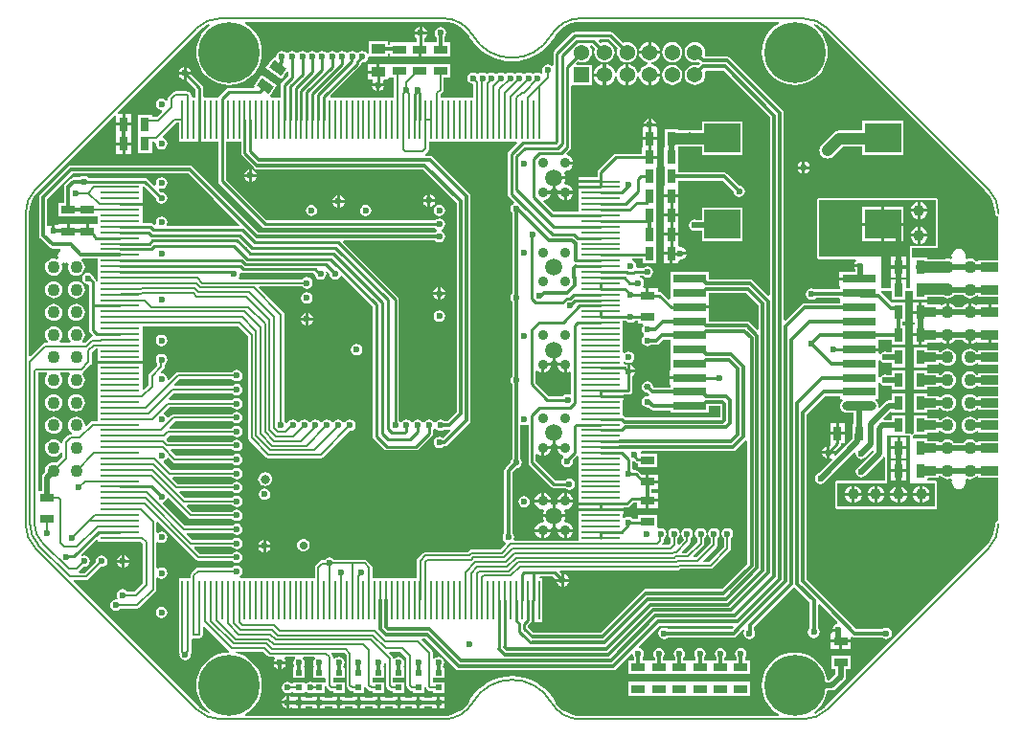
<source format=gtl>
G04*
G04 #@! TF.GenerationSoftware,Altium Limited,Altium Designer,22.1.2 (22)*
G04*
G04 Layer_Physical_Order=1*
G04 Layer_Color=5064179*
%FSAX42Y42*%
%MOMM*%
G71*
G04*
G04 #@! TF.SameCoordinates,E4C0A244-69B5-4938-BB08-EE03E06FC36A*
G04*
G04*
G04 #@! TF.FilePolarity,Positive*
G04*
G01*
G75*
%ADD10C,1.00*%
%ADD14C,0.20*%
G04:AMPARAMS|DCode=39|XSize=0.8mm|YSize=1.3mm|CornerRadius=0mm|HoleSize=0mm|Usage=FLASHONLY|Rotation=235.000|XOffset=0mm|YOffset=0mm|HoleType=Round|Shape=Rectangle|*
%AMROTATEDRECTD39*
4,1,4,-0.30,0.70,0.76,-0.05,0.30,-0.70,-0.76,0.05,-0.30,0.70,0.0*
%
%ADD39ROTATEDRECTD39*%

%ADD40R,3.50X0.25*%
%ADD41R,0.25X3.50*%
%ADD42O,0.25X3.50*%
%ADD43R,1.27X0.89*%
%ADD44R,1.30X0.80*%
%ADD45R,0.80X1.30*%
%ADD46R,1.63X0.81*%
%ADD47R,1.50X0.50*%
%ADD48R,3.20X2.60*%
%ADD49R,3.00X0.80*%
%ADD50O,3.00X0.80*%
%ADD51R,0.60X0.50*%
%ADD52C,0.25*%
%ADD53C,0.50*%
%ADD54C,0.30*%
%ADD55C,0.27*%
%ADD56C,0.51*%
%ADD57C,1.10*%
%ADD58C,1.50*%
%ADD59C,0.90*%
%ADD60C,1.37*%
%ADD61R,1.37X1.37*%
%ADD62C,0.60*%
%ADD63C,1.00*%
%ADD64C,0.70*%
%ADD65C,0.80*%
%ADD66C,5.40*%
G36*
X004989Y006179D02*
X006738D01*
X006743Y006164D01*
X006711Y006145D01*
X006677Y006116D01*
X006647Y006081D01*
X006623Y006042D01*
X006606Y006000D01*
X006595Y005955D01*
X006591Y005910D01*
X006595Y005864D01*
X006606Y005820D01*
X006623Y005778D01*
X006647Y005739D01*
X006677Y005704D01*
X006711Y005675D01*
X006750Y005651D01*
X006792Y005633D01*
X006837Y005623D01*
X006882Y005619D01*
X006928Y005623D01*
X006972Y005633D01*
X007014Y005651D01*
X007053Y005675D01*
X007088Y005704D01*
X007118Y005739D01*
X007142Y005778D01*
X007159Y005820D01*
X007170Y005864D01*
X007173Y005910D01*
X007170Y005955D01*
X007159Y006000D01*
X007142Y006042D01*
X007118Y006081D01*
X007088Y006116D01*
X007053Y006145D01*
X007052Y006146D01*
X007058Y006160D01*
X007081Y006150D01*
X007117Y006128D01*
X007138Y006110D01*
X007149Y006101D01*
X007160Y006090D01*
X008573Y004676D01*
X008573Y004676D01*
X008583Y004665D01*
X008601Y004644D01*
X008623Y004608D01*
X008639Y004569D01*
X008649Y004528D01*
X008652Y004500D01*
X008652Y004486D01*
X008655Y004474D01*
X008656Y004472D01*
X008661Y004464D01*
X008671Y004457D01*
X008682Y004455D01*
Y004071D01*
X008506D01*
Y004057D01*
X008491Y004057D01*
X008486Y004063D01*
X008470Y004075D01*
X008452Y004083D01*
X008432Y004086D01*
X008413Y004083D01*
X008404Y004079D01*
X008392Y004091D01*
X008393Y004094D01*
X008396Y004110D01*
X008393Y004126D01*
X008387Y004141D01*
X008377Y004154D01*
X008364Y004164D01*
X008349Y004171D01*
X008332Y004173D01*
X008316Y004171D01*
X008301Y004164D01*
X008288Y004154D01*
X008278Y004141D01*
X008272Y004126D01*
X008269Y004110D01*
X008272Y004094D01*
X008273Y004091D01*
X008261Y004079D01*
X008252Y004083D01*
X008232Y004086D01*
X008213Y004083D01*
X008207Y004081D01*
X008050D01*
Y004095D01*
X007935D01*
X007930Y004095D01*
X007920Y004106D01*
Y004180D01*
X008130D01*
X008138Y004181D01*
X008144Y004186D01*
X008149Y004192D01*
X008150Y004200D01*
Y004600D01*
X008149Y004608D01*
X008144Y004614D01*
X008138Y004619D01*
X008130Y004620D01*
X007100D01*
X007092Y004619D01*
X007086Y004614D01*
X007081Y004608D01*
X007080Y004600D01*
Y004100D01*
X007081Y004092D01*
X007086Y004086D01*
X007092Y004081D01*
X007100Y004080D01*
X007422D01*
X007427Y004065D01*
X007420Y004060D01*
X007412Y004048D01*
X007406Y004034D01*
X007406Y004033D01*
X007460D01*
Y004007D01*
X007406D01*
X007406Y004006D01*
X007412Y003992D01*
X007414Y003989D01*
Y003970D01*
X007275D01*
Y003918D01*
X007450D01*
Y003892D01*
X007275D01*
Y003840D01*
X007280D01*
Y003811D01*
X007059D01*
X007050Y003817D01*
X007030Y003821D01*
X007010Y003817D01*
X006994Y003806D01*
X006983Y003790D01*
X006979Y003770D01*
X006983Y003750D01*
X006994Y003734D01*
X007010Y003723D01*
X007030Y003719D01*
X007050Y003723D01*
X007066Y003734D01*
X007070Y003739D01*
X007269D01*
X007280Y003729D01*
Y003720D01*
X007280D01*
Y003715D01*
X007280D01*
Y003691D01*
X006966D01*
X006952Y003688D01*
X006941Y003680D01*
X006800Y003539D01*
X006786Y003545D01*
Y005371D01*
X006783Y005384D01*
X006775Y005396D01*
X006311Y005860D01*
X006299Y005868D01*
X006286Y005871D01*
X006095D01*
X006085Y005884D01*
X006086Y005887D01*
X006089Y005910D01*
X006086Y005933D01*
X006077Y005955D01*
X006063Y005973D01*
X006045Y005987D01*
X006023Y005996D01*
X006000Y005999D01*
X005977Y005996D01*
X005955Y005987D01*
X005937Y005973D01*
X005923Y005955D01*
X005914Y005933D01*
X005911Y005910D01*
X005914Y005887D01*
X005923Y005865D01*
X005937Y005847D01*
X005955Y005833D01*
X005977Y005824D01*
X006000Y005821D01*
X006023Y005824D01*
X006032Y005827D01*
X006050Y005810D01*
X006032Y005793D01*
X006023Y005796D01*
X006000Y005799D01*
X005977Y005796D01*
X005955Y005787D01*
X005937Y005773D01*
X005923Y005755D01*
X005914Y005733D01*
X005911Y005710D01*
X005914Y005687D01*
X005923Y005665D01*
X005937Y005647D01*
X005955Y005633D01*
X005977Y005624D01*
X006000Y005621D01*
X006023Y005624D01*
X006045Y005633D01*
X006063Y005647D01*
X006077Y005665D01*
X006086Y005687D01*
X006089Y005710D01*
X006086Y005733D01*
X006085Y005736D01*
X006095Y005749D01*
X006250D01*
X006664Y005335D01*
Y003764D01*
X006650Y003758D01*
X006516Y003893D01*
X006504Y003900D01*
X006491Y003903D01*
X006120D01*
Y003965D01*
X005780D01*
Y003845D01*
X005780D01*
Y003840D01*
X005780D01*
Y003732D01*
X005765Y003726D01*
X005707Y003783D01*
X005696Y003791D01*
X005684Y003793D01*
X005670D01*
Y003825D01*
X005593D01*
Y003760D01*
X005567D01*
Y003825D01*
X005548D01*
X005540Y003840D01*
X005547Y003850D01*
X005551Y003870D01*
X005547Y003890D01*
X005536Y003906D01*
X005520Y003917D01*
X005512Y003919D01*
X005513Y003934D01*
X005542D01*
X005544Y003931D01*
X005560Y003920D01*
X005580Y003916D01*
X005600Y003920D01*
X005616Y003931D01*
X005627Y003947D01*
X005631Y003967D01*
X005627Y003986D01*
X005616Y004003D01*
X005600Y004014D01*
X005580Y004018D01*
X005560Y004014D01*
X005544Y004003D01*
X005542Y004000D01*
X005492D01*
X005480Y004015D01*
X005481Y004020D01*
X005477Y004040D01*
X005466Y004056D01*
X005450Y004067D01*
X005442Y004069D01*
X005443Y004084D01*
X005540D01*
Y004046D01*
X005660D01*
Y004215D01*
Y004385D01*
Y004555D01*
Y004725D01*
Y004890D01*
X005665D01*
Y004967D01*
X005599D01*
Y004993D01*
X005665D01*
Y005057D01*
X005665D01*
Y005135D01*
X005535D01*
Y005070D01*
X005534D01*
Y005013D01*
X005300D01*
X005287Y005011D01*
X005277Y005003D01*
X005147Y004873D01*
X005139Y004863D01*
X005137Y004850D01*
Y004805D01*
X004970D01*
Y004779D01*
X005170D01*
Y004754D01*
X004970D01*
Y004729D01*
X005170D01*
Y004704D01*
X004970D01*
Y004679D01*
X004975D01*
Y004584D01*
Y004500D01*
X004747D01*
X004662Y004585D01*
X004667Y004601D01*
X004673Y004601D01*
X004691Y004609D01*
X004705Y004620D01*
X004716Y004634D01*
X004724Y004652D01*
X004724Y004657D01*
X004655D01*
Y004683D01*
X004724D01*
X004724Y004688D01*
X004725Y004691D01*
X004734Y004701D01*
X004742Y004700D01*
Y004800D01*
X004755D01*
Y004813D01*
X004855D01*
X004853Y004826D01*
X004845Y004845D01*
X004853Y004858D01*
X004855Y004859D01*
X004855Y004859D01*
X004873Y004861D01*
X004891Y004869D01*
X004905Y004880D01*
X004916Y004894D01*
X004924Y004912D01*
X004924Y004917D01*
X004855D01*
Y004943D01*
X004924D01*
X004924Y004948D01*
X004916Y004966D01*
X004905Y004980D01*
X004891Y004991D01*
X004873Y004999D01*
X004869Y004999D01*
X004864Y005015D01*
X004893Y005045D01*
X004901Y005056D01*
X004903Y005068D01*
Y005610D01*
X004911Y005621D01*
X005089D01*
Y005799D01*
X004955D01*
X004949Y005812D01*
X004965Y005828D01*
X004977Y005824D01*
X005000Y005821D01*
X005023Y005824D01*
X005045Y005833D01*
X005063Y005847D01*
X005077Y005865D01*
X005086Y005887D01*
X005089Y005910D01*
X005086Y005933D01*
X005077Y005955D01*
X005084Y005970D01*
X005092Y005971D01*
X005118Y005945D01*
X005114Y005933D01*
X005111Y005910D01*
X005114Y005887D01*
X005123Y005865D01*
X005137Y005847D01*
X005155Y005833D01*
X005177Y005824D01*
X005200Y005821D01*
X005223Y005824D01*
X005245Y005833D01*
X005263Y005847D01*
X005277Y005865D01*
X005286Y005887D01*
X005289Y005910D01*
X005286Y005933D01*
X005277Y005955D01*
X005263Y005973D01*
X005245Y005987D01*
X005223Y005996D01*
X005200Y005999D01*
X005177Y005996D01*
X005165Y005992D01*
X005148Y006009D01*
X005154Y006023D01*
X005240D01*
X005318Y005945D01*
X005314Y005933D01*
X005311Y005910D01*
X005314Y005887D01*
X005323Y005865D01*
X005337Y005847D01*
X005355Y005833D01*
X005377Y005824D01*
X005400Y005821D01*
X005423Y005824D01*
X005445Y005833D01*
X005463Y005847D01*
X005477Y005865D01*
X005486Y005887D01*
X005489Y005910D01*
X005486Y005933D01*
X005477Y005955D01*
X005463Y005973D01*
X005445Y005987D01*
X005423Y005996D01*
X005400Y005999D01*
X005377Y005996D01*
X005365Y005992D01*
X005277Y006080D01*
X005267Y006087D01*
X005254Y006089D01*
X004939D01*
X004927Y006087D01*
X004916Y006080D01*
X004757Y005920D01*
X004749Y005909D01*
X004747Y005897D01*
Y005795D01*
X004732Y005789D01*
X004720Y005797D01*
X004700Y005801D01*
X004680Y005797D01*
X004664Y005786D01*
X004653Y005770D01*
X004649Y005750D01*
X004653Y005730D01*
X004654Y005729D01*
X004643Y005718D01*
X004629Y005727D01*
X004610Y005731D01*
X004590Y005727D01*
X004574Y005716D01*
X004565D01*
X004548Y005727D01*
X004529Y005731D01*
X004509Y005727D01*
X004493Y005716D01*
X004483D01*
X004467Y005727D01*
X004447Y005731D01*
X004428Y005727D01*
X004411Y005716D01*
X004402D01*
X004385Y005727D01*
X004366Y005731D01*
X004346Y005727D01*
X004330Y005716D01*
X004320D01*
X004304Y005727D01*
X004284Y005731D01*
X004265Y005727D01*
X004248Y005716D01*
X004239D01*
X004222Y005727D01*
X004203Y005731D01*
X004183Y005727D01*
X004167Y005716D01*
X004157D01*
X004141Y005727D01*
X004121Y005731D01*
X004102Y005727D01*
X004085Y005716D01*
X004076D01*
X004060Y005727D01*
X004040Y005731D01*
X004020Y005727D01*
X004004Y005716D01*
X003993Y005700D01*
X003989Y005680D01*
X003993Y005660D01*
X004004Y005644D01*
X004020Y005633D01*
X004039Y005629D01*
Y005512D01*
X003751D01*
Y005537D01*
X003772Y005558D01*
X003778Y005568D01*
X003781Y005580D01*
Y005685D01*
X003836D01*
Y005806D01*
X003666D01*
Y005806D01*
X003653D01*
Y005806D01*
X003485D01*
X003483Y005806D01*
Y005806D01*
X003470D01*
Y005806D01*
X003303D01*
X003289Y005807D01*
X003285Y005807D01*
X003213D01*
Y005737D01*
X003200D01*
Y005724D01*
X003111D01*
Y005667D01*
X003147D01*
X003155Y005652D01*
X003152Y005648D01*
X003146Y005634D01*
X003146Y005633D01*
X003254D01*
X003254Y005634D01*
X003248Y005648D01*
X003245Y005652D01*
X003253Y005667D01*
X003289D01*
Y005675D01*
X003300Y005685D01*
X003304Y005685D01*
X003339D01*
Y005512D01*
X002782D01*
X002776Y005526D01*
X003036Y005786D01*
X003044Y005797D01*
X003046Y005809D01*
X003057Y005820D01*
X003060Y005819D01*
X003080Y005823D01*
X003096Y005834D01*
X003107Y005850D01*
X003110Y005863D01*
X003114Y005871D01*
X003125Y005876D01*
X003283D01*
Y005902D01*
X003300D01*
Y005876D01*
X003465Y005876D01*
X003477Y005870D01*
X003482Y005870D01*
X003555D01*
Y005935D01*
X003581D01*
Y005870D01*
X003653D01*
X003658Y005870D01*
X003671Y005876D01*
X003673Y005876D01*
X003836D01*
Y005996D01*
X003787D01*
Y006044D01*
X003787Y006044D01*
X003798Y006060D01*
X003802Y006080D01*
X003798Y006100D01*
X003787Y006116D01*
X003771Y006127D01*
X003751Y006131D01*
X003732Y006127D01*
X003715Y006116D01*
X003704Y006100D01*
X003700Y006080D01*
X003704Y006060D01*
X003715Y006044D01*
X003716Y006044D01*
Y005996D01*
X003671Y005996D01*
X003658Y006001D01*
X003653Y006001D01*
X003609D01*
Y006036D01*
X003615Y006040D01*
X003624Y006052D01*
X003630Y006066D01*
X003630Y006067D01*
X003521D01*
X003522Y006066D01*
X003527Y006052D01*
X003536Y006040D01*
X003542Y006036D01*
Y006001D01*
X003482D01*
X003477Y006001D01*
X003465Y005996D01*
X003462Y005996D01*
X003300D01*
Y005973D01*
X003283D01*
Y006004D01*
X003117D01*
Y005902D01*
X003101Y005898D01*
X003096Y005906D01*
X003080Y005917D01*
X003060Y005921D01*
X003040Y005917D01*
X003025Y005907D01*
X003020Y005905D01*
X003011D01*
X003006Y005907D01*
X002991Y005917D01*
X002971Y005921D01*
X002952Y005917D01*
X002935Y005906D01*
X002935Y005905D01*
X002920D01*
X002919Y005906D01*
X002902Y005917D01*
X002883Y005921D01*
X002863Y005917D01*
X002848Y005907D01*
X002843Y005905D01*
X002834D01*
X002829Y005907D01*
X002814Y005917D01*
X002794Y005921D01*
X002775Y005917D01*
X002758Y005906D01*
X002757Y005905D01*
X002742D01*
X002742Y005906D01*
X002725Y005917D01*
X002706Y005921D01*
X002686Y005917D01*
X002670Y005906D01*
X002669Y005905D01*
X002654D01*
X002653Y005906D01*
X002637Y005917D01*
X002617Y005921D01*
X002598Y005917D01*
X002582Y005907D01*
X002578Y005905D01*
X002568D01*
X002564Y005907D01*
X002548Y005917D01*
X002529Y005921D01*
X002509Y005917D01*
X002493Y005906D01*
X002492Y005905D01*
X002477D01*
X002476Y005906D01*
X002460Y005917D01*
X002440Y005921D01*
X002420Y005917D01*
X002404Y005906D01*
X002401Y005904D01*
X002389D01*
X002386Y005906D01*
X002370Y005917D01*
X002350Y005921D01*
X002330Y005917D01*
X002314Y005906D01*
X002303Y005890D01*
X002299Y005870D01*
X002299Y005869D01*
X002286Y005860D01*
X002275Y005868D01*
X002206Y005770D01*
X002345Y005672D01*
X002393Y005740D01*
X002407Y005735D01*
Y005704D01*
X002347Y005643D01*
X002339Y005633D01*
X002337Y005620D01*
Y005512D01*
X002251D01*
X002243Y005527D01*
X002305Y005615D01*
X002166Y005712D01*
X002097Y005614D01*
X002106Y005607D01*
X002102Y005593D01*
X001880D01*
X001867Y005591D01*
X001856Y005583D01*
X001797Y005524D01*
X001789Y005513D01*
X001789Y005512D01*
X001658D01*
Y005517D01*
X001653D01*
Y005597D01*
X001651Y005610D01*
X001643Y005621D01*
X001552Y005712D01*
X001505D01*
Y005665D01*
X001587Y005584D01*
Y005517D01*
X001582D01*
Y005512D01*
X001560D01*
X001551Y005523D01*
X001548Y005535D01*
X001542Y005545D01*
X001542Y005545D01*
X001530Y005557D01*
X001520Y005563D01*
X001508Y005566D01*
X001508Y005566D01*
X001407D01*
X001396Y005563D01*
X001386Y005557D01*
X001349Y005519D01*
X001342Y005509D01*
X001340Y005498D01*
X001340Y005498D01*
Y005485D01*
X001325Y005481D01*
X001321Y005486D01*
X001305Y005497D01*
X001285Y005501D01*
X001265Y005497D01*
X001249Y005486D01*
X001238Y005470D01*
X001234Y005450D01*
X001238Y005430D01*
X001249Y005414D01*
X001265Y005403D01*
X001285Y005399D01*
X001286Y005397D01*
X001292Y005385D01*
X001242Y005335D01*
X001200D01*
Y005360D01*
X001080D01*
Y005190D01*
X001080D01*
Y005185D01*
X001080D01*
Y005015D01*
X001200D01*
Y005119D01*
X001222D01*
X001235Y005104D01*
X001234Y005102D01*
X001238Y005082D01*
X001249Y005066D01*
X001265Y005055D01*
X001285Y005051D01*
X001305Y005055D01*
X001321Y005066D01*
X001332Y005082D01*
X001336Y005102D01*
X001332Y005121D01*
X001321Y005138D01*
X001305Y005149D01*
X001299Y005150D01*
X001294Y005166D01*
X001414Y005286D01*
X001438D01*
Y005122D01*
X001582D01*
Y005116D01*
X001607D01*
Y005317D01*
X001633D01*
Y005116D01*
X001658D01*
Y005122D01*
X001787D01*
Y004770D01*
X001789Y004757D01*
X001797Y004747D01*
X002177Y004367D01*
X002187Y004359D01*
X002200Y004357D01*
X003702D01*
X003704Y004354D01*
X003720Y004343D01*
X003722Y004343D01*
Y004327D01*
X003720Y004327D01*
X003704Y004316D01*
X003704Y004316D01*
X002145D01*
X002095Y004365D01*
X002093Y004367D01*
X001797Y004663D01*
X001795Y004665D01*
X001563Y004898D01*
X001551Y004905D01*
X001538Y004908D01*
X000482D01*
X000469Y004905D01*
X000457Y004898D01*
X000215Y004655D01*
X000207Y004644D01*
X000204Y004630D01*
Y004290D01*
X000207Y004276D01*
X000215Y004265D01*
X000295Y004185D01*
X000306Y004177D01*
X000320Y004174D01*
X000389D01*
X000394Y004159D01*
X000388Y004154D01*
X000378Y004141D01*
X000371Y004126D01*
X000369Y004110D01*
X000371Y004094D01*
X000373Y004091D01*
X000361Y004079D01*
X000352Y004083D01*
X000332Y004086D01*
X000313Y004083D01*
X000294Y004075D01*
X000279Y004063D01*
X000267Y004048D01*
X000259Y004029D01*
X000257Y004010D01*
X000259Y003990D01*
X000267Y003972D01*
X000279Y003956D01*
X000294Y003944D01*
X000313Y003937D01*
X000332Y003934D01*
X000352Y003937D01*
X000370Y003944D01*
X000386Y003956D01*
X000398Y003972D01*
X000405Y003990D01*
X000408Y004010D01*
X000405Y004029D01*
X000401Y004039D01*
X000413Y004050D01*
X000416Y004049D01*
X000432Y004047D01*
X000449Y004049D01*
X000451Y004050D01*
X000463Y004039D01*
X000459Y004029D01*
X000457Y004010D01*
X000459Y003990D01*
X000467Y003972D01*
X000479Y003956D01*
X000494Y003944D01*
X000513Y003937D01*
X000532Y003934D01*
X000552Y003937D01*
X000570Y003944D01*
X000586Y003956D01*
X000598Y003972D01*
X000605Y003990D01*
X000608Y004010D01*
X000605Y004029D01*
X000598Y004048D01*
X000586Y004063D01*
X000579Y004069D01*
X000584Y004084D01*
X000725D01*
Y003984D01*
Y003884D01*
X000710Y003883D01*
X000708Y003893D01*
X000701Y003903D01*
X000684Y003920D01*
X000682Y003930D01*
X000671Y003946D01*
X000655Y003957D01*
X000635Y003961D01*
X000615Y003957D01*
X000599Y003946D01*
X000588Y003930D01*
X000584Y003910D01*
X000588Y003890D01*
X000599Y003874D01*
X000615Y003863D01*
X000635Y003859D01*
X000644Y003851D01*
Y003667D01*
Y003455D01*
X000647Y003442D01*
X000654Y003431D01*
X000681Y003405D01*
X000674Y003390D01*
X000673D01*
X000661Y003388D01*
X000651Y003381D01*
X000651Y003381D01*
X000609Y003339D01*
X000588D01*
X000583Y003354D01*
X000586Y003356D01*
X000598Y003372D01*
X000605Y003390D01*
X000608Y003410D01*
X000605Y003429D01*
X000598Y003448D01*
X000586Y003463D01*
X000570Y003475D01*
X000552Y003483D01*
X000532Y003486D01*
X000513Y003483D01*
X000494Y003475D01*
X000479Y003463D01*
X000467Y003448D01*
X000459Y003429D01*
X000457Y003410D01*
X000459Y003390D01*
X000467Y003372D01*
X000479Y003356D01*
X000482Y003354D01*
X000477Y003339D01*
X000388D01*
X000383Y003354D01*
X000386Y003356D01*
X000398Y003372D01*
X000405Y003390D01*
X000408Y003410D01*
X000405Y003429D01*
X000398Y003448D01*
X000386Y003463D01*
X000370Y003475D01*
X000352Y003483D01*
X000332Y003486D01*
X000313Y003483D01*
X000294Y003475D01*
X000279Y003463D01*
X000267Y003448D01*
X000259Y003429D01*
X000257Y003410D01*
X000259Y003390D01*
X000267Y003372D01*
X000279Y003356D01*
X000282Y003354D01*
X000277Y003339D01*
X000258D01*
X000247Y003337D01*
X000237Y003330D01*
X000237Y003330D01*
X000127Y003221D01*
X000113Y003226D01*
Y004486D01*
X000113Y004487D01*
X000116Y004528D01*
X000126Y004569D01*
X000142Y004608D01*
X000165Y004644D01*
X000182Y004665D01*
X000192Y004676D01*
X000203Y004687D01*
X000870Y005353D01*
X000885Y005347D01*
Y005288D01*
X000937D01*
Y005365D01*
X000903D01*
X000897Y005380D01*
X001617Y006101D01*
X001617Y006101D01*
X001628Y006110D01*
X001649Y006128D01*
X001685Y006150D01*
X001704Y006159D01*
X001711Y006145D01*
X001677Y006116D01*
X001647Y006081D01*
X001623Y006042D01*
X001606Y006000D01*
X001595Y005955D01*
X001591Y005910D01*
X001595Y005864D01*
X001606Y005820D01*
X001623Y005778D01*
X001647Y005739D01*
X001677Y005704D01*
X001711Y005675D01*
X001750Y005651D01*
X001792Y005633D01*
X001837Y005623D01*
X001882Y005619D01*
X001928Y005623D01*
X001972Y005633D01*
X002014Y005651D01*
X002053Y005675D01*
X002088Y005704D01*
X002118Y005739D01*
X002142Y005778D01*
X002159Y005820D01*
X002170Y005864D01*
X002173Y005910D01*
X002170Y005955D01*
X002159Y006000D01*
X002142Y006042D01*
X002118Y006081D01*
X002088Y006116D01*
X002053Y006145D01*
X002022Y006164D01*
X002026Y006179D01*
X003762D01*
X003762Y006179D01*
X003777Y006179D01*
X003791Y006179D01*
X003819Y006177D01*
X003860Y006167D01*
X003899Y006150D01*
X003935Y006128D01*
X003967Y006101D01*
X003995Y006069D01*
X004002Y006057D01*
X004010Y006045D01*
X004010Y006045D01*
X004018Y006032D01*
X004041Y005998D01*
X004078Y005955D01*
X004121Y005918D01*
X004167Y005887D01*
X004218Y005862D01*
X004271Y005844D01*
X004327Y005833D01*
X004383Y005829D01*
X004439Y005833D01*
X004494Y005844D01*
X004548Y005862D01*
X004598Y005887D01*
X004645Y005918D01*
X004688Y005955D01*
X004725Y005998D01*
X004748Y006032D01*
X004756Y006045D01*
X004764Y006057D01*
X004771Y006069D01*
X004798Y006101D01*
X004830Y006128D01*
X004867Y006150D01*
X004906Y006167D01*
X004947Y006177D01*
X004988Y006180D01*
X004989Y006179D01*
D02*
G37*
G36*
X001743Y004616D02*
X001745Y004614D01*
X001974Y004384D01*
X001969Y004371D01*
X001338D01*
X001331Y004384D01*
X001332Y004386D01*
X001336Y004406D01*
X001332Y004425D01*
X001321Y004442D01*
X001305Y004453D01*
X001285Y004457D01*
X001265Y004453D01*
X001249Y004442D01*
X001238Y004425D01*
X001234Y004406D01*
X001236Y004397D01*
X001225Y004380D01*
X001225Y004380D01*
X001220Y004379D01*
X001209Y004390D01*
X001198Y004397D01*
X001186Y004400D01*
X001115D01*
Y004529D01*
X001120D01*
Y004554D01*
X000920D01*
Y004579D01*
X001120D01*
Y004605D01*
X001115D01*
Y004679D01*
X001120D01*
Y004717D01*
X001135Y004723D01*
X001235Y004623D01*
X001234Y004620D01*
X001238Y004600D01*
X001249Y004584D01*
X001265Y004573D01*
X001285Y004569D01*
X001305Y004573D01*
X001321Y004584D01*
X001332Y004600D01*
X001336Y004620D01*
X001332Y004640D01*
X001321Y004656D01*
X001305Y004667D01*
X001285Y004671D01*
X001282Y004670D01*
X001262Y004690D01*
X001266Y004706D01*
X001267Y004706D01*
X001285Y004703D01*
X001305Y004707D01*
X001321Y004718D01*
X001332Y004734D01*
X001336Y004754D01*
X001332Y004773D01*
X001321Y004790D01*
X001305Y004801D01*
X001285Y004805D01*
X001265Y004801D01*
X001249Y004790D01*
X001238Y004773D01*
X001234Y004754D01*
X001238Y004735D01*
X001237Y004735D01*
X001221Y004731D01*
X001162Y004790D01*
X001151Y004797D01*
X001138Y004800D01*
X000638D01*
X000636Y004803D01*
X000620Y004814D01*
X000600Y004818D01*
X000580Y004814D01*
X000564Y004803D01*
X000564Y004802D01*
X000507D01*
X000493Y004800D01*
X000482Y004792D01*
X000435Y004745D01*
X000427Y004734D01*
X000424Y004720D01*
Y004575D01*
X000375D01*
Y004455D01*
X000545D01*
Y004455D01*
X000547D01*
Y004455D01*
X000717D01*
X000725Y004443D01*
Y004404D01*
X000723Y004390D01*
X000645D01*
Y004325D01*
X000620D01*
Y004390D01*
X000473D01*
Y004325D01*
X000447D01*
Y004390D01*
X000370D01*
Y004388D01*
X000365Y004384D01*
X000355Y004380D01*
X000344Y004384D01*
X000343Y004384D01*
Y004330D01*
X000317D01*
Y004384D01*
X000316Y004384D01*
X000302Y004378D01*
X000291Y004370D01*
X000290Y004370D01*
X000276Y004375D01*
Y004615D01*
X000497Y004837D01*
X001523D01*
X001743Y004616D01*
D02*
G37*
G36*
X001987Y005019D02*
X001989Y005007D01*
X001997Y004996D01*
X002097Y004896D01*
X002104Y004885D01*
X002116Y004877D01*
X002129Y004874D01*
X003598D01*
X003897Y004575D01*
Y002727D01*
X003815Y002646D01*
X003787D01*
X003787Y002646D01*
X003770Y002657D01*
X003751Y002661D01*
X003731Y002657D01*
X003715Y002646D01*
X003709Y002638D01*
X003691D01*
X003686Y002646D01*
X003670Y002657D01*
X003650Y002661D01*
X003630Y002657D01*
X003614Y002646D01*
X003609Y002639D01*
X003591D01*
X003586Y002646D01*
X003570Y002657D01*
X003550Y002661D01*
X003530Y002657D01*
X003514Y002646D01*
X003509Y002639D01*
X003491D01*
X003486Y002646D01*
X003470Y002657D01*
X003450Y002661D01*
X003430Y002657D01*
X003414Y002646D01*
X003409Y002639D01*
X003394D01*
X003383Y002650D01*
Y003724D01*
X003381Y003737D01*
X003373Y003747D01*
X002890Y004230D01*
X002896Y004244D01*
X003704D01*
X003704Y004244D01*
X003720Y004233D01*
X003740Y004229D01*
X003760Y004233D01*
X003776Y004244D01*
X003787Y004260D01*
X003791Y004280D01*
X003787Y004300D01*
X003776Y004316D01*
X003760Y004327D01*
X003758Y004327D01*
Y004343D01*
X003760Y004343D01*
X003776Y004354D01*
X003787Y004370D01*
X003791Y004390D01*
X003787Y004410D01*
X003776Y004426D01*
X003760Y004437D01*
X003740Y004441D01*
X003720Y004437D01*
X003704Y004426D01*
X003702Y004423D01*
X002214D01*
X001853Y004784D01*
Y005122D01*
X001987D01*
Y005019D01*
D02*
G37*
G36*
X008130Y004200D02*
X007900D01*
Y003820D01*
X007865D01*
Y003900D01*
X007813D01*
Y003810D01*
X007787D01*
Y003900D01*
X007735D01*
Y003820D01*
X007650D01*
Y004100D01*
X007100D01*
Y004600D01*
X008130D01*
Y004200D01*
D02*
G37*
G36*
X007930Y003802D02*
Y003725D01*
X008050D01*
Y003744D01*
X008195D01*
X008195Y003744D01*
X008213Y003737D01*
X008232Y003734D01*
X008252Y003737D01*
X008270Y003744D01*
X008286Y003756D01*
X008292Y003764D01*
X008373D01*
X008379Y003756D01*
X008395Y003744D01*
X008413Y003737D01*
X008432Y003734D01*
X008452Y003737D01*
X008470Y003744D01*
X008486Y003756D01*
X008491Y003763D01*
X008506Y003763D01*
Y003749D01*
X008682D01*
Y003676D01*
X008620D01*
Y003610D01*
X008595D01*
Y003676D01*
X008501D01*
X008501Y003676D01*
X008486Y003670D01*
X008473Y003680D01*
X008453Y003688D01*
X008445Y003689D01*
Y003610D01*
X008420D01*
Y003689D01*
X008412Y003688D01*
X008392Y003680D01*
X008375Y003667D01*
X008366Y003656D01*
X008299D01*
X008290Y003667D01*
X008273Y003680D01*
X008253Y003688D01*
X008245Y003689D01*
Y003610D01*
X008220D01*
Y003689D01*
X008212Y003688D01*
X008192Y003680D01*
X008179Y003670D01*
X008164Y003676D01*
Y003676D01*
X008056D01*
Y003700D01*
X008003D01*
Y003610D01*
X007990D01*
Y003597D01*
X007925D01*
Y003520D01*
X007945D01*
Y003500D01*
X007925D01*
Y003423D01*
X007990D01*
Y003410D01*
X008003D01*
Y003320D01*
X008056D01*
Y003344D01*
X008164D01*
X008164Y003344D01*
X008179Y003349D01*
X008192Y003340D01*
X008212Y003332D01*
X008220Y003330D01*
Y003410D01*
X008245D01*
Y003330D01*
X008253Y003332D01*
X008273Y003340D01*
X008290Y003353D01*
X008298Y003364D01*
X008367D01*
X008375Y003353D01*
X008392Y003340D01*
X008412Y003332D01*
X008420Y003330D01*
Y003410D01*
X008445D01*
Y003330D01*
X008453Y003332D01*
X008473Y003340D01*
X008486Y003349D01*
X008501Y003344D01*
Y003344D01*
X008595D01*
Y003410D01*
X008620D01*
Y003344D01*
X008682D01*
Y003271D01*
X008506D01*
Y003257D01*
X008491Y003257D01*
X008486Y003263D01*
X008470Y003275D01*
X008452Y003283D01*
X008432Y003286D01*
X008413Y003283D01*
X008395Y003275D01*
X008379Y003263D01*
X008367Y003248D01*
X008359Y003229D01*
X008357Y003210D01*
X008359Y003190D01*
X008367Y003172D01*
X008379Y003156D01*
X008395Y003144D01*
X008413Y003137D01*
X008432Y003134D01*
X008452Y003137D01*
X008470Y003144D01*
X008486Y003156D01*
X008491Y003163D01*
X008506Y003163D01*
Y003149D01*
X008682D01*
X008682Y003071D01*
X008506D01*
Y003057D01*
X008491Y003057D01*
X008486Y003063D01*
X008470Y003075D01*
X008452Y003083D01*
X008432Y003086D01*
X008413Y003083D01*
X008395Y003075D01*
X008379Y003063D01*
X008367Y003048D01*
X008359Y003029D01*
X008357Y003010D01*
X008359Y002990D01*
X008367Y002972D01*
X008379Y002956D01*
X008395Y002944D01*
X008413Y002937D01*
X008432Y002934D01*
X008452Y002937D01*
X008470Y002944D01*
X008486Y002956D01*
X008491Y002963D01*
X008506Y002963D01*
Y002949D01*
X008682D01*
Y002871D01*
X008506D01*
Y002857D01*
X008491Y002857D01*
X008486Y002863D01*
X008470Y002875D01*
X008452Y002883D01*
X008432Y002886D01*
X008413Y002883D01*
X008395Y002875D01*
X008379Y002863D01*
X008367Y002848D01*
X008359Y002829D01*
X008357Y002810D01*
X008359Y002790D01*
X008367Y002772D01*
X008379Y002756D01*
X008395Y002744D01*
X008413Y002737D01*
X008432Y002734D01*
X008452Y002737D01*
X008470Y002744D01*
X008486Y002756D01*
X008491Y002763D01*
X008506Y002763D01*
Y002749D01*
X008682D01*
Y002671D01*
X008506D01*
Y002657D01*
X008491Y002657D01*
X008486Y002663D01*
X008470Y002675D01*
X008452Y002683D01*
X008432Y002686D01*
X008413Y002683D01*
X008395Y002675D01*
X008379Y002663D01*
X008367Y002648D01*
X008359Y002629D01*
X008357Y002610D01*
X008359Y002590D01*
X008367Y002572D01*
X008379Y002556D01*
X008395Y002544D01*
X008413Y002537D01*
X008432Y002534D01*
X008452Y002537D01*
X008470Y002544D01*
X008486Y002556D01*
X008491Y002563D01*
X008506Y002563D01*
Y002549D01*
X008682D01*
Y002471D01*
X008506D01*
Y002457D01*
X008491Y002457D01*
X008486Y002463D01*
X008470Y002475D01*
X008452Y002483D01*
X008432Y002486D01*
X008413Y002483D01*
X008395Y002475D01*
X008379Y002463D01*
X008373Y002456D01*
X008292D01*
X008286Y002463D01*
X008270Y002475D01*
X008252Y002483D01*
X008232Y002486D01*
X008213Y002483D01*
X008195Y002475D01*
X008179Y002463D01*
X008174Y002457D01*
X008159Y002457D01*
Y002471D01*
X008050D01*
Y002495D01*
X007935D01*
X007930Y002495D01*
X007923Y002503D01*
X007923Y002517D01*
X007923Y002517D01*
X007927Y002521D01*
X007934Y002525D01*
X007940Y002525D01*
X007941Y002525D01*
X008050D01*
Y002549D01*
X008159D01*
Y002564D01*
X008173D01*
X008179Y002556D01*
X008195Y002544D01*
X008213Y002537D01*
X008232Y002534D01*
X008252Y002537D01*
X008270Y002544D01*
X008286Y002556D01*
X008298Y002572D01*
X008306Y002590D01*
X008308Y002610D01*
X008306Y002629D01*
X008298Y002648D01*
X008286Y002663D01*
X008270Y002675D01*
X008252Y002683D01*
X008232Y002686D01*
X008213Y002683D01*
X008195Y002675D01*
X008179Y002663D01*
X008173Y002656D01*
X008159D01*
Y002671D01*
X008050D01*
Y002695D01*
X007931D01*
Y002538D01*
X007931Y002535D01*
X007915Y002530D01*
X007914Y002532D01*
X007908Y002536D01*
X007900Y002538D01*
X007861D01*
Y002695D01*
X007740D01*
Y002656D01*
X007672D01*
X007666Y002671D01*
X007725Y002731D01*
X007740Y002725D01*
Y002725D01*
X007861D01*
Y002895D01*
X007740D01*
Y002831D01*
X007715D01*
X007697Y002827D01*
X007682Y002817D01*
X007634Y002769D01*
X007620Y002776D01*
X007621Y002780D01*
X007618Y002796D01*
X007612Y002810D01*
X007603Y002823D01*
X007593Y002830D01*
X007597Y002844D01*
X007597Y002845D01*
X007620D01*
Y002965D01*
X007620D01*
Y002970D01*
X007620D01*
Y002984D01*
X007635Y002987D01*
X007644Y002974D01*
X007660Y002963D01*
X007680Y002959D01*
X007700Y002963D01*
X007701Y002964D01*
X007740D01*
Y002925D01*
X007861D01*
Y003095D01*
X007740D01*
Y003056D01*
X007701D01*
X007700Y003057D01*
X007680Y003061D01*
X007660Y003057D01*
X007644Y003046D01*
X007635Y003033D01*
X007620Y003036D01*
Y003090D01*
X007620D01*
Y003095D01*
X007620D01*
Y003184D01*
X007635Y003187D01*
X007644Y003174D01*
X007660Y003163D01*
X007680Y003159D01*
X007700Y003163D01*
X007701Y003164D01*
X007740D01*
Y003125D01*
X007861D01*
Y003295D01*
X007740D01*
Y003256D01*
X007701D01*
X007700Y003257D01*
X007680Y003261D01*
X007660Y003257D01*
X007644Y003246D01*
X007640Y003241D01*
X007625Y003245D01*
Y003267D01*
X007450D01*
Y003293D01*
X007625D01*
Y003345D01*
X007620D01*
Y003369D01*
X007740D01*
Y003325D01*
X007861D01*
Y003495D01*
X007836D01*
Y003525D01*
X007861D01*
Y003695D01*
X007741D01*
X007740Y003695D01*
Y003695D01*
X007729Y003702D01*
X007647Y003783D01*
X007644Y003786D01*
X007650Y003800D01*
X007650Y003800D01*
X007735D01*
X007740Y003795D01*
Y003725D01*
X007860D01*
Y003795D01*
X007865Y003800D01*
X007900D01*
X007908Y003801D01*
X007914Y003806D01*
X007915Y003806D01*
X007930Y003802D01*
D02*
G37*
G36*
X005495Y003510D02*
X005538D01*
X005542Y003500D01*
X005543Y003495D01*
X005533Y003480D01*
X005529Y003460D01*
X005533Y003440D01*
X005544Y003424D01*
X005551Y003419D01*
Y003401D01*
X005544Y003396D01*
X005533Y003380D01*
X005529Y003360D01*
X005533Y003340D01*
X005544Y003324D01*
X005560Y003313D01*
X005580Y003309D01*
X005600Y003313D01*
X005616Y003324D01*
X005616Y003324D01*
X005660D01*
X005674Y003327D01*
X005685Y003335D01*
X005720Y003369D01*
X005780D01*
Y003345D01*
X005780D01*
Y003340D01*
X005780D01*
Y003220D01*
X005780D01*
Y003215D01*
X005780D01*
Y003095D01*
X005775D01*
Y003043D01*
X005950D01*
Y003017D01*
X005775D01*
Y002965D01*
X005780D01*
Y002941D01*
X005642D01*
X005631Y002950D01*
X005627Y002970D01*
X005616Y002986D01*
X005600Y002997D01*
X005580Y003001D01*
X005560Y002997D01*
X005544Y002986D01*
X005533Y002970D01*
X005529Y002950D01*
X005533Y002930D01*
X005544Y002914D01*
X005560Y002903D01*
X005580Y002899D01*
X005580Y002899D01*
X005597Y002883D01*
X005589Y002869D01*
X005580Y002871D01*
X005560Y002867D01*
X005544Y002856D01*
X005533Y002840D01*
X005529Y002820D01*
X005533Y002800D01*
X005544Y002784D01*
X005560Y002773D01*
X005580Y002769D01*
X005587Y002770D01*
X005603Y002755D01*
X005614Y002747D01*
X005628Y002744D01*
X005780D01*
Y002720D01*
X006120D01*
Y002782D01*
X006224D01*
Y002677D01*
X005390D01*
X005377Y002690D01*
X005366Y002697D01*
X005365Y002698D01*
Y002829D01*
X005370D01*
Y002854D01*
X005170D01*
Y002879D01*
X005370D01*
Y002884D01*
X005414D01*
X005426Y002886D01*
X005437Y002893D01*
X005444Y002904D01*
X005447Y002917D01*
Y003047D01*
X005453Y003052D01*
X005462Y003063D01*
X005468Y003077D01*
X005468Y003079D01*
X005414D01*
Y003091D01*
X005401D01*
Y003145D01*
X005399Y003145D01*
X005396Y003144D01*
X005391Y003147D01*
X005379Y003150D01*
X005366Y003163D01*
X005367Y003170D01*
X005371Y003172D01*
X005380Y003175D01*
X005394Y003166D01*
X005414Y003162D01*
X005433Y003166D01*
X005450Y003177D01*
X005461Y003193D01*
X005465Y003213D01*
X005461Y003232D01*
X005450Y003249D01*
X005433Y003260D01*
X005414Y003264D01*
X005394Y003260D01*
X005380Y003250D01*
X005371Y003253D01*
X005365Y003257D01*
Y003334D01*
Y003434D01*
Y003534D01*
X005392D01*
X005394Y003531D01*
X005410Y003520D01*
X005430Y003516D01*
X005450Y003520D01*
X005466Y003531D01*
X005468Y003534D01*
X005495D01*
Y003510D01*
D02*
G37*
G36*
X006564Y003673D02*
Y003456D01*
X006550Y003451D01*
X006483Y003518D01*
X006472Y003525D01*
X006458Y003528D01*
X006120D01*
Y003590D01*
X006125D01*
Y003642D01*
X005950D01*
Y003668D01*
X006125D01*
Y003720D01*
X006120D01*
Y003782D01*
X006455D01*
X006564Y003673D01*
D02*
G37*
G36*
X004768Y003177D02*
X004776Y003178D01*
X004785Y003168D01*
X004786Y003165D01*
X004786Y003159D01*
X004855D01*
Y003147D01*
X004868D01*
Y003077D01*
X004873Y003078D01*
X004891Y003085D01*
X004892Y003086D01*
X004907Y003079D01*
Y002892D01*
X004892Y002884D01*
X004876Y002887D01*
X004856Y002883D01*
X004840Y002872D01*
X004838Y002869D01*
X004707D01*
X004590Y002987D01*
Y003091D01*
X004605Y003096D01*
X004619Y003085D01*
X004637Y003078D01*
X004642Y003077D01*
Y003147D01*
X004655D01*
Y003159D01*
X004724D01*
X004724Y003165D01*
X004725Y003168D01*
X004734Y003178D01*
X004742Y003177D01*
Y003277D01*
X004768D01*
Y003177D01*
D02*
G37*
G36*
X004527Y002609D02*
Y002280D01*
X004529Y002267D01*
X004537Y002256D01*
X004727Y002067D01*
X004737Y002059D01*
X004750Y002057D01*
X004852D01*
X004854Y002054D01*
X004870Y002043D01*
X004890Y002039D01*
X004910Y002043D01*
X004926Y002054D01*
X004937Y002070D01*
X004941Y002090D01*
X004937Y002110D01*
X004926Y002126D01*
X004910Y002137D01*
X004890Y002141D01*
X004870Y002137D01*
X004854Y002126D01*
X004852Y002123D01*
X004764D01*
X004593Y002294D01*
Y002354D01*
X004597Y002357D01*
X004608Y002360D01*
X004619Y002352D01*
X004637Y002345D01*
X004642Y002344D01*
Y002413D01*
X004655D01*
Y002426D01*
X004724D01*
X004724Y002432D01*
X004725Y002434D01*
X004734Y002445D01*
X004742Y002444D01*
Y002543D01*
X004768D01*
Y002444D01*
X004776Y002445D01*
X004785Y002434D01*
X004786Y002432D01*
X004786Y002426D01*
X004855D01*
Y002401D01*
X004786D01*
X004786Y002395D01*
X004794Y002378D01*
X004805Y002363D01*
X004819Y002352D01*
X004835Y002345D01*
X004837Y002341D01*
X004839Y002329D01*
X004834Y002326D01*
X004823Y002310D01*
X004819Y002290D01*
X004823Y002271D01*
X004834Y002254D01*
X004850Y002243D01*
X004870Y002239D01*
X004890Y002243D01*
X004906Y002254D01*
X004917Y002271D01*
X004921Y002290D01*
X004919Y002302D01*
X004955Y002338D01*
X004970Y002332D01*
Y002329D01*
X004975D01*
Y002284D01*
Y002184D01*
Y002084D01*
Y001955D01*
X004970D01*
Y001929D01*
X005170D01*
Y001904D01*
X004970D01*
Y001879D01*
X005370D01*
Y001884D01*
X005396D01*
X005408Y001886D01*
X005419Y001893D01*
X005457Y001931D01*
X005490D01*
Y001880D01*
X005567D01*
Y001945D01*
X005580D01*
Y001958D01*
X005670D01*
Y002010D01*
X005616D01*
Y002045D01*
X005670D01*
Y002097D01*
X005580D01*
Y002110D01*
X005567D01*
Y002175D01*
X005526D01*
X005501Y002201D01*
X005490Y002208D01*
X005478Y002211D01*
X005456D01*
X005450Y002220D01*
X005443Y002224D01*
Y002289D01*
X005458Y002296D01*
X005466Y002288D01*
X005467Y002287D01*
X005477Y002279D01*
X005490Y002277D01*
X005495D01*
Y002240D01*
X005665D01*
Y002360D01*
X005522D01*
X005518Y002366D01*
X005526Y002381D01*
X006338D01*
X006351Y002384D01*
X006363Y002392D01*
X006449Y002478D01*
X006464Y002472D01*
Y001386D01*
X006239Y001161D01*
X005564D01*
X005551Y001158D01*
X005539Y001150D01*
X005165Y000776D01*
X004574D01*
X004526Y000824D01*
Y000842D01*
X004543Y000860D01*
X004548Y000866D01*
X004557D01*
Y001067D01*
X004583D01*
Y000866D01*
X004608D01*
Y000872D01*
X004653D01*
Y001262D01*
X004624D01*
X004624Y001262D01*
X004635Y001277D01*
X004746D01*
X004770Y001253D01*
X004817D01*
Y001300D01*
X004801Y001316D01*
X004807Y001329D01*
X005849D01*
X005849Y001329D01*
X005860Y001332D01*
X005870Y001338D01*
X005871Y001339D01*
X006138D01*
X006138Y001339D01*
X006149Y001342D01*
X006159Y001348D01*
X006309Y001498D01*
X006309Y001498D01*
X006316Y001508D01*
X006318Y001520D01*
Y001610D01*
X006323Y001614D01*
X006334Y001630D01*
X006338Y001650D01*
X006334Y001670D01*
X006323Y001686D01*
X006307Y001697D01*
X006287Y001701D01*
X006268Y001697D01*
X006251Y001686D01*
X006240Y001670D01*
X006236Y001650D01*
X006240Y001630D01*
X006251Y001614D01*
X006257Y001610D01*
Y001532D01*
X006125Y001401D01*
X006078D01*
X006073Y001414D01*
X006191Y001532D01*
X006191Y001532D01*
X006197Y001542D01*
X006200Y001554D01*
X006200Y001554D01*
Y001610D01*
X006205Y001614D01*
X006216Y001630D01*
X006220Y001650D01*
X006216Y001670D01*
X006205Y001686D01*
X006189Y001697D01*
X006169Y001701D01*
X006150Y001697D01*
X006133Y001686D01*
X006122Y001670D01*
X006118Y001650D01*
X006122Y001630D01*
X006133Y001614D01*
X006138Y001610D01*
Y001567D01*
X006012Y001441D01*
X005991D01*
X005985Y001454D01*
X006072Y001542D01*
X006079Y001552D01*
X006081Y001563D01*
X006081Y001563D01*
Y001610D01*
X006087Y001614D01*
X006098Y001630D01*
X006102Y001650D01*
X006098Y001670D01*
X006087Y001686D01*
X006070Y001697D01*
X006051Y001701D01*
X006031Y001697D01*
X006015Y001686D01*
X006004Y001670D01*
X006000Y001650D01*
X006004Y001630D01*
X006015Y001614D01*
X006020Y001610D01*
Y001576D01*
X005925Y001481D01*
X005888D01*
X005883Y001494D01*
X005954Y001566D01*
X005954Y001566D01*
X005961Y001576D01*
X005963Y001587D01*
Y001610D01*
X005968Y001614D01*
X005980Y001630D01*
X005983Y001650D01*
X005980Y001670D01*
X005968Y001686D01*
X005952Y001697D01*
X005932Y001701D01*
X005913Y001697D01*
X005896Y001686D01*
X005885Y001670D01*
X005881Y001650D01*
X005885Y001630D01*
X005896Y001614D01*
X005897Y001613D01*
X005899Y001597D01*
X005860Y001558D01*
X005845Y001564D01*
Y001610D01*
X005850Y001614D01*
X005861Y001630D01*
X005865Y001650D01*
X005861Y001670D01*
X005850Y001686D01*
X005834Y001697D01*
X005814Y001701D01*
X005795Y001697D01*
X005778Y001686D01*
X005767Y001670D01*
X005763Y001650D01*
X005767Y001630D01*
X005778Y001614D01*
X005784Y001610D01*
Y001564D01*
X005770Y001551D01*
X005716D01*
X005710Y001564D01*
X005714Y001568D01*
X005721Y001578D01*
X005723Y001590D01*
Y001608D01*
X005732Y001614D01*
X005743Y001630D01*
X005747Y001650D01*
X005743Y001670D01*
X005732Y001686D01*
X005715Y001697D01*
X005696Y001701D01*
X005680Y001698D01*
X005669Y001704D01*
X005665Y001708D01*
Y001815D01*
X005495D01*
Y001783D01*
X005452D01*
X005450Y001786D01*
X005433Y001797D01*
X005414Y001801D01*
X005394Y001797D01*
X005380Y001788D01*
X005371Y001790D01*
X005365Y001794D01*
Y001829D01*
X005370D01*
Y001854D01*
X004970D01*
Y001829D01*
X004975D01*
Y001784D01*
Y001684D01*
Y001591D01*
X004407D01*
X004398Y001606D01*
X004401Y001620D01*
X004397Y001640D01*
X004386Y001656D01*
X004386Y001656D01*
Y002195D01*
X004420Y002229D01*
X004420Y002229D01*
X004440Y002233D01*
X004456Y002244D01*
X004467Y002260D01*
X004471Y002280D01*
X004467Y002300D01*
X004456Y002316D01*
X004456Y002316D01*
Y002609D01*
X004469Y002616D01*
X004470Y002615D01*
X004490Y002612D01*
X004510Y002615D01*
X004512Y002617D01*
X004527Y002609D01*
D02*
G37*
G36*
X004431Y005108D02*
X004357Y005033D01*
X004349Y005023D01*
X004347Y005010D01*
Y004656D01*
X004349Y004644D01*
X004357Y004633D01*
X004400Y004589D01*
X004396Y004572D01*
X004384Y004564D01*
X004373Y004548D01*
X004369Y004528D01*
X004373Y004509D01*
X004384Y004492D01*
X004384Y004492D01*
Y003777D01*
X004384Y003777D01*
X004373Y003761D01*
X004369Y003741D01*
X004373Y003722D01*
X004384Y003705D01*
X004384Y003705D01*
Y003046D01*
X004384Y003046D01*
X004373Y003030D01*
X004369Y003010D01*
X004373Y002990D01*
X004384Y002974D01*
X004384Y002974D01*
Y002316D01*
X004384Y002316D01*
X004373Y002300D01*
X004369Y002280D01*
X004369Y002280D01*
X004325Y002235D01*
X004317Y002224D01*
X004314Y002210D01*
Y001656D01*
X004314Y001656D01*
X004303Y001640D01*
X004299Y001620D01*
X004303Y001600D01*
X004314Y001584D01*
X004323Y001578D01*
X004326Y001560D01*
X004278Y001511D01*
X004027D01*
X004015Y001509D01*
X004005Y001502D01*
X004005Y001502D01*
X003994Y001491D01*
X003620D01*
X003620Y001491D01*
X003608Y001488D01*
X003598Y001482D01*
X003598Y001482D01*
X003551Y001434D01*
X003544Y001424D01*
X003542Y001413D01*
X003542Y001413D01*
Y001262D01*
X003151D01*
Y001350D01*
X003151Y001350D01*
X003148Y001362D01*
X003142Y001372D01*
X003102Y001412D01*
X003092Y001418D01*
X003080Y001421D01*
X003080Y001421D01*
X002970D01*
X002970Y001421D01*
X002970Y001421D01*
X002810D01*
X002806Y001426D01*
X002790Y001437D01*
X002770Y001441D01*
X002750Y001437D01*
X002734Y001426D01*
X002729Y001418D01*
X002706D01*
X002706Y001418D01*
X002694Y001416D01*
X002684Y001409D01*
X002684Y001409D01*
X002648Y001373D01*
X002642Y001363D01*
X002639Y001351D01*
X002639Y001351D01*
Y001262D01*
X001980D01*
X001975Y001277D01*
X001986Y001284D01*
X001997Y001300D01*
X002001Y001320D01*
X001997Y001340D01*
X001986Y001356D01*
X001970Y001367D01*
X001950Y001371D01*
X001930Y001367D01*
X001914Y001356D01*
X001910Y001351D01*
X001610D01*
X001598Y001348D01*
X001588Y001342D01*
X001588Y001342D01*
X001548Y001302D01*
X001542Y001292D01*
X001539Y001280D01*
X001539Y001280D01*
Y001262D01*
X001438D01*
Y000872D01*
X001439D01*
Y000610D01*
X001439Y000610D01*
X001442Y000598D01*
X001445Y000593D01*
X001444Y000585D01*
X001448Y000565D01*
X001459Y000549D01*
X001475Y000538D01*
X001495Y000534D01*
X001514Y000538D01*
X001531Y000549D01*
X001542Y000565D01*
X001546Y000585D01*
X001544Y000593D01*
X001548Y000599D01*
X001551Y000611D01*
Y000720D01*
X001566Y000730D01*
X001570Y000729D01*
X001620D01*
X001632Y000732D01*
X001642Y000738D01*
X001648Y000748D01*
X001651Y000760D01*
Y000830D01*
X001664Y000836D01*
X001882Y000618D01*
X001882Y000618D01*
X001884Y000617D01*
X001882Y000602D01*
X001881Y000601D01*
X001837Y000597D01*
X001792Y000587D01*
X001750Y000569D01*
X001711Y000545D01*
X001677Y000516D01*
X001647Y000481D01*
X001623Y000442D01*
X001606Y000400D01*
X001595Y000356D01*
X001591Y000310D01*
X001595Y000264D01*
X001606Y000220D01*
X001623Y000178D01*
X001647Y000139D01*
X001677Y000104D01*
X001711Y000075D01*
X001704Y000061D01*
X001685Y000070D01*
X001649Y000092D01*
X001628Y000110D01*
X001617Y000119D01*
X001617Y000120D01*
X000508Y001229D01*
X000513Y001242D01*
X000620D01*
X000620Y001242D01*
X000632Y001245D01*
X000642Y001251D01*
X000749Y001358D01*
X000755Y001357D01*
X000775Y001361D01*
X000791Y001372D01*
X000802Y001388D01*
X000806Y001408D01*
X000802Y001427D01*
X000791Y001444D01*
X000775Y001455D01*
X000755Y001459D01*
X000736Y001455D01*
X000719Y001444D01*
X000708Y001427D01*
X000704Y001408D01*
X000706Y001401D01*
X000608Y001304D01*
X000559D01*
X000554Y001318D01*
X000554Y001319D01*
X000594Y001358D01*
X000600Y001357D01*
X000620Y001361D01*
X000636Y001372D01*
X000647Y001388D01*
X000651Y001408D01*
X000647Y001427D01*
X000636Y001444D01*
X000620Y001455D01*
X000600Y001459D01*
X000584Y001456D01*
X000576Y001465D01*
X000575Y001468D01*
X000711Y001604D01*
X000725Y001599D01*
Y001584D01*
X001102D01*
X001119Y001567D01*
Y001213D01*
X001047Y001141D01*
X000980D01*
X000976Y001146D01*
X000960Y001157D01*
X000940Y001161D01*
X000920Y001157D01*
X000904Y001146D01*
X000893Y001130D01*
X000889Y001110D01*
X000893Y001090D01*
X000898Y001083D01*
X000889Y001069D01*
X000880Y001071D01*
X000860Y001067D01*
X000844Y001056D01*
X000833Y001040D01*
X000829Y001020D01*
X000833Y001000D01*
X000844Y000984D01*
X000860Y000973D01*
X000880Y000969D01*
X000900Y000973D01*
X000916Y000984D01*
X000920Y000989D01*
X001070D01*
X001070Y000989D01*
X001082Y000992D01*
X001092Y000998D01*
X001232Y001138D01*
X001238Y001148D01*
X001241Y001160D01*
Y001256D01*
X001256Y001264D01*
X001265Y001257D01*
X001285Y001253D01*
X001305Y001257D01*
X001321Y001268D01*
X001332Y001285D01*
X001336Y001304D01*
X001332Y001324D01*
X001321Y001340D01*
X001305Y001351D01*
X001285Y001355D01*
X001265Y001351D01*
X001256Y001345D01*
X001241Y001353D01*
Y001572D01*
X001256Y001580D01*
X001265Y001573D01*
X001285Y001569D01*
X001305Y001573D01*
X001321Y001584D01*
X001332Y001600D01*
X001336Y001620D01*
X001332Y001640D01*
X001321Y001656D01*
X001305Y001667D01*
X001285Y001671D01*
X001265Y001667D01*
X001256Y001660D01*
X001241Y001668D01*
Y001747D01*
X001256Y001754D01*
X001587Y001422D01*
X001587Y001422D01*
X001597Y001415D01*
X001609Y001413D01*
X001609Y001413D01*
X001910D01*
X001914Y001408D01*
X001930Y001396D01*
X001950Y001393D01*
X001970Y001396D01*
X001986Y001408D01*
X001997Y001424D01*
X002001Y001444D01*
X001997Y001463D01*
X001986Y001480D01*
X001970Y001491D01*
X001950Y001495D01*
X001930Y001491D01*
X001914Y001480D01*
X001910Y001474D01*
X001622D01*
X001573Y001523D01*
X001579Y001537D01*
X001910D01*
X001914Y001531D01*
X001930Y001520D01*
X001950Y001516D01*
X001970Y001520D01*
X001986Y001531D01*
X001997Y001548D01*
X002001Y001567D01*
X001997Y001587D01*
X001986Y001603D01*
X001970Y001614D01*
X001950Y001618D01*
X001930Y001614D01*
X001914Y001603D01*
X001910Y001598D01*
X001555D01*
X001506Y001646D01*
X001512Y001660D01*
X001910D01*
X001914Y001655D01*
X001930Y001644D01*
X001950Y001640D01*
X001970Y001644D01*
X001986Y001655D01*
X001997Y001671D01*
X002001Y001691D01*
X001997Y001710D01*
X001986Y001727D01*
X001970Y001738D01*
X001950Y001742D01*
X001930Y001738D01*
X001914Y001727D01*
X001910Y001721D01*
X001492D01*
X001297Y001916D01*
X001302Y001932D01*
X001305Y001933D01*
X001321Y001944D01*
X001332Y001960D01*
X001333Y001963D01*
X001347Y001967D01*
X001522Y001793D01*
X001522Y001793D01*
X001532Y001786D01*
X001543Y001784D01*
X001910D01*
X001914Y001778D01*
X001930Y001767D01*
X001950Y001763D01*
X001970Y001767D01*
X001986Y001778D01*
X001997Y001795D01*
X002001Y001814D01*
X001997Y001834D01*
X001986Y001850D01*
X001970Y001861D01*
X001950Y001865D01*
X001930Y001861D01*
X001914Y001850D01*
X001910Y001845D01*
X001556D01*
X001507Y001893D01*
X001513Y001907D01*
X001910D01*
X001914Y001902D01*
X001930Y001891D01*
X001950Y001887D01*
X001970Y001891D01*
X001986Y001902D01*
X001997Y001918D01*
X002001Y001938D01*
X001997Y001957D01*
X001986Y001974D01*
X001970Y001985D01*
X001950Y001989D01*
X001930Y001985D01*
X001914Y001974D01*
X001910Y001968D01*
X001492D01*
X001444Y002017D01*
X001450Y002031D01*
X001910D01*
X001914Y002025D01*
X001930Y002014D01*
X001950Y002010D01*
X001970Y002014D01*
X001986Y002025D01*
X001997Y002042D01*
X002001Y002061D01*
X001997Y002081D01*
X001986Y002097D01*
X001970Y002109D01*
X001950Y002112D01*
X001930Y002109D01*
X001914Y002097D01*
X001910Y002092D01*
X001429D01*
X001380Y002141D01*
X001386Y002154D01*
X001910D01*
X001914Y002149D01*
X001930Y002138D01*
X001950Y002134D01*
X001970Y002138D01*
X001986Y002149D01*
X001997Y002165D01*
X002001Y002185D01*
X001997Y002205D01*
X001986Y002221D01*
X001970Y002232D01*
X001950Y002236D01*
X001930Y002232D01*
X001914Y002221D01*
X001910Y002216D01*
X001368D01*
X001304Y002279D01*
X001309Y002296D01*
X001321Y002304D01*
X001329Y002316D01*
X001346Y002321D01*
X001380Y002287D01*
X001380Y002287D01*
X001390Y002280D01*
X001401Y002278D01*
X001401Y002278D01*
X001910D01*
X001914Y002273D01*
X001930Y002261D01*
X001950Y002258D01*
X001970Y002261D01*
X001986Y002273D01*
X001997Y002289D01*
X002001Y002309D01*
X001997Y002328D01*
X001986Y002345D01*
X001970Y002356D01*
X001950Y002360D01*
X001930Y002356D01*
X001914Y002345D01*
X001910Y002339D01*
X001414D01*
X001366Y002388D01*
X001371Y002402D01*
X001910D01*
X001914Y002396D01*
X001930Y002385D01*
X001950Y002381D01*
X001970Y002385D01*
X001986Y002396D01*
X001997Y002413D01*
X002001Y002432D01*
X001997Y002452D01*
X001986Y002468D01*
X001970Y002479D01*
X001950Y002483D01*
X001930Y002479D01*
X001914Y002468D01*
X001910Y002463D01*
X001347D01*
X001331Y002479D01*
X001328Y002495D01*
X001355Y002522D01*
X001912D01*
X001914Y002520D01*
X001930Y002509D01*
X001950Y002505D01*
X001970Y002509D01*
X001986Y002520D01*
X001997Y002536D01*
X002001Y002556D01*
X001997Y002575D01*
X001986Y002592D01*
X001970Y002603D01*
X001950Y002607D01*
X001930Y002603D01*
X001914Y002592D01*
X001908Y002583D01*
X001360D01*
X001354Y002598D01*
X001404Y002649D01*
X001910D01*
X001914Y002643D01*
X001930Y002632D01*
X001950Y002628D01*
X001970Y002632D01*
X001986Y002643D01*
X001997Y002660D01*
X002001Y002679D01*
X001997Y002699D01*
X001986Y002715D01*
X001970Y002726D01*
X001950Y002730D01*
X001930Y002726D01*
X001914Y002715D01*
X001910Y002710D01*
X001392D01*
X001380Y002708D01*
X001370Y002701D01*
X001370Y002701D01*
X001347Y002677D01*
X001335Y002681D01*
X001331Y002683D01*
X001321Y002699D01*
X001309Y002707D01*
X001305Y002724D01*
X001353Y002772D01*
X001910D01*
X001914Y002767D01*
X001930Y002756D01*
X001950Y002752D01*
X001970Y002756D01*
X001986Y002767D01*
X001997Y002783D01*
X002001Y002803D01*
X001997Y002822D01*
X001986Y002839D01*
X001970Y002850D01*
X001950Y002854D01*
X001930Y002850D01*
X001914Y002839D01*
X001910Y002833D01*
X001352D01*
X001346Y002848D01*
X001393Y002896D01*
X001910D01*
X001914Y002890D01*
X001930Y002879D01*
X001950Y002875D01*
X001970Y002879D01*
X001986Y002890D01*
X001997Y002907D01*
X002001Y002926D01*
X001997Y002946D01*
X001986Y002962D01*
X001970Y002974D01*
X001950Y002977D01*
X001930Y002974D01*
X001914Y002962D01*
X001910Y002957D01*
X001401D01*
X001395Y002972D01*
X001443Y003019D01*
X001910D01*
X001914Y003014D01*
X001930Y003003D01*
X001950Y002999D01*
X001970Y003003D01*
X001986Y003014D01*
X001997Y003030D01*
X002001Y003050D01*
X001997Y003070D01*
X001986Y003086D01*
X001970Y003097D01*
X001950Y003101D01*
X001930Y003097D01*
X001914Y003086D01*
X001910Y003081D01*
X001430D01*
X001430Y003081D01*
X001418Y003078D01*
X001408Y003072D01*
X001408Y003072D01*
X001350Y003013D01*
X001338Y003019D01*
X001336Y003020D01*
X001332Y003040D01*
X001321Y003056D01*
X001305Y003067D01*
X001289Y003070D01*
X001283Y003081D01*
X001283Y003086D01*
X001306Y003109D01*
X001313Y003119D01*
X001315Y003131D01*
X001315Y003131D01*
Y003150D01*
X001321Y003155D01*
X001332Y003171D01*
X001336Y003191D01*
X001332Y003210D01*
X001321Y003227D01*
X001305Y003238D01*
X001285Y003242D01*
X001265Y003238D01*
X001249Y003227D01*
X001238Y003210D01*
X001234Y003191D01*
X001238Y003171D01*
X001249Y003155D01*
X001249Y003138D01*
X001178Y003068D01*
X001172Y003058D01*
X001169Y003046D01*
X001169Y003046D01*
Y002965D01*
X001129Y002925D01*
X001115Y002930D01*
Y003034D01*
Y003129D01*
X001120D01*
Y003154D01*
X000720D01*
Y003129D01*
X000725D01*
Y003034D01*
Y002934D01*
Y002834D01*
Y002734D01*
Y002647D01*
X000676D01*
X000664Y002645D01*
X000654Y002638D01*
X000654Y002638D01*
X000623Y002607D01*
X000615Y002608D01*
X000607Y002613D01*
X000605Y002629D01*
X000598Y002648D01*
X000586Y002663D01*
X000570Y002675D01*
X000552Y002683D01*
X000532Y002686D01*
X000513Y002683D01*
X000494Y002675D01*
X000479Y002663D01*
X000467Y002648D01*
X000459Y002629D01*
X000457Y002610D01*
X000459Y002590D01*
X000467Y002572D01*
X000479Y002556D01*
X000493Y002546D01*
X000493Y002540D01*
X000489Y002531D01*
X000480D01*
X000480Y002531D01*
X000468Y002528D01*
X000458Y002522D01*
X000458Y002522D01*
X000420Y002484D01*
X000414Y002474D01*
X000412Y002462D01*
X000412Y002462D01*
Y002454D01*
X000402Y002449D01*
X000397Y002449D01*
X000386Y002463D01*
X000370Y002475D01*
X000352Y002483D01*
X000332Y002486D01*
X000313Y002483D01*
X000294Y002475D01*
X000279Y002463D01*
X000267Y002448D01*
X000259Y002429D01*
X000257Y002410D01*
X000259Y002390D01*
X000267Y002372D01*
X000279Y002356D01*
X000294Y002344D01*
X000313Y002337D01*
X000332Y002334D01*
X000352Y002337D01*
X000370Y002344D01*
X000386Y002356D01*
X000397Y002371D01*
X000402Y002370D01*
X000412Y002366D01*
Y002332D01*
X000359Y002280D01*
X000352Y002283D01*
X000332Y002286D01*
X000313Y002283D01*
X000294Y002275D01*
X000279Y002263D01*
X000267Y002248D01*
X000259Y002229D01*
X000257Y002210D01*
X000258Y002200D01*
X000240Y002183D01*
X000230Y002168D01*
X000227Y002150D01*
Y002030D01*
X000193D01*
Y003075D01*
X000271D01*
X000276Y003060D01*
X000267Y003048D01*
X000259Y003029D01*
X000257Y003010D01*
X000259Y002990D01*
X000267Y002972D01*
X000279Y002956D01*
X000294Y002944D01*
X000313Y002937D01*
X000332Y002934D01*
X000352Y002937D01*
X000370Y002944D01*
X000386Y002956D01*
X000398Y002972D01*
X000405Y002990D01*
X000408Y003010D01*
X000405Y003029D01*
X000398Y003048D01*
X000388Y003060D01*
X000394Y003075D01*
X000471D01*
X000476Y003060D01*
X000467Y003048D01*
X000459Y003029D01*
X000457Y003010D01*
X000459Y002990D01*
X000467Y002972D01*
X000479Y002956D01*
X000494Y002944D01*
X000513Y002937D01*
X000532Y002934D01*
X000552Y002937D01*
X000570Y002944D01*
X000586Y002956D01*
X000598Y002972D01*
X000605Y002990D01*
X000608Y003010D01*
X000605Y003029D01*
X000598Y003048D01*
X000587Y003062D01*
X000587Y003068D01*
X000590Y003079D01*
X000597Y003084D01*
X000662Y003148D01*
X000662Y003148D01*
X000668Y003158D01*
X000671Y003170D01*
X000671Y003170D01*
Y003257D01*
X000700Y003287D01*
X000725D01*
Y003205D01*
X000720D01*
Y003179D01*
X001120D01*
Y003205D01*
X001115D01*
Y003284D01*
Y003384D01*
Y003486D01*
X001962D01*
X002049Y003399D01*
Y002502D01*
X002049Y002502D01*
X002052Y002491D01*
X002058Y002481D01*
X002211Y002328D01*
X002211Y002328D01*
X002221Y002322D01*
X002232Y002319D01*
X002690D01*
X002690Y002319D01*
X002702Y002322D01*
X002712Y002328D01*
X002944Y002560D01*
X002950Y002559D01*
X002970Y002563D01*
X002986Y002574D01*
X002997Y002590D01*
X003001Y002610D01*
X002997Y002630D01*
X002986Y002646D01*
X002970Y002657D01*
X002950Y002661D01*
X002930Y002657D01*
X002914Y002646D01*
X002908Y002637D01*
X002890D01*
X002884Y002646D01*
X002868Y002657D01*
X002848Y002661D01*
X002829Y002657D01*
X002812Y002646D01*
X002807Y002638D01*
X002789D01*
X002784Y002646D01*
X002767Y002657D01*
X002747Y002661D01*
X002728Y002657D01*
X002711Y002646D01*
X002706Y002638D01*
X002688D01*
X002683Y002646D01*
X002666Y002657D01*
X002647Y002661D01*
X002627Y002657D01*
X002611Y002646D01*
X002605Y002638D01*
X002587D01*
X002582Y002646D01*
X002565Y002657D01*
X002546Y002661D01*
X002526Y002657D01*
X002510Y002646D01*
X002505Y002638D01*
X002487D01*
X002482Y002646D01*
X002465Y002657D01*
X002446Y002661D01*
X002426Y002657D01*
X002410Y002646D01*
X002401Y002633D01*
X002398Y002633D01*
X002387D01*
X002384Y002633D01*
X002376Y002646D01*
X002371Y002650D01*
Y003587D01*
X002371Y003588D01*
X002368Y003599D01*
X002362Y003609D01*
X002362Y003609D01*
X002145Y003826D01*
X002151Y003839D01*
X002530D01*
X002534Y003834D01*
X002550Y003823D01*
X002570Y003819D01*
X002590Y003823D01*
X002606Y003834D01*
X002617Y003850D01*
X002621Y003870D01*
X002617Y003890D01*
X002606Y003906D01*
X002590Y003917D01*
X002570Y003921D01*
X002550Y003917D01*
X002534Y003906D01*
X002530Y003901D01*
X001970D01*
X001964Y003916D01*
X001972Y003928D01*
X001976Y003947D01*
X001975Y003953D01*
X001988Y003963D01*
X001993Y003959D01*
X002006Y003957D01*
X002627D01*
X002640Y003943D01*
X002643Y003930D01*
X002654Y003914D01*
X002670Y003903D01*
X002690Y003899D01*
X002710Y003903D01*
X002726Y003914D01*
X002737Y003930D01*
X002741Y003950D01*
X002738Y003964D01*
X002752Y003971D01*
X002770Y003953D01*
X002769Y003950D01*
X002773Y003930D01*
X002784Y003914D01*
X002800Y003903D01*
X002820Y003899D01*
X002840Y003903D01*
X002856Y003914D01*
X002866Y003928D01*
X002882Y003933D01*
X003152Y003663D01*
Y002515D01*
X003154Y002502D01*
X003162Y002492D01*
X003254Y002399D01*
X003265Y002392D01*
X003278Y002389D01*
X003532D01*
X003545Y002392D01*
X003556Y002399D01*
X003673Y002517D01*
X003681Y002527D01*
X003683Y002540D01*
Y002572D01*
X003686Y002574D01*
X003691Y002582D01*
X003709D01*
X003715Y002574D01*
X003731Y002563D01*
X003751Y002559D01*
X003770Y002563D01*
X003787Y002574D01*
X003787Y002574D01*
X003830D01*
X003833Y002575D01*
X003841Y002561D01*
X003776Y002496D01*
X003760Y002507D01*
X003740Y002511D01*
X003720Y002507D01*
X003704Y002496D01*
X003693Y002480D01*
X003689Y002460D01*
X003693Y002440D01*
X003704Y002424D01*
X003720Y002413D01*
X003740Y002409D01*
X003760Y002413D01*
X003776Y002424D01*
X003776Y002424D01*
X003790D01*
X003804Y002427D01*
X003815Y002435D01*
X004008Y002627D01*
X004015Y002639D01*
X004018Y002652D01*
Y004640D01*
X004015Y004654D01*
X004008Y004665D01*
X003688Y004985D01*
X003676Y004993D01*
X003662Y004996D01*
X003617D01*
X003613Y005011D01*
X003617Y005013D01*
X003642Y005038D01*
X003648Y005048D01*
X003651Y005060D01*
X003651Y005060D01*
Y005122D01*
X004425D01*
X004431Y005108D01*
D02*
G37*
G36*
X007900Y002100D02*
X008120D01*
Y001890D01*
X007260D01*
Y002100D01*
X007700Y002100D01*
Y002518D01*
X007900D01*
Y002100D01*
D02*
G37*
G36*
X007280Y002845D02*
X007303D01*
X007303Y002844D01*
X007307Y002830D01*
X007297Y002823D01*
X007288Y002810D01*
X007282Y002796D01*
X007279Y002780D01*
X007282Y002764D01*
X007288Y002750D01*
X007297Y002737D01*
X007310Y002728D01*
X007324Y002722D01*
X007340Y002719D01*
X007404D01*
Y002625D01*
X007390D01*
Y002529D01*
X007389Y002525D01*
Y002484D01*
X007243Y002338D01*
X007230Y002346D01*
X007234Y002356D01*
X007234Y002357D01*
X007193D01*
Y002316D01*
X007194Y002316D01*
X007204Y002320D01*
X007212Y002307D01*
X007093Y002188D01*
X007090Y002187D01*
X007074Y002176D01*
X007063Y002160D01*
X007059Y002140D01*
X007063Y002120D01*
X007074Y002104D01*
X007090Y002093D01*
X007110Y002089D01*
X007130Y002093D01*
X007146Y002104D01*
X007157Y002120D01*
X007158Y002123D01*
X007406Y002371D01*
X007420Y002364D01*
X007419Y002360D01*
X007423Y002340D01*
X007434Y002324D01*
X007450Y002313D01*
X007470Y002309D01*
X007490Y002313D01*
X007506Y002324D01*
X007517Y002340D01*
X007518Y002343D01*
X007562Y002387D01*
X007578Y002382D01*
X007579Y002374D01*
X007453Y002248D01*
X007450Y002247D01*
X007434Y002236D01*
X007423Y002220D01*
X007419Y002200D01*
X007423Y002180D01*
X007434Y002164D01*
X007450Y002153D01*
X007470Y002149D01*
X007490Y002153D01*
X007506Y002164D01*
X007517Y002180D01*
X007518Y002183D01*
X007662Y002328D01*
X007665Y002331D01*
X007680Y002326D01*
Y002121D01*
X007260Y002120D01*
X007256Y002120D01*
X007252Y002119D01*
X007252Y002119D01*
X007252Y002119D01*
X007249Y002117D01*
X007246Y002114D01*
X007246Y002114D01*
X007246Y002114D01*
X007244Y002111D01*
X007241Y002108D01*
X007241Y002108D01*
X007241Y002108D01*
X007240Y002104D01*
X007240Y002100D01*
Y001890D01*
X007241Y001882D01*
X007246Y001876D01*
X007252Y001871D01*
X007260Y001870D01*
X008120D01*
X008128Y001871D01*
X008134Y001876D01*
X008139Y001882D01*
X008140Y001890D01*
Y002100D01*
X008139Y002108D01*
X008134Y002114D01*
X008128Y002119D01*
X008120Y002120D01*
X008063D01*
X008052Y002124D01*
X008050Y002139D01*
X008061Y002149D01*
X008159D01*
Y002163D01*
X008174Y002163D01*
X008179Y002156D01*
X008195Y002144D01*
X008213Y002137D01*
X008232Y002134D01*
X008252Y002137D01*
X008261Y002141D01*
X008273Y002129D01*
X008272Y002126D01*
X008269Y002110D01*
X008272Y002094D01*
X008278Y002078D01*
X008288Y002065D01*
X008301Y002055D01*
X008316Y002049D01*
X008332Y002047D01*
X008349Y002049D01*
X008364Y002055D01*
X008377Y002065D01*
X008387Y002078D01*
X008393Y002094D01*
X008396Y002110D01*
X008393Y002126D01*
X008392Y002129D01*
X008404Y002141D01*
X008413Y002137D01*
X008432Y002134D01*
X008452Y002137D01*
X008470Y002144D01*
X008486Y002156D01*
X008491Y002163D01*
X008506Y002163D01*
Y002149D01*
X008682D01*
Y001765D01*
X008671Y001763D01*
X008661Y001756D01*
X008656Y001748D01*
X008655Y001746D01*
X008652Y001734D01*
X008652Y001720D01*
X008649Y001692D01*
X008639Y001651D01*
X008623Y001612D01*
X008601Y001576D01*
X008583Y001555D01*
X008573Y001544D01*
X008573Y001544D01*
X007160Y000130D01*
X007149Y000120D01*
X007149Y000119D01*
X007138Y000110D01*
X007117Y000092D01*
X007081Y000070D01*
X007059Y000060D01*
X007052Y000074D01*
X007053Y000075D01*
X007088Y000104D01*
X007118Y000139D01*
X007142Y000178D01*
X007159Y000220D01*
X007170Y000264D01*
X007210D01*
X007228Y000268D01*
X007242Y000278D01*
X007322Y000358D01*
X007332Y000372D01*
X007336Y000390D01*
Y000450D01*
X007375D01*
Y000570D01*
X007205D01*
Y000450D01*
X007244D01*
Y000409D01*
X007191Y000356D01*
X007170D01*
X007159Y000400D01*
X007142Y000442D01*
X007118Y000481D01*
X007088Y000516D01*
X007053Y000545D01*
X007014Y000569D01*
X006972Y000587D01*
X006928Y000597D01*
X006882Y000601D01*
X006837Y000597D01*
X006792Y000587D01*
X006750Y000569D01*
X006711Y000545D01*
X006677Y000516D01*
X006647Y000481D01*
X006623Y000442D01*
X006606Y000400D01*
X006595Y000356D01*
X006591Y000310D01*
X006595Y000264D01*
X006606Y000220D01*
X006623Y000178D01*
X006647Y000139D01*
X006677Y000104D01*
X006711Y000075D01*
X006742Y000056D01*
X006738Y000041D01*
X004989D01*
X004988Y000040D01*
X004947Y000043D01*
X004906Y000053D01*
X004867Y000070D01*
X004830Y000092D01*
X004798Y000119D01*
X004771Y000151D01*
X004764Y000163D01*
X004756Y000175D01*
X004748Y000188D01*
X004725Y000222D01*
X004688Y000265D01*
X004645Y000302D01*
X004598Y000333D01*
X004548Y000358D01*
X004494Y000376D01*
X004439Y000387D01*
X004383Y000391D01*
X004327Y000387D01*
X004271Y000376D01*
X004218Y000358D01*
X004167Y000333D01*
X004121Y000302D01*
X004078Y000265D01*
X004041Y000222D01*
X004018Y000188D01*
X004010Y000175D01*
X004002Y000163D01*
X003995Y000151D01*
X003967Y000119D01*
X003935Y000092D01*
X003899Y000070D01*
X003860Y000053D01*
X003819Y000043D01*
X003778Y000040D01*
X003777Y000041D01*
X002026D01*
X002022Y000056D01*
X002053Y000075D01*
X002088Y000104D01*
X002118Y000139D01*
X002142Y000178D01*
X002159Y000220D01*
X002170Y000264D01*
X002173Y000310D01*
X002170Y000356D01*
X002159Y000400D01*
X002142Y000442D01*
X002118Y000481D01*
X002088Y000516D01*
X002053Y000545D01*
X002014Y000569D01*
X001972Y000587D01*
X001940Y000594D01*
X001942Y000609D01*
X002184D01*
X002223Y000571D01*
X002223Y000571D01*
X002233Y000564D01*
X002245Y000562D01*
X002282D01*
X002286Y000556D01*
X002289Y000547D01*
X002282Y000538D01*
X002276Y000524D01*
X002276Y000523D01*
X002384D01*
X002384Y000524D01*
X002378Y000538D01*
X002371Y000547D01*
X002374Y000556D01*
X002378Y000562D01*
X002461D01*
X002465Y000547D01*
X002464Y000546D01*
X002453Y000530D01*
X002449Y000510D01*
X002453Y000490D01*
X002460Y000480D01*
X002452Y000465D01*
X002450D01*
Y000375D01*
X002550D01*
Y000465D01*
X002548D01*
X002540Y000480D01*
X002547Y000490D01*
X002551Y000510D01*
X002547Y000530D01*
X002536Y000546D01*
X002535Y000547D01*
X002539Y000562D01*
X002637D01*
X002641Y000547D01*
X002640Y000546D01*
X002629Y000530D01*
X002625Y000510D01*
X002629Y000490D01*
X002636Y000480D01*
X002628Y000465D01*
X002626D01*
Y000375D01*
X002724D01*
X002726Y000375D01*
X002739Y000371D01*
Y000339D01*
X002726Y000335D01*
X002724Y000335D01*
X002626D01*
X002626Y000335D01*
X002621Y000336D01*
X002620Y000337D01*
X002600Y000341D01*
X002580Y000337D01*
X002565Y000327D01*
X002560Y000328D01*
X002550Y000332D01*
Y000335D01*
X002450D01*
Y000332D01*
X002440Y000328D01*
X002435Y000327D01*
X002420Y000337D01*
X002400Y000341D01*
X002380Y000337D01*
X002364Y000326D01*
X002353Y000310D01*
X002349Y000290D01*
X002353Y000270D01*
X002364Y000254D01*
X002380Y000243D01*
X002400Y000239D01*
X002420Y000243D01*
X002435Y000253D01*
X002440Y000252D01*
X002450Y000248D01*
Y000245D01*
X002550D01*
Y000248D01*
X002560Y000252D01*
X002565Y000253D01*
X002580Y000243D01*
X002600Y000239D01*
X002620Y000243D01*
X002626Y000245D01*
X002626Y000245D01*
X002626Y000245D01*
X002726D01*
Y000300D01*
X002741Y000302D01*
X002742Y000298D01*
X002748Y000288D01*
X002768Y000268D01*
X002778Y000262D01*
X002790Y000259D01*
X002802D01*
Y000245D01*
X002902D01*
Y000335D01*
X002802D01*
X002801Y000349D01*
Y000361D01*
X002802Y000375D01*
X002816Y000375D01*
X002902D01*
Y000465D01*
X002900D01*
X002892Y000480D01*
X002899Y000490D01*
X002903Y000510D01*
X002899Y000530D01*
X002888Y000546D01*
X002872Y000557D01*
X002852Y000561D01*
X002833Y000557D01*
X002816Y000546D01*
X002816Y000545D01*
X002801Y000550D01*
Y000560D01*
X002801Y000560D01*
X002798Y000572D01*
X002792Y000582D01*
X002792Y000582D01*
X002785Y000588D01*
X002791Y000602D01*
X002897D01*
X002919Y000580D01*
Y000310D01*
X002919Y000310D01*
X002922Y000298D01*
X002928Y000288D01*
X002948Y000268D01*
X002958Y000262D01*
X002970Y000259D01*
X002978D01*
Y000245D01*
X003078D01*
Y000294D01*
X003085Y000296D01*
X003093Y000296D01*
X003098Y000288D01*
X003118Y000268D01*
X003128Y000262D01*
X003140Y000259D01*
X003154D01*
Y000245D01*
X003254D01*
Y000335D01*
X003154D01*
X003151Y000349D01*
Y000361D01*
X003154Y000375D01*
X003166Y000375D01*
X003254D01*
Y000465D01*
X003252D01*
X003244Y000480D01*
X003251Y000490D01*
X003254Y000507D01*
X003269Y000505D01*
Y000310D01*
X003269Y000310D01*
X003272Y000298D01*
X003278Y000288D01*
X003298Y000268D01*
X003308Y000262D01*
X003320Y000259D01*
X003330D01*
Y000245D01*
X003430D01*
Y000335D01*
X003331D01*
Y000375D01*
X003430D01*
Y000465D01*
X003428D01*
X003420Y000480D01*
X003427Y000490D01*
X003431Y000510D01*
X003427Y000530D01*
X003416Y000546D01*
X003400Y000557D01*
X003380Y000561D01*
X003361Y000557D01*
X003346Y000547D01*
X003339Y000548D01*
X003330Y000552D01*
X003328Y000561D01*
X003322Y000571D01*
X003322Y000571D01*
X003297Y000596D01*
X003303Y000609D01*
X003397D01*
X003449Y000557D01*
Y000310D01*
X003449Y000310D01*
X003452Y000298D01*
X003458Y000288D01*
X003478Y000268D01*
X003488Y000262D01*
X003500Y000259D01*
X003506D01*
Y000245D01*
X003606D01*
Y000291D01*
X003621Y000293D01*
X003622Y000290D01*
X003628Y000280D01*
X003640Y000268D01*
X003640Y000268D01*
X003650Y000262D01*
X003662Y000259D01*
X003662Y000259D01*
X003682D01*
Y000245D01*
X003782D01*
Y000335D01*
X003682D01*
X003681Y000349D01*
Y000361D01*
X003682Y000375D01*
X003696Y000375D01*
X003782D01*
Y000465D01*
X003780D01*
X003772Y000480D01*
X003779Y000490D01*
X003783Y000510D01*
X003779Y000530D01*
X003768Y000546D01*
X003752Y000557D01*
X003732Y000561D01*
X003713Y000557D01*
X003696Y000546D01*
X003696Y000545D01*
X003681Y000550D01*
Y000600D01*
X003681Y000600D01*
X003678Y000612D01*
X003672Y000622D01*
X003672Y000622D01*
X003585Y000709D01*
X003591Y000724D01*
X003615D01*
X003884Y000455D01*
X003896Y000447D01*
X003909Y000444D01*
X005278D01*
X005291Y000447D01*
X005303Y000455D01*
X005434Y000586D01*
X005451Y000582D01*
X005453Y000570D01*
X005464Y000554D01*
X005464Y000554D01*
Y000530D01*
X005415D01*
Y000410D01*
X005581D01*
X005585Y000410D01*
X005596D01*
X005600Y000410D01*
X005762D01*
X005766Y000410D01*
X005777D01*
X005781Y000410D01*
X005944D01*
X005947Y000410D01*
X005959D01*
X005962Y000410D01*
X006125D01*
X006129Y000410D01*
X006140D01*
X006144Y000410D01*
X006306D01*
X006310Y000410D01*
X006321D01*
X006325Y000410D01*
X006491D01*
Y000530D01*
X006442D01*
Y000554D01*
X006442Y000554D01*
X006453Y000570D01*
X006457Y000590D01*
X006453Y000610D01*
X006442Y000626D01*
X006426Y000637D01*
X006406Y000641D01*
X006386Y000637D01*
X006370Y000626D01*
X006359Y000610D01*
X006355Y000590D01*
X006359Y000570D01*
X006370Y000554D01*
X006370Y000554D01*
Y000530D01*
X006325D01*
X006321Y000530D01*
X006310D01*
X006306Y000530D01*
X006260D01*
Y000554D01*
X006261Y000554D01*
X006272Y000570D01*
X006276Y000590D01*
X006272Y000610D01*
X006261Y000626D01*
X006244Y000637D01*
X006225Y000641D01*
X006205Y000637D01*
X006189Y000626D01*
X006178Y000610D01*
X006174Y000590D01*
X006178Y000570D01*
X006189Y000554D01*
X006189Y000554D01*
Y000530D01*
X006144D01*
X006140Y000530D01*
X006129D01*
X006125Y000530D01*
X006079D01*
Y000554D01*
X006080Y000554D01*
X006091Y000570D01*
X006095Y000590D01*
X006091Y000610D01*
X006080Y000626D01*
X006063Y000637D01*
X006044Y000641D01*
X006024Y000637D01*
X006008Y000626D01*
X005997Y000610D01*
X005993Y000590D01*
X005997Y000570D01*
X006008Y000554D01*
X006008Y000554D01*
Y000530D01*
X005962D01*
X005959Y000530D01*
X005947D01*
X005944Y000530D01*
X005898D01*
Y000554D01*
X005898Y000554D01*
X005909Y000570D01*
X005913Y000590D01*
X005909Y000610D01*
X005898Y000626D01*
X005882Y000637D01*
X005862Y000641D01*
X005843Y000637D01*
X005826Y000626D01*
X005815Y000610D01*
X005811Y000590D01*
X005815Y000570D01*
X005826Y000554D01*
X005827Y000554D01*
Y000530D01*
X005781D01*
X005777Y000530D01*
X005766D01*
X005762Y000530D01*
X005717D01*
Y000554D01*
X005717Y000554D01*
X005728Y000570D01*
X005732Y000590D01*
X005728Y000610D01*
X005717Y000626D01*
X005701Y000637D01*
X005681Y000641D01*
X005662Y000637D01*
X005645Y000626D01*
X005634Y000610D01*
X005630Y000590D01*
X005634Y000570D01*
X005645Y000554D01*
X005646Y000554D01*
Y000530D01*
X005600D01*
X005596Y000530D01*
X005585D01*
X005581Y000530D01*
X005536D01*
Y000554D01*
X005536Y000554D01*
X005547Y000570D01*
X005551Y000590D01*
X005547Y000610D01*
X005536Y000626D01*
X005520Y000637D01*
X005508Y000639D01*
X005504Y000656D01*
X005687Y000839D01*
X006338D01*
X006344Y000825D01*
X006324Y000806D01*
X005764D01*
X005764Y000806D01*
X005748Y000817D01*
X005728Y000821D01*
X005708Y000817D01*
X005692Y000806D01*
X005681Y000790D01*
X005677Y000770D01*
X005681Y000750D01*
X005692Y000734D01*
X005708Y000723D01*
X005728Y000719D01*
X005748Y000723D01*
X005764Y000734D01*
X005764Y000734D01*
X006339D01*
X006353Y000737D01*
X006364Y000745D01*
X006419Y000800D01*
X006419Y000800D01*
X006427Y000807D01*
X006439Y000798D01*
X006433Y000790D01*
X006429Y000770D01*
X006433Y000750D01*
X006444Y000734D01*
X006460Y000723D01*
X006480Y000719D01*
X006500Y000723D01*
X006516Y000734D01*
X006527Y000750D01*
X006531Y000770D01*
X006527Y000790D01*
X006520Y000800D01*
Y000830D01*
X006875Y001185D01*
X007014Y001045D01*
Y000816D01*
X007014Y000816D01*
X007003Y000800D01*
X006999Y000780D01*
X007003Y000760D01*
X007014Y000744D01*
X007030Y000733D01*
X007050Y000729D01*
X007070Y000733D01*
X007086Y000744D01*
X007097Y000760D01*
X007101Y000780D01*
X007097Y000800D01*
X007086Y000816D01*
X007086Y000816D01*
Y001025D01*
X007100Y001031D01*
X007153Y000977D01*
X007155Y000975D01*
X007260Y000870D01*
X007256Y000854D01*
X007242Y000848D01*
X007230Y000840D01*
X007222Y000828D01*
X007216Y000814D01*
X007216Y000813D01*
X007270D01*
Y000787D01*
X007216D01*
X007216Y000786D01*
X007218Y000780D01*
X007209Y000765D01*
X007200D01*
Y000713D01*
X007380D01*
Y000730D01*
X007395Y000738D01*
X007396Y000737D01*
X007410Y000734D01*
X007654D01*
X007654Y000734D01*
X007670Y000723D01*
X007690Y000719D01*
X007710Y000723D01*
X007726Y000734D01*
X007737Y000750D01*
X007741Y000770D01*
X007737Y000790D01*
X007726Y000806D01*
X007710Y000817D01*
X007690Y000821D01*
X007670Y000817D01*
X007654Y000806D01*
X007654Y000806D01*
X007425D01*
X007207Y001024D01*
X007205Y001026D01*
X006986Y001245D01*
Y002705D01*
X007150Y002869D01*
X007280D01*
Y002845D01*
D02*
G37*
%LPC*%
G36*
X003588Y006134D02*
Y006093D01*
X003630D01*
X003630Y006094D01*
X003624Y006108D01*
X003615Y006120D01*
X003604Y006128D01*
X003590Y006134D01*
X003588Y006134D01*
D02*
G37*
G36*
X003563D02*
X003561Y006134D01*
X003548Y006128D01*
X003536Y006120D01*
X003527Y006108D01*
X003522Y006094D01*
X003521Y006093D01*
X003563D01*
Y006134D01*
D02*
G37*
G36*
X005613Y006003D02*
Y005923D01*
X005693D01*
X005692Y005935D01*
X005682Y005957D01*
X005667Y005977D01*
X005647Y005992D01*
X005625Y006002D01*
X005613Y006003D01*
D02*
G37*
G36*
X005587Y006003D02*
X005575Y006002D01*
X005553Y005992D01*
X005533Y005977D01*
X005518Y005957D01*
X005508Y005935D01*
X005507Y005923D01*
X005587D01*
Y006003D01*
D02*
G37*
G36*
X005800Y005999D02*
X005777Y005996D01*
X005755Y005987D01*
X005737Y005973D01*
X005723Y005955D01*
X005714Y005933D01*
X005711Y005910D01*
X005714Y005887D01*
X005723Y005865D01*
X005737Y005847D01*
X005755Y005833D01*
X005777Y005824D01*
X005800Y005821D01*
X005823Y005824D01*
X005845Y005833D01*
X005863Y005847D01*
X005877Y005865D01*
X005886Y005887D01*
X005889Y005910D01*
X005886Y005933D01*
X005877Y005955D01*
X005863Y005973D01*
X005845Y005987D01*
X005823Y005996D01*
X005800Y005999D01*
D02*
G37*
G36*
X003187Y005807D02*
X003111D01*
Y005749D01*
X003187D01*
Y005807D01*
D02*
G37*
G36*
X001505Y005779D02*
Y005738D01*
X001547D01*
X001546Y005739D01*
X001541Y005753D01*
X001532Y005765D01*
X001520Y005773D01*
X001507Y005779D01*
X001505Y005779D01*
D02*
G37*
G36*
X001480D02*
X001478Y005779D01*
X001465Y005773D01*
X001453Y005765D01*
X001444Y005753D01*
X001439Y005739D01*
X001438Y005738D01*
X001480D01*
Y005779D01*
D02*
G37*
G36*
X005387Y005803D02*
X005375Y005802D01*
X005353Y005792D01*
X005333Y005777D01*
X005318Y005757D01*
X005308Y005735D01*
X005308Y005728D01*
X005292D01*
X005292Y005735D01*
X005282Y005757D01*
X005267Y005777D01*
X005247Y005792D01*
X005225Y005802D01*
X005213Y005803D01*
Y005710D01*
Y005617D01*
X005225Y005618D01*
X005247Y005628D01*
X005267Y005643D01*
X005282Y005663D01*
X005292Y005685D01*
X005292Y005692D01*
X005308D01*
X005308Y005685D01*
X005318Y005663D01*
X005333Y005643D01*
X005353Y005628D01*
X005375Y005618D01*
X005387Y005617D01*
Y005710D01*
Y005803D01*
D02*
G37*
G36*
X005693Y005897D02*
X005600D01*
X005507D01*
X005508Y005885D01*
X005518Y005863D01*
X005533Y005843D01*
X005553Y005828D01*
X005575Y005818D01*
X005582Y005818D01*
Y005802D01*
X005575Y005802D01*
X005553Y005792D01*
X005533Y005777D01*
X005518Y005757D01*
X005508Y005735D01*
X005508Y005728D01*
X005492D01*
X005492Y005735D01*
X005482Y005757D01*
X005467Y005777D01*
X005447Y005792D01*
X005425Y005802D01*
X005413Y005803D01*
Y005710D01*
Y005617D01*
X005425Y005618D01*
X005447Y005628D01*
X005467Y005643D01*
X005482Y005663D01*
X005492Y005685D01*
X005492Y005692D01*
X005508D01*
X005508Y005685D01*
X005518Y005663D01*
X005533Y005643D01*
X005553Y005628D01*
X005575Y005618D01*
X005587Y005617D01*
Y005710D01*
X005600D01*
Y005723D01*
X005693D01*
X005692Y005735D01*
X005682Y005757D01*
X005667Y005777D01*
X005647Y005792D01*
X005625Y005802D01*
X005618Y005802D01*
Y005818D01*
X005625Y005818D01*
X005647Y005828D01*
X005667Y005843D01*
X005682Y005863D01*
X005692Y005885D01*
X005693Y005897D01*
D02*
G37*
G36*
X005187Y005803D02*
X005175Y005802D01*
X005153Y005792D01*
X005133Y005777D01*
X005118Y005757D01*
X005108Y005735D01*
X005107Y005723D01*
X005187D01*
Y005803D01*
D02*
G37*
G36*
X001480Y005712D02*
X001438D01*
X001439Y005711D01*
X001444Y005697D01*
X001453Y005685D01*
X001465Y005677D01*
X001478Y005671D01*
X001480Y005671D01*
Y005712D01*
D02*
G37*
G36*
X005800Y005799D02*
X005777Y005796D01*
X005755Y005787D01*
X005737Y005773D01*
X005723Y005755D01*
X005714Y005733D01*
X005711Y005710D01*
X005714Y005687D01*
X005723Y005665D01*
X005737Y005647D01*
X005755Y005633D01*
X005777Y005624D01*
X005800Y005621D01*
X005823Y005624D01*
X005845Y005633D01*
X005863Y005647D01*
X005877Y005665D01*
X005886Y005687D01*
X005889Y005710D01*
X005886Y005733D01*
X005877Y005755D01*
X005863Y005773D01*
X005845Y005787D01*
X005823Y005796D01*
X005800Y005799D01*
D02*
G37*
G36*
X005693Y005697D02*
X005613D01*
Y005617D01*
X005625Y005618D01*
X005647Y005628D01*
X005667Y005643D01*
X005682Y005663D01*
X005692Y005685D01*
X005693Y005697D01*
D02*
G37*
G36*
X005187Y005697D02*
X005107D01*
X005108Y005685D01*
X005118Y005663D01*
X005133Y005643D01*
X005153Y005628D01*
X005175Y005618D01*
X005187Y005617D01*
Y005697D01*
D02*
G37*
G36*
X003254Y005607D02*
X003213D01*
Y005566D01*
X003214Y005566D01*
X003228Y005572D01*
X003240Y005580D01*
X003248Y005592D01*
X003254Y005606D01*
X003254Y005607D01*
D02*
G37*
G36*
X003187D02*
X003146D01*
X003146Y005606D01*
X003152Y005592D01*
X003160Y005580D01*
X003172Y005572D01*
X003186Y005566D01*
X003187Y005566D01*
Y005607D01*
D02*
G37*
G36*
X001015Y005365D02*
X000963D01*
Y005288D01*
X001015D01*
Y005365D01*
D02*
G37*
G36*
X005613Y005323D02*
Y005282D01*
X005654D01*
X005654Y005283D01*
X005648Y005297D01*
X005640Y005308D01*
X005628Y005317D01*
X005614Y005323D01*
X005613Y005323D01*
D02*
G37*
G36*
X005587D02*
X005586Y005323D01*
X005572Y005317D01*
X005560Y005308D01*
X005552Y005297D01*
X005546Y005283D01*
X005546Y005282D01*
X005587D01*
Y005323D01*
D02*
G37*
G36*
X006420Y005300D02*
X006060D01*
Y005218D01*
X005969D01*
X005968Y005218D01*
X005950Y005221D01*
X005932Y005218D01*
X005931Y005218D01*
X005850D01*
Y005232D01*
X005730D01*
Y005065D01*
X005729D01*
Y004895D01*
X005730D01*
Y004731D01*
X005725D01*
Y004653D01*
X005790D01*
X005855D01*
Y004731D01*
X005850D01*
Y004774D01*
X006245D01*
X006339Y004680D01*
X006339Y004680D01*
X006343Y004660D01*
X006354Y004644D01*
X006370Y004633D01*
X006390Y004629D01*
X006410Y004633D01*
X006426Y004644D01*
X006437Y004660D01*
X006441Y004680D01*
X006437Y004700D01*
X006426Y004716D01*
X006410Y004727D01*
X006390Y004731D01*
X006390Y004731D01*
X006285Y004835D01*
X006274Y004843D01*
X006260Y004846D01*
X005850D01*
Y004895D01*
X005849D01*
Y005062D01*
X005850D01*
Y005077D01*
X006060D01*
Y005000D01*
X006420D01*
Y005300D01*
D02*
G37*
G36*
X005654Y005256D02*
X005546D01*
X005546Y005254D01*
X005547Y005253D01*
X005537Y005238D01*
X005535D01*
Y005160D01*
X005665D01*
Y005238D01*
X005663D01*
X005653Y005253D01*
X005654Y005254D01*
X005654Y005256D01*
D02*
G37*
G36*
X001015Y005262D02*
X000885D01*
Y005185D01*
Y005113D01*
X001015D01*
Y005185D01*
Y005262D01*
D02*
G37*
G36*
Y005087D02*
X000963D01*
Y005010D01*
X001015D01*
Y005087D01*
D02*
G37*
G36*
X000937D02*
X000885D01*
Y005010D01*
X000937D01*
Y005087D01*
D02*
G37*
G36*
X007840Y005302D02*
X007480D01*
Y005218D01*
X007277D01*
X007259Y005216D01*
X007242Y005209D01*
X007228Y005197D01*
X007120Y005090D01*
X007109Y005075D01*
X007102Y005058D01*
X007099Y005040D01*
X007102Y005022D01*
X007109Y005005D01*
X007120Y004990D01*
X007135Y004979D01*
X007152Y004972D01*
X007170Y004969D01*
X007188Y004972D01*
X007205Y004979D01*
X007220Y004990D01*
X007307Y005077D01*
X007480D01*
Y005002D01*
X007840D01*
Y005302D01*
D02*
G37*
G36*
X006973Y004944D02*
Y004903D01*
X007014D01*
X007014Y004904D01*
X007008Y004918D01*
X007000Y004930D01*
X006988Y004938D01*
X006974Y004944D01*
X006973Y004944D01*
D02*
G37*
G36*
X006947D02*
X006946Y004944D01*
X006932Y004938D01*
X006920Y004930D01*
X006912Y004918D01*
X006906Y004904D01*
X006906Y004903D01*
X006947D01*
Y004944D01*
D02*
G37*
G36*
X007014Y004877D02*
X006973D01*
Y004836D01*
X006974Y004836D01*
X006988Y004842D01*
X007000Y004850D01*
X007008Y004862D01*
X007014Y004876D01*
X007014Y004877D01*
D02*
G37*
G36*
X006947D02*
X006906D01*
X006906Y004876D01*
X006912Y004862D01*
X006920Y004850D01*
X006932Y004842D01*
X006946Y004836D01*
X006947Y004836D01*
Y004877D01*
D02*
G37*
G36*
X004855Y004787D02*
X004768D01*
Y004700D01*
X004776Y004701D01*
X004785Y004691D01*
X004786Y004688D01*
X004786Y004683D01*
X004855D01*
X004924D01*
X004924Y004688D01*
X004916Y004706D01*
X004905Y004720D01*
X004891Y004731D01*
X004873Y004739D01*
X004855Y004741D01*
X004855Y004741D01*
X004853Y004742D01*
X004845Y004755D01*
X004853Y004774D01*
X004855Y004787D01*
D02*
G37*
G36*
X004924Y004657D02*
X004868D01*
Y004601D01*
X004873Y004601D01*
X004891Y004609D01*
X004905Y004620D01*
X004916Y004634D01*
X004924Y004652D01*
X004924Y004657D01*
D02*
G37*
G36*
X004842D02*
X004786D01*
X004786Y004652D01*
X004794Y004634D01*
X004805Y004620D01*
X004819Y004609D01*
X004837Y004601D01*
X004842Y004601D01*
Y004657D01*
D02*
G37*
G36*
X005855Y004628D02*
X005790D01*
X005725D01*
Y004550D01*
Y004483D01*
X005790D01*
X005855D01*
Y004550D01*
Y004628D01*
D02*
G37*
G36*
X006420Y004538D02*
X006060D01*
Y004426D01*
X006021D01*
X006020Y004427D01*
X006000Y004431D01*
X005980Y004427D01*
X005964Y004416D01*
X005953Y004400D01*
X005949Y004380D01*
X005953Y004360D01*
X005964Y004344D01*
X005980Y004333D01*
X006000Y004329D01*
X006020Y004333D01*
X006021Y004334D01*
X006060D01*
Y004238D01*
X006420D01*
Y004538D01*
D02*
G37*
G36*
X005855Y004458D02*
X005790D01*
X005725D01*
Y004380D01*
Y004313D01*
X005790D01*
X005855D01*
Y004380D01*
Y004458D01*
D02*
G37*
G36*
Y004288D02*
X005790D01*
X005725D01*
Y004210D01*
Y004143D01*
X005790D01*
Y004131D01*
X005803D01*
Y004040D01*
X005855D01*
Y004061D01*
X005870Y004074D01*
X005884Y004076D01*
X005898Y004082D01*
X005910Y004090D01*
X005918Y004102D01*
X005924Y004116D01*
X005924Y004117D01*
X005870D01*
Y004143D01*
X005924D01*
X005924Y004144D01*
X005918Y004158D01*
X005910Y004170D01*
X005898Y004178D01*
X005884Y004184D01*
X005870Y004186D01*
X005855Y004199D01*
Y004288D01*
D02*
G37*
G36*
X005777Y004118D02*
X005725D01*
Y004040D01*
X005777D01*
Y004118D01*
D02*
G37*
G36*
X000532Y003886D02*
X000513Y003883D01*
X000494Y003875D01*
X000479Y003863D01*
X000467Y003848D01*
X000459Y003829D01*
X000457Y003810D01*
X000459Y003790D01*
X000467Y003772D01*
X000479Y003756D01*
X000494Y003744D01*
X000513Y003737D01*
X000532Y003734D01*
X000552Y003737D01*
X000570Y003744D01*
X000586Y003756D01*
X000598Y003772D01*
X000605Y003790D01*
X000608Y003810D01*
X000605Y003829D01*
X000598Y003848D01*
X000586Y003863D01*
X000570Y003875D01*
X000552Y003883D01*
X000532Y003886D01*
D02*
G37*
G36*
X000332D02*
X000313Y003883D01*
X000294Y003875D01*
X000279Y003863D01*
X000267Y003848D01*
X000259Y003829D01*
X000257Y003810D01*
X000259Y003790D01*
X000267Y003772D01*
X000279Y003756D01*
X000294Y003744D01*
X000313Y003737D01*
X000332Y003734D01*
X000352Y003737D01*
X000370Y003744D01*
X000386Y003756D01*
X000398Y003772D01*
X000405Y003790D01*
X000408Y003810D01*
X000405Y003829D01*
X000398Y003848D01*
X000386Y003863D01*
X000370Y003875D01*
X000352Y003883D01*
X000332Y003886D01*
D02*
G37*
G36*
X000532Y003686D02*
X000513Y003683D01*
X000494Y003675D01*
X000479Y003663D01*
X000467Y003648D01*
X000459Y003629D01*
X000457Y003610D01*
X000459Y003590D01*
X000467Y003572D01*
X000479Y003556D01*
X000494Y003544D01*
X000513Y003537D01*
X000532Y003534D01*
X000552Y003537D01*
X000570Y003544D01*
X000586Y003556D01*
X000598Y003572D01*
X000605Y003590D01*
X000608Y003610D01*
X000605Y003629D01*
X000598Y003648D01*
X000586Y003663D01*
X000570Y003675D01*
X000552Y003683D01*
X000532Y003686D01*
D02*
G37*
G36*
X000332D02*
X000313Y003683D01*
X000294Y003675D01*
X000279Y003663D01*
X000267Y003648D01*
X000259Y003629D01*
X000257Y003610D01*
X000259Y003590D01*
X000267Y003572D01*
X000279Y003556D01*
X000294Y003544D01*
X000313Y003537D01*
X000332Y003534D01*
X000352Y003537D01*
X000370Y003544D01*
X000386Y003556D01*
X000398Y003572D01*
X000405Y003590D01*
X000408Y003610D01*
X000405Y003629D01*
X000398Y003648D01*
X000386Y003663D01*
X000370Y003675D01*
X000352Y003683D01*
X000332Y003686D01*
D02*
G37*
G36*
X002083Y004874D02*
Y004833D01*
X002124D01*
X002124Y004834D01*
X002118Y004848D01*
X002110Y004860D01*
X002098Y004868D01*
X002084Y004874D01*
X002083Y004874D01*
D02*
G37*
G36*
X002057D02*
X002056Y004874D01*
X002042Y004868D01*
X002030Y004860D01*
X002022Y004848D01*
X002016Y004834D01*
X002016Y004833D01*
X002057D01*
Y004874D01*
D02*
G37*
G36*
X002124Y004807D02*
X002083D01*
Y004766D01*
X002084Y004766D01*
X002098Y004772D01*
X002110Y004780D01*
X002118Y004792D01*
X002124Y004806D01*
X002124Y004807D01*
D02*
G37*
G36*
X002057D02*
X002016D01*
X002016Y004806D01*
X002022Y004792D01*
X002030Y004780D01*
X002042Y004772D01*
X002056Y004766D01*
X002057Y004766D01*
Y004807D01*
D02*
G37*
G36*
X003663Y004654D02*
Y004613D01*
X003704D01*
X003704Y004614D01*
X003698Y004628D01*
X003690Y004640D01*
X003678Y004648D01*
X003664Y004654D01*
X003663Y004654D01*
D02*
G37*
G36*
X003637D02*
X003636Y004654D01*
X003622Y004648D01*
X003610Y004640D01*
X003602Y004628D01*
X003596Y004614D01*
X003596Y004613D01*
X003637D01*
Y004654D01*
D02*
G37*
G36*
X002863Y004644D02*
Y004603D01*
X002904D01*
X002904Y004604D01*
X002898Y004618D01*
X002890Y004630D01*
X002878Y004638D01*
X002864Y004644D01*
X002863Y004644D01*
D02*
G37*
G36*
X002837D02*
X002836Y004644D01*
X002822Y004638D01*
X002810Y004630D01*
X002802Y004618D01*
X002796Y004604D01*
X002796Y004603D01*
X002837D01*
Y004644D01*
D02*
G37*
G36*
X003704Y004587D02*
X003663D01*
Y004546D01*
X003664Y004546D01*
X003678Y004552D01*
X003690Y004560D01*
X003698Y004572D01*
X003704Y004586D01*
X003704Y004587D01*
D02*
G37*
G36*
X003637D02*
X003596D01*
X003596Y004586D01*
X003602Y004572D01*
X003610Y004560D01*
X003622Y004552D01*
X003636Y004546D01*
X003637Y004546D01*
Y004587D01*
D02*
G37*
G36*
X002904Y004577D02*
X002863D01*
Y004536D01*
X002864Y004536D01*
X002878Y004542D01*
X002890Y004550D01*
X002898Y004562D01*
X002904Y004576D01*
X002904Y004577D01*
D02*
G37*
G36*
X002837D02*
X002796D01*
X002796Y004576D01*
X002802Y004562D01*
X002810Y004550D01*
X002822Y004542D01*
X002836Y004536D01*
X002837Y004536D01*
Y004577D01*
D02*
G37*
G36*
X003740Y004561D02*
X003720Y004557D01*
X003704Y004546D01*
X003693Y004530D01*
X003689Y004510D01*
X003693Y004490D01*
X003704Y004474D01*
X003720Y004463D01*
X003740Y004459D01*
X003760Y004463D01*
X003776Y004474D01*
X003787Y004490D01*
X003791Y004510D01*
X003787Y004530D01*
X003776Y004546D01*
X003760Y004557D01*
X003740Y004561D01*
D02*
G37*
G36*
X003090D02*
X003070Y004557D01*
X003054Y004546D01*
X003043Y004530D01*
X003039Y004510D01*
X003043Y004490D01*
X003054Y004474D01*
X003070Y004463D01*
X003090Y004459D01*
X003110Y004463D01*
X003126Y004474D01*
X003137Y004490D01*
X003141Y004510D01*
X003137Y004530D01*
X003126Y004546D01*
X003110Y004557D01*
X003090Y004561D01*
D02*
G37*
G36*
X002610D02*
X002590Y004557D01*
X002574Y004546D01*
X002563Y004530D01*
X002559Y004510D01*
X002563Y004490D01*
X002574Y004474D01*
X002590Y004463D01*
X002610Y004459D01*
X002630Y004463D01*
X002646Y004474D01*
X002657Y004490D01*
X002661Y004510D01*
X002657Y004530D01*
X002646Y004546D01*
X002630Y004557D01*
X002610Y004561D01*
D02*
G37*
G36*
X003753Y003829D02*
Y003788D01*
X003794D01*
X003794Y003789D01*
X003788Y003803D01*
X003780Y003815D01*
X003768Y003823D01*
X003754Y003829D01*
X003753Y003829D01*
D02*
G37*
G36*
X003727D02*
X003726Y003829D01*
X003712Y003823D01*
X003700Y003815D01*
X003692Y003803D01*
X003686Y003789D01*
X003686Y003788D01*
X003727D01*
Y003829D01*
D02*
G37*
G36*
X003794Y003762D02*
X003753D01*
Y003721D01*
X003754Y003721D01*
X003768Y003727D01*
X003780Y003735D01*
X003788Y003747D01*
X003794Y003761D01*
X003794Y003762D01*
D02*
G37*
G36*
X003727D02*
X003686D01*
X003686Y003761D01*
X003692Y003747D01*
X003700Y003735D01*
X003712Y003727D01*
X003726Y003721D01*
X003727Y003721D01*
Y003762D01*
D02*
G37*
G36*
X003740Y003626D02*
X003720Y003622D01*
X003704Y003611D01*
X003693Y003595D01*
X003689Y003575D01*
X003693Y003555D01*
X003704Y003539D01*
X003720Y003528D01*
X003740Y003524D01*
X003760Y003528D01*
X003776Y003539D01*
X003787Y003555D01*
X003791Y003575D01*
X003787Y003595D01*
X003776Y003611D01*
X003760Y003622D01*
X003740Y003626D01*
D02*
G37*
G36*
X007993Y004584D02*
Y004523D01*
X008054D01*
X008053Y004530D01*
X008046Y004548D01*
X008034Y004564D01*
X008018Y004576D01*
X008000Y004583D01*
X007993Y004584D01*
D02*
G37*
G36*
X007967D02*
X007960Y004583D01*
X007942Y004576D01*
X007926Y004564D01*
X007914Y004548D01*
X007907Y004530D01*
X007906Y004523D01*
X007967D01*
Y004584D01*
D02*
G37*
G36*
X008054Y004497D02*
X007993D01*
Y004436D01*
X008000Y004437D01*
X008018Y004444D01*
X008034Y004456D01*
X008046Y004472D01*
X008053Y004490D01*
X008054Y004497D01*
D02*
G37*
G36*
X007967D02*
X007906D01*
X007907Y004490D01*
X007914Y004472D01*
X007926Y004456D01*
X007942Y004444D01*
X007960Y004437D01*
X007967Y004436D01*
Y004497D01*
D02*
G37*
G36*
X007845Y004545D02*
X007673D01*
Y004403D01*
X007845D01*
Y004545D01*
D02*
G37*
G36*
X007647D02*
X007475D01*
Y004403D01*
X007647D01*
Y004545D01*
D02*
G37*
G36*
X007993Y004364D02*
Y004303D01*
X008054D01*
X008053Y004310D01*
X008046Y004328D01*
X008034Y004344D01*
X008018Y004356D01*
X008000Y004363D01*
X007993Y004364D01*
D02*
G37*
G36*
X007967D02*
X007960Y004363D01*
X007942Y004356D01*
X007926Y004344D01*
X007914Y004328D01*
X007907Y004310D01*
X007906Y004303D01*
X007967D01*
Y004364D01*
D02*
G37*
G36*
X007845Y004377D02*
X007673D01*
Y004235D01*
X007845D01*
Y004377D01*
D02*
G37*
G36*
X007647D02*
X007475D01*
Y004235D01*
X007647D01*
Y004377D01*
D02*
G37*
G36*
X008054Y004277D02*
X007993D01*
Y004216D01*
X008000Y004217D01*
X008018Y004224D01*
X008034Y004236D01*
X008046Y004252D01*
X008053Y004270D01*
X008054Y004277D01*
D02*
G37*
G36*
X007967D02*
X007906D01*
X007907Y004270D01*
X007914Y004252D01*
X007926Y004236D01*
X007942Y004224D01*
X007960Y004217D01*
X007967Y004216D01*
Y004277D01*
D02*
G37*
G36*
X007865Y004100D02*
X007813D01*
Y004023D01*
X007865D01*
Y004100D01*
D02*
G37*
G36*
X007787D02*
X007735D01*
Y004023D01*
X007787D01*
Y004100D01*
D02*
G37*
G36*
X007865Y003997D02*
X007813D01*
Y003920D01*
X007865D01*
Y003997D01*
D02*
G37*
G36*
X007787D02*
X007735D01*
Y003920D01*
X007787D01*
Y003997D01*
D02*
G37*
G36*
X007978Y003700D02*
X007925D01*
Y003623D01*
X007978D01*
Y003700D01*
D02*
G37*
G36*
Y003397D02*
X007925D01*
Y003320D01*
X007978D01*
Y003397D01*
D02*
G37*
G36*
X008050Y003295D02*
X007931D01*
Y003125D01*
X008050D01*
Y003149D01*
X008159D01*
Y003164D01*
X008173D01*
X008179Y003156D01*
X008195Y003144D01*
X008213Y003137D01*
X008232Y003134D01*
X008252Y003137D01*
X008270Y003144D01*
X008286Y003156D01*
X008298Y003172D01*
X008306Y003190D01*
X008308Y003210D01*
X008306Y003229D01*
X008298Y003248D01*
X008286Y003263D01*
X008270Y003275D01*
X008252Y003283D01*
X008232Y003286D01*
X008213Y003283D01*
X008195Y003275D01*
X008179Y003263D01*
X008173Y003256D01*
X008159D01*
Y003271D01*
X008050D01*
Y003295D01*
D02*
G37*
G36*
Y003095D02*
X007931D01*
Y002925D01*
X008050D01*
Y002949D01*
X008159D01*
Y002964D01*
X008173D01*
X008179Y002956D01*
X008195Y002944D01*
X008213Y002937D01*
X008232Y002934D01*
X008252Y002937D01*
X008270Y002944D01*
X008286Y002956D01*
X008298Y002972D01*
X008306Y002990D01*
X008308Y003010D01*
X008306Y003029D01*
X008298Y003048D01*
X008286Y003063D01*
X008270Y003075D01*
X008252Y003083D01*
X008232Y003086D01*
X008213Y003083D01*
X008195Y003075D01*
X008179Y003063D01*
X008173Y003056D01*
X008159D01*
Y003071D01*
X008050D01*
Y003095D01*
D02*
G37*
G36*
Y002895D02*
X007931D01*
Y002725D01*
X008050D01*
Y002749D01*
X008159D01*
Y002764D01*
X008173D01*
X008179Y002756D01*
X008195Y002744D01*
X008213Y002737D01*
X008232Y002734D01*
X008252Y002737D01*
X008270Y002744D01*
X008286Y002756D01*
X008298Y002772D01*
X008306Y002790D01*
X008308Y002810D01*
X008306Y002829D01*
X008298Y002848D01*
X008286Y002863D01*
X008270Y002875D01*
X008252Y002883D01*
X008232Y002886D01*
X008213Y002883D01*
X008195Y002875D01*
X008179Y002863D01*
X008173Y002856D01*
X008159D01*
Y002871D01*
X008050D01*
Y002895D01*
D02*
G37*
G36*
X005426Y003145D02*
Y003104D01*
X005468D01*
X005468Y003106D01*
X005462Y003119D01*
X005453Y003131D01*
X005442Y003140D01*
X005428Y003145D01*
X005426Y003145D01*
D02*
G37*
G36*
X004842Y003134D02*
X004786D01*
X004786Y003128D01*
X004794Y003111D01*
X004805Y003096D01*
X004819Y003085D01*
X004837Y003078D01*
X004842Y003077D01*
Y003134D01*
D02*
G37*
G36*
X004724Y003134D02*
X004668D01*
Y003077D01*
X004673Y003078D01*
X004691Y003085D01*
X004705Y003096D01*
X004716Y003111D01*
X004724Y003128D01*
X004724Y003134D01*
D02*
G37*
G36*
Y002401D02*
X004668D01*
Y002344D01*
X004673Y002345D01*
X004691Y002352D01*
X004705Y002363D01*
X004716Y002378D01*
X004724Y002395D01*
X004724Y002401D01*
D02*
G37*
G36*
X005670Y002175D02*
X005593D01*
Y002123D01*
X005670D01*
Y002175D01*
D02*
G37*
G36*
X004868Y002009D02*
Y001953D01*
X004924D01*
X004924Y001958D01*
X004916Y001976D01*
X004905Y001990D01*
X004891Y002001D01*
X004873Y002009D01*
X004868Y002009D01*
D02*
G37*
G36*
X004842D02*
X004837Y002009D01*
X004819Y002001D01*
X004805Y001990D01*
X004794Y001976D01*
X004786Y001958D01*
X004786Y001953D01*
X004842D01*
Y002009D01*
D02*
G37*
G36*
X004668D02*
Y001953D01*
X004724D01*
X004724Y001958D01*
X004716Y001976D01*
X004705Y001990D01*
X004691Y002001D01*
X004673Y002009D01*
X004668Y002009D01*
D02*
G37*
G36*
X004642D02*
X004637Y002009D01*
X004619Y002001D01*
X004605Y001990D01*
X004594Y001976D01*
X004586Y001958D01*
X004586Y001953D01*
X004642D01*
Y002009D01*
D02*
G37*
G36*
X004924Y001927D02*
X004855D01*
X004786D01*
X004786Y001922D01*
X004785Y001919D01*
X004776Y001909D01*
X004768Y001910D01*
Y001823D01*
X004855D01*
X004853Y001836D01*
X004845Y001855D01*
X004853Y001868D01*
X004855Y001869D01*
X004855Y001869D01*
X004873Y001871D01*
X004891Y001879D01*
X004905Y001890D01*
X004916Y001904D01*
X004924Y001922D01*
X004924Y001927D01*
D02*
G37*
G36*
X004490Y001985D02*
X004470Y001982D01*
X004454Y001971D01*
X004443Y001954D01*
X004439Y001934D01*
X004443Y001915D01*
X004454Y001898D01*
X004470Y001887D01*
X004490Y001884D01*
X004510Y001887D01*
X004526Y001898D01*
X004537Y001915D01*
X004541Y001934D01*
X004537Y001954D01*
X004526Y001971D01*
X004510Y001982D01*
X004490Y001985D01*
D02*
G37*
G36*
X005670Y001932D02*
X005593D01*
Y001880D01*
X005670D01*
Y001932D01*
D02*
G37*
G36*
X004724Y001927D02*
X004655D01*
X004586D01*
X004586Y001922D01*
X004594Y001904D01*
X004605Y001890D01*
X004619Y001879D01*
X004637Y001871D01*
X004655Y001869D01*
X004655Y001869D01*
X004657Y001868D01*
X004665Y001855D01*
X004657Y001836D01*
X004655Y001823D01*
X004742D01*
Y001910D01*
X004734Y001909D01*
X004725Y001919D01*
X004724Y001922D01*
X004724Y001927D01*
D02*
G37*
G36*
X004742Y001797D02*
X004655D01*
X004657Y001784D01*
X004665Y001765D01*
X004657Y001752D01*
X004655Y001751D01*
X004655Y001751D01*
X004637Y001749D01*
X004619Y001741D01*
X004605Y001730D01*
X004594Y001716D01*
X004586Y001698D01*
X004586Y001693D01*
X004655D01*
X004724D01*
X004724Y001698D01*
X004725Y001701D01*
X004734Y001711D01*
X004742Y001710D01*
Y001797D01*
D02*
G37*
G36*
X004855D02*
X004768D01*
Y001710D01*
X004776Y001711D01*
X004785Y001701D01*
X004786Y001698D01*
X004786Y001693D01*
X004855D01*
X004924D01*
X004924Y001698D01*
X004916Y001716D01*
X004905Y001730D01*
X004891Y001741D01*
X004873Y001749D01*
X004855Y001751D01*
X004855Y001751D01*
X004853Y001752D01*
X004845Y001765D01*
X004853Y001784D01*
X004855Y001797D01*
D02*
G37*
G36*
X004642Y001667D02*
X004586D01*
X004586Y001662D01*
X004594Y001644D01*
X004605Y001630D01*
X004619Y001619D01*
X004637Y001611D01*
X004642Y001611D01*
Y001667D01*
D02*
G37*
G36*
X004924Y001667D02*
X004868D01*
Y001611D01*
X004873Y001611D01*
X004891Y001619D01*
X004905Y001630D01*
X004916Y001644D01*
X004924Y001662D01*
X004924Y001667D01*
D02*
G37*
G36*
X004842D02*
X004786D01*
X004786Y001662D01*
X004794Y001644D01*
X004805Y001630D01*
X004819Y001619D01*
X004837Y001611D01*
X004842Y001611D01*
Y001667D01*
D02*
G37*
G36*
X004724Y001667D02*
X004668D01*
Y001611D01*
X004673Y001611D01*
X004691Y001619D01*
X004705Y001630D01*
X004716Y001644D01*
X004724Y001662D01*
X004724Y001667D01*
D02*
G37*
G36*
X004843Y001294D02*
Y001253D01*
X004884D01*
X004884Y001254D01*
X004878Y001268D01*
X004870Y001280D01*
X004858Y001288D01*
X004844Y001294D01*
X004843Y001294D01*
D02*
G37*
G36*
X004884Y001227D02*
X004843D01*
Y001186D01*
X004844Y001186D01*
X004858Y001192D01*
X004870Y001200D01*
X004878Y001212D01*
X004884Y001226D01*
X004884Y001227D01*
D02*
G37*
G36*
X004817D02*
X004776D01*
X004776Y001226D01*
X004782Y001212D01*
X004790Y001200D01*
X004802Y001192D01*
X004816Y001186D01*
X004817Y001186D01*
Y001227D01*
D02*
G37*
G36*
X002570Y003786D02*
X002550Y003782D01*
X002534Y003771D01*
X002523Y003755D01*
X002519Y003735D01*
X002523Y003715D01*
X002534Y003699D01*
X002550Y003688D01*
X002570Y003684D01*
X002590Y003688D01*
X002606Y003699D01*
X002617Y003715D01*
X002621Y003735D01*
X002617Y003755D01*
X002606Y003771D01*
X002590Y003782D01*
X002570Y003786D01*
D02*
G37*
G36*
X002583Y003604D02*
Y003563D01*
X002624D01*
X002624Y003564D01*
X002618Y003578D01*
X002610Y003590D01*
X002598Y003598D01*
X002584Y003604D01*
X002583Y003604D01*
D02*
G37*
G36*
X002557D02*
X002556Y003604D01*
X002542Y003598D01*
X002530Y003590D01*
X002522Y003578D01*
X002516Y003564D01*
X002516Y003563D01*
X002557D01*
Y003604D01*
D02*
G37*
G36*
X002624Y003537D02*
X002583D01*
Y003496D01*
X002584Y003496D01*
X002598Y003502D01*
X002610Y003510D01*
X002618Y003522D01*
X002624Y003536D01*
X002624Y003537D01*
D02*
G37*
G36*
X002557D02*
X002516D01*
X002516Y003536D01*
X002522Y003522D01*
X002530Y003510D01*
X002542Y003502D01*
X002556Y003496D01*
X002557Y003496D01*
Y003537D01*
D02*
G37*
G36*
X001285Y003412D02*
X001265Y003408D01*
X001249Y003397D01*
X001238Y003381D01*
X001234Y003361D01*
X001238Y003342D01*
X001249Y003325D01*
X001265Y003314D01*
X001285Y003310D01*
X001305Y003314D01*
X001321Y003325D01*
X001332Y003342D01*
X001336Y003361D01*
X001332Y003381D01*
X001321Y003397D01*
X001305Y003408D01*
X001285Y003412D01*
D02*
G37*
G36*
X003010Y003331D02*
X002990Y003327D01*
X002974Y003316D01*
X002963Y003300D01*
X002959Y003280D01*
X002963Y003260D01*
X002974Y003244D01*
X002990Y003233D01*
X003010Y003229D01*
X003030Y003233D01*
X003046Y003244D01*
X003057Y003260D01*
X003061Y003280D01*
X003057Y003300D01*
X003046Y003316D01*
X003030Y003327D01*
X003010Y003331D01*
D02*
G37*
G36*
X000532Y002886D02*
X000513Y002883D01*
X000494Y002875D01*
X000479Y002863D01*
X000467Y002848D01*
X000459Y002829D01*
X000457Y002810D01*
X000459Y002790D01*
X000467Y002772D01*
X000479Y002756D01*
X000494Y002744D01*
X000513Y002737D01*
X000532Y002734D01*
X000552Y002737D01*
X000570Y002744D01*
X000586Y002756D01*
X000598Y002772D01*
X000605Y002790D01*
X000608Y002810D01*
X000605Y002829D01*
X000598Y002848D01*
X000586Y002863D01*
X000570Y002875D01*
X000552Y002883D01*
X000532Y002886D01*
D02*
G37*
G36*
X000332D02*
X000313Y002883D01*
X000294Y002875D01*
X000279Y002863D01*
X000267Y002848D01*
X000259Y002829D01*
X000257Y002810D01*
X000259Y002790D01*
X000267Y002772D01*
X000279Y002756D01*
X000294Y002744D01*
X000313Y002737D01*
X000332Y002734D01*
X000352Y002737D01*
X000370Y002744D01*
X000386Y002756D01*
X000398Y002772D01*
X000405Y002790D01*
X000408Y002810D01*
X000405Y002829D01*
X000398Y002848D01*
X000386Y002863D01*
X000370Y002875D01*
X000352Y002883D01*
X000332Y002886D01*
D02*
G37*
G36*
Y002686D02*
X000313Y002683D01*
X000294Y002675D01*
X000279Y002663D01*
X000267Y002648D01*
X000259Y002629D01*
X000257Y002610D01*
X000259Y002590D01*
X000267Y002572D01*
X000279Y002556D01*
X000294Y002544D01*
X000313Y002537D01*
X000332Y002534D01*
X000352Y002537D01*
X000370Y002544D01*
X000386Y002556D01*
X000398Y002572D01*
X000405Y002590D01*
X000408Y002610D01*
X000405Y002629D01*
X000398Y002648D01*
X000386Y002663D01*
X000370Y002675D01*
X000352Y002683D01*
X000332Y002686D01*
D02*
G37*
G36*
X002200Y002194D02*
X002184Y002192D01*
X002170Y002186D01*
X002157Y002177D01*
X002148Y002164D01*
X002142Y002150D01*
X002139Y002134D01*
X002142Y002118D01*
X002148Y002104D01*
X002157Y002091D01*
X002170Y002082D01*
X002184Y002076D01*
X002200Y002073D01*
X002216Y002076D01*
X002230Y002082D01*
X002243Y002091D01*
X002252Y002104D01*
X002258Y002118D01*
X002261Y002134D01*
X002258Y002150D01*
X002252Y002164D01*
X002243Y002177D01*
X002230Y002186D01*
X002216Y002192D01*
X002200Y002194D01*
D02*
G37*
G36*
X002195Y002051D02*
X002176Y002047D01*
X002159Y002036D01*
X002148Y002020D01*
X002144Y002000D01*
X002148Y001980D01*
X002159Y001964D01*
X002176Y001953D01*
X002195Y001949D01*
X002215Y001953D01*
X002231Y001964D01*
X002242Y001980D01*
X002246Y002000D01*
X002242Y002020D01*
X002231Y002036D01*
X002215Y002047D01*
X002195Y002051D01*
D02*
G37*
G36*
X002208Y001596D02*
Y001555D01*
X002249D01*
X002249Y001556D01*
X002244Y001570D01*
X002235Y001581D01*
X002223Y001590D01*
X002210Y001596D01*
X002208Y001596D01*
D02*
G37*
G36*
X002183D02*
X002181Y001596D01*
X002167Y001590D01*
X002156Y001581D01*
X002147Y001570D01*
X002141Y001556D01*
X002141Y001555D01*
X002183D01*
Y001596D01*
D02*
G37*
G36*
X002540Y001605D02*
X002526Y001604D01*
X002512Y001598D01*
X002501Y001589D01*
X002492Y001578D01*
X002486Y001564D01*
X002485Y001550D01*
X002486Y001536D01*
X002492Y001522D01*
X002501Y001511D01*
X002512Y001502D01*
X002526Y001496D01*
X002540Y001495D01*
X002554Y001496D01*
X002568Y001502D01*
X002579Y001511D01*
X002588Y001522D01*
X002594Y001536D01*
X002595Y001550D01*
X002594Y001564D01*
X002588Y001578D01*
X002579Y001589D01*
X002568Y001598D01*
X002554Y001604D01*
X002540Y001605D01*
D02*
G37*
G36*
X002249Y001529D02*
X002208D01*
Y001488D01*
X002210Y001488D01*
X002223Y001494D01*
X002235Y001502D01*
X002244Y001514D01*
X002249Y001527D01*
X002249Y001529D01*
D02*
G37*
G36*
X002183D02*
X002141D01*
X002141Y001527D01*
X002147Y001514D01*
X002156Y001502D01*
X002167Y001494D01*
X002181Y001488D01*
X002183Y001488D01*
Y001529D01*
D02*
G37*
G36*
X000958Y001462D02*
Y001420D01*
X000999D01*
X000999Y001422D01*
X000993Y001436D01*
X000985Y001447D01*
X000973Y001456D01*
X000959Y001462D01*
X000958Y001462D01*
D02*
G37*
G36*
X000932D02*
X000931Y001462D01*
X000917Y001456D01*
X000905Y001447D01*
X000897Y001436D01*
X000891Y001422D01*
X000891Y001420D01*
X000932D01*
Y001462D01*
D02*
G37*
G36*
X000999Y001395D02*
X000958D01*
Y001354D01*
X000959Y001354D01*
X000973Y001359D01*
X000985Y001368D01*
X000993Y001380D01*
X000999Y001393D01*
X000999Y001395D01*
D02*
G37*
G36*
X000932D02*
X000891D01*
X000891Y001393D01*
X000897Y001380D01*
X000905Y001368D01*
X000917Y001359D01*
X000931Y001354D01*
X000932Y001354D01*
Y001395D01*
D02*
G37*
G36*
X001285Y001005D02*
X001265Y001001D01*
X001249Y000990D01*
X001238Y000974D01*
X001234Y000954D01*
X001238Y000935D01*
X001249Y000918D01*
X001265Y000907D01*
X001285Y000903D01*
X001305Y000907D01*
X001321Y000918D01*
X001332Y000935D01*
X001336Y000954D01*
X001332Y000974D01*
X001321Y000990D01*
X001305Y001001D01*
X001285Y001005D01*
D02*
G37*
G36*
X007865Y002500D02*
X007813D01*
Y002423D01*
X007865D01*
Y002500D01*
D02*
G37*
G36*
X007787D02*
X007735D01*
Y002423D01*
X007787D01*
Y002500D01*
D02*
G37*
G36*
X007865Y002397D02*
X007813D01*
Y002319D01*
X007865D01*
Y002397D01*
D02*
G37*
G36*
X007787D02*
X007735D01*
Y002319D01*
X007787D01*
Y002397D01*
D02*
G37*
G36*
X007865Y002300D02*
X007813D01*
Y002223D01*
X007865D01*
Y002300D01*
D02*
G37*
G36*
X007787D02*
X007735D01*
Y002223D01*
X007787D01*
Y002300D01*
D02*
G37*
G36*
X007865Y002197D02*
X007813D01*
Y002119D01*
X007865D01*
Y002197D01*
D02*
G37*
G36*
X007787D02*
X007735D01*
Y002119D01*
X007787D01*
Y002197D01*
D02*
G37*
G36*
X008013Y002074D02*
Y002013D01*
X008074D01*
X008073Y002020D01*
X008066Y002038D01*
X008054Y002054D01*
X008038Y002066D01*
X008020Y002073D01*
X008013Y002074D01*
D02*
G37*
G36*
X007987D02*
X007980Y002073D01*
X007962Y002066D01*
X007946Y002054D01*
X007934Y002038D01*
X007927Y002020D01*
X007926Y002013D01*
X007987D01*
Y002074D01*
D02*
G37*
G36*
X007813D02*
Y002013D01*
X007874D01*
X007873Y002020D01*
X007866Y002038D01*
X007854Y002054D01*
X007838Y002066D01*
X007820Y002073D01*
X007813Y002074D01*
D02*
G37*
G36*
X007787D02*
X007780Y002073D01*
X007762Y002066D01*
X007746Y002054D01*
X007734Y002038D01*
X007727Y002020D01*
X007726Y002013D01*
X007787D01*
Y002074D01*
D02*
G37*
G36*
X007613D02*
Y002013D01*
X007674D01*
X007673Y002020D01*
X007666Y002038D01*
X007654Y002054D01*
X007638Y002066D01*
X007620Y002073D01*
X007613Y002074D01*
D02*
G37*
G36*
X007587D02*
X007580Y002073D01*
X007562Y002066D01*
X007546Y002054D01*
X007534Y002038D01*
X007527Y002020D01*
X007526Y002013D01*
X007587D01*
Y002074D01*
D02*
G37*
G36*
X007413D02*
Y002013D01*
X007474D01*
X007473Y002020D01*
X007466Y002038D01*
X007454Y002054D01*
X007438Y002066D01*
X007420Y002073D01*
X007413Y002074D01*
D02*
G37*
G36*
X007387D02*
X007380Y002073D01*
X007362Y002066D01*
X007346Y002054D01*
X007334Y002038D01*
X007327Y002020D01*
X007326Y002013D01*
X007387D01*
Y002074D01*
D02*
G37*
G36*
X008074Y001987D02*
X008013D01*
Y001926D01*
X008020Y001927D01*
X008038Y001934D01*
X008054Y001946D01*
X008066Y001962D01*
X008073Y001980D01*
X008074Y001987D01*
D02*
G37*
G36*
X007987D02*
X007926D01*
X007927Y001980D01*
X007934Y001962D01*
X007946Y001946D01*
X007962Y001934D01*
X007980Y001927D01*
X007987Y001926D01*
Y001987D01*
D02*
G37*
G36*
X007874D02*
X007813D01*
Y001926D01*
X007820Y001927D01*
X007838Y001934D01*
X007854Y001946D01*
X007866Y001962D01*
X007873Y001980D01*
X007874Y001987D01*
D02*
G37*
G36*
X007787D02*
X007726D01*
X007727Y001980D01*
X007734Y001962D01*
X007746Y001946D01*
X007762Y001934D01*
X007780Y001927D01*
X007787Y001926D01*
Y001987D01*
D02*
G37*
G36*
X007674D02*
X007613D01*
Y001926D01*
X007620Y001927D01*
X007638Y001934D01*
X007654Y001946D01*
X007666Y001962D01*
X007673Y001980D01*
X007674Y001987D01*
D02*
G37*
G36*
X007587D02*
X007526D01*
X007527Y001980D01*
X007534Y001962D01*
X007546Y001946D01*
X007562Y001934D01*
X007580Y001927D01*
X007587Y001926D01*
Y001987D01*
D02*
G37*
G36*
X007474D02*
X007413D01*
Y001926D01*
X007420Y001927D01*
X007438Y001934D01*
X007454Y001946D01*
X007466Y001962D01*
X007473Y001980D01*
X007474Y001987D01*
D02*
G37*
G36*
X007387D02*
X007326D01*
X007327Y001980D01*
X007334Y001962D01*
X007346Y001946D01*
X007362Y001934D01*
X007380Y001927D01*
X007387Y001926D01*
Y001987D01*
D02*
G37*
G36*
X007325Y002630D02*
X007273D01*
Y002553D01*
X007325D01*
Y002630D01*
D02*
G37*
G36*
X007247D02*
X007195D01*
Y002553D01*
X007247D01*
Y002630D01*
D02*
G37*
G36*
X007325Y002527D02*
X007195D01*
Y002450D01*
X007195D01*
X007200Y002437D01*
X007193Y002430D01*
Y002383D01*
X007240D01*
X007284Y002427D01*
X007291Y002437D01*
X007293Y002450D01*
X007325D01*
Y002527D01*
D02*
G37*
G36*
X007167Y002424D02*
X007166Y002424D01*
X007152Y002418D01*
X007140Y002410D01*
X007132Y002398D01*
X007126Y002384D01*
X007126Y002383D01*
X007167D01*
Y002424D01*
D02*
G37*
G36*
Y002357D02*
X007126D01*
X007126Y002356D01*
X007132Y002342D01*
X007140Y002330D01*
X007152Y002322D01*
X007166Y002316D01*
X007167Y002316D01*
Y002357D01*
D02*
G37*
G36*
X007380Y000687D02*
X007303D01*
Y000635D01*
X007380D01*
Y000687D01*
D02*
G37*
G36*
X007277D02*
X007200D01*
Y000635D01*
X007277D01*
Y000687D01*
D02*
G37*
G36*
X002384Y000497D02*
X002343D01*
Y000456D01*
X002344Y000456D01*
X002358Y000462D01*
X002370Y000470D01*
X002378Y000482D01*
X002384Y000496D01*
X002384Y000497D01*
D02*
G37*
G36*
X002317D02*
X002276D01*
X002276Y000496D01*
X002282Y000482D01*
X002290Y000470D01*
X002302Y000462D01*
X002316Y000456D01*
X002317Y000456D01*
Y000497D01*
D02*
G37*
G36*
X006321Y000340D02*
X006310D01*
X006306Y000340D01*
X006144D01*
X006140Y000340D01*
X006129D01*
X006125Y000340D01*
X005962D01*
X005959Y000340D01*
X005947D01*
X005944Y000340D01*
X005781D01*
X005777Y000340D01*
X005766D01*
X005762Y000340D01*
X005600D01*
X005596Y000340D01*
X005585D01*
X005581Y000340D01*
X005415D01*
Y000220D01*
X005581D01*
X005585Y000220D01*
X005596D01*
X005600Y000220D01*
X005762D01*
X005766Y000220D01*
X005777D01*
X005781Y000220D01*
X005944D01*
X005947Y000220D01*
X005959D01*
X005962Y000220D01*
X006125D01*
X006129Y000220D01*
X006140D01*
X006144Y000220D01*
X006306D01*
X006310Y000220D01*
X006321D01*
X006325Y000220D01*
X006491D01*
Y000340D01*
X006325D01*
X006321Y000340D01*
D02*
G37*
G36*
X003720Y000210D02*
X003677D01*
Y000196D01*
X003612D01*
Y000210D01*
X003569D01*
Y000160D01*
Y000110D01*
X003612D01*
Y000124D01*
X003677D01*
Y000110D01*
X003720D01*
Y000160D01*
Y000210D01*
D02*
G37*
G36*
X003543D02*
X003501D01*
Y000196D01*
X003436D01*
Y000210D01*
X003393D01*
Y000160D01*
Y000110D01*
X003436D01*
Y000124D01*
X003501D01*
Y000110D01*
X003543D01*
Y000160D01*
Y000210D01*
D02*
G37*
G36*
X003367D02*
X003325D01*
Y000196D01*
X003260D01*
Y000210D01*
X003217D01*
Y000160D01*
Y000110D01*
X003260D01*
Y000124D01*
X003325D01*
Y000110D01*
X003367D01*
Y000160D01*
Y000210D01*
D02*
G37*
G36*
X003191D02*
X003149D01*
Y000196D01*
X003083D01*
Y000210D01*
X003041D01*
Y000160D01*
Y000110D01*
X003083D01*
Y000124D01*
X003149D01*
Y000110D01*
X003191D01*
Y000160D01*
Y000210D01*
D02*
G37*
G36*
X003015D02*
X002973D01*
Y000196D01*
X002907D01*
Y000210D01*
X002865D01*
Y000160D01*
Y000110D01*
X002907D01*
Y000124D01*
X002973D01*
Y000110D01*
X003015D01*
Y000160D01*
Y000210D01*
D02*
G37*
G36*
X002839D02*
X002797D01*
Y000196D01*
X002731D01*
Y000210D01*
X002689D01*
Y000160D01*
Y000110D01*
X002731D01*
Y000124D01*
X002797D01*
Y000110D01*
X002839D01*
Y000160D01*
Y000210D01*
D02*
G37*
G36*
X002663D02*
X002621D01*
Y000196D01*
X002555D01*
Y000210D01*
X002513D01*
Y000160D01*
Y000110D01*
X002555D01*
Y000124D01*
X002621D01*
Y000110D01*
X002663D01*
Y000160D01*
Y000210D01*
D02*
G37*
G36*
X003788D02*
X003745D01*
Y000173D01*
X003788D01*
Y000210D01*
D02*
G37*
G36*
X002387Y000214D02*
X002386Y000214D01*
X002372Y000208D01*
X002360Y000200D01*
X002352Y000188D01*
X002346Y000174D01*
X002346Y000173D01*
X002387D01*
Y000214D01*
D02*
G37*
G36*
X003788Y000147D02*
X003745D01*
Y000110D01*
X003788D01*
Y000147D01*
D02*
G37*
G36*
X002413Y000214D02*
Y000160D01*
Y000106D01*
X002414Y000106D01*
X002428Y000112D01*
X002430Y000113D01*
X002445Y000110D01*
Y000110D01*
X002487D01*
Y000160D01*
Y000210D01*
X002445D01*
Y000210D01*
X002430Y000207D01*
X002428Y000208D01*
X002414Y000214D01*
X002413Y000214D01*
D02*
G37*
G36*
X002387Y000147D02*
X002346D01*
X002346Y000146D01*
X002352Y000132D01*
X002360Y000120D01*
X002372Y000112D01*
X002386Y000106D01*
X002387Y000106D01*
Y000147D01*
D02*
G37*
%LPD*%
D10*
X007170Y005040D02*
X007277Y005147D01*
X007660D01*
X005820D02*
X006237D01*
X008006Y004010D02*
X008232D01*
X008432Y004010D02*
X008432Y004010D01*
X008432D02*
X008432Y004010D01*
X008432Y003810D02*
X008432Y003810D01*
X008002Y004013D02*
X008006Y004010D01*
X008227Y003815D02*
X008232Y003810D01*
X008024Y003815D02*
X008227D01*
X008432Y003810D02*
X008432Y003810D01*
D14*
X000123Y001734D02*
G03*
X000199Y001550I000260J000000D01*
G01*
X000163Y001734D02*
G03*
X000227Y001579I000220J000000D01*
G01*
X003777Y000010D02*
G03*
X004036Y000160I000000J000300D01*
G01*
X007171Y006122D02*
G03*
X006959Y006210I-000212J-000212D01*
G01*
X004036Y006060D02*
G03*
X004729Y006060I000346J000200D01*
G01*
X004036Y006060D02*
G03*
X003777Y006210I-000260J-000150D01*
G01*
X004729Y000160D02*
G03*
X004036Y000160I-000346J-000200D01*
G01*
X006959Y000010D02*
G03*
X007171Y000098I-000000J000300D01*
G01*
X008595Y001522D02*
G03*
X008683Y001734I-000212J000212D01*
G01*
X004729Y000160D02*
G03*
X004989Y000010I000260J000150D01*
G01*
X000083Y001734D02*
G03*
X000171Y001522I000300J000000D01*
G01*
X008683Y004486D02*
G03*
X008595Y004698I-000300J-000000D01*
G01*
X004989Y006210D02*
G03*
X004729Y006060I000000J-000300D01*
G01*
X001807Y006210D02*
G03*
X001595Y006122I000000J-000300D01*
G01*
X000171Y004698D02*
G03*
X000083Y004486I000212J-000212D01*
G01*
X001595Y000098D02*
G03*
X001807Y000010I000212J000212D01*
G01*
X000689Y004717D02*
X000920D01*
X000638Y004666D02*
X000689Y004717D01*
X000734Y004569D02*
X000918D01*
X000638Y004666D02*
X000734Y004569D01*
X000530Y004660D02*
X000536Y004666D01*
X000638D01*
X000918Y004569D02*
X000920Y004567D01*
X000647Y001767D02*
X000697Y001817D01*
X000490Y001610D02*
X000647Y001767D01*
X000920D01*
X000697Y001817D02*
X000920D01*
X000390Y001570D02*
X000424Y001536D01*
X000390Y001570D02*
Y001950D01*
X000424Y001536D02*
X000536D01*
X000370Y001970D02*
X000390Y001950D01*
X000717Y001717D02*
X000920D01*
X000536Y001536D02*
X000717Y001717D01*
X000272Y001970D02*
X000370D01*
X001070Y001020D02*
X001210Y001160D01*
X001102Y001864D02*
X001210Y001757D01*
Y001160D02*
Y001757D01*
X001060Y001110D02*
X001150Y001200D01*
X001113Y001617D02*
X001150Y001580D01*
Y001200D02*
Y001580D01*
X000918Y001617D02*
X001113D01*
X000940Y001110D02*
X001060D01*
X000880Y001020D02*
X001070D01*
X000923Y001864D02*
X001102D01*
X000920Y001867D02*
X000923Y001864D01*
X000632Y004500D02*
X000649Y004517D01*
X003513Y005715D02*
X003543Y005746D01*
X003445Y005647D02*
X003513Y005715D01*
X003445Y005577D02*
Y005647D01*
X003543Y005746D02*
X003568D01*
X003513Y005715D02*
Y005715D01*
X003445Y005566D02*
Y005577D01*
X003720Y005317D02*
Y005550D01*
X003750Y005580D02*
Y005746D01*
X003720Y005550D02*
X003750Y005580D01*
X003370Y005317D02*
Y005731D01*
X003385Y005746D01*
X000332Y002210D02*
X000442Y002320D01*
Y002462D02*
X000480Y002500D01*
X000442Y002320D02*
Y002462D01*
X000123Y001734D02*
Y003173D01*
X000258Y003308D02*
X000622D01*
X000123Y003173D02*
X000258Y003308D01*
X000750Y003359D02*
X000758Y003367D01*
X000920D01*
X000673Y003359D02*
X000750D01*
X000622Y003308D02*
X000673Y003359D01*
X000163Y001734D02*
Y003094D01*
X000532Y001340D02*
X000600Y001408D01*
X000239Y001567D02*
X000466Y001340D01*
X000532D01*
X000620Y001273D02*
X000755Y001408D01*
X000476Y001273D02*
X000620D01*
X000199Y001550D02*
X000476Y001273D01*
X000676Y002617D02*
X000920D01*
X000332Y002188D02*
X000369Y002225D01*
X000559Y002500D02*
X000676Y002617D01*
X000480Y002500D02*
X000559D01*
X000227Y001579D02*
X000239Y001567D01*
X000163Y003094D02*
X000175Y003105D01*
X000575D02*
X000640Y003170D01*
X000175Y003105D02*
X000575D01*
X000688Y003317D02*
X000919D01*
X000640Y003270D02*
X000688Y003317D01*
X000640Y003170D02*
Y003270D01*
X000532Y002210D02*
X000689Y002367D01*
X000920D01*
X000607Y002117D02*
X000920D01*
X000550Y002060D02*
X000607Y002117D01*
X001284Y003190D02*
X001285Y003191D01*
X001284Y003131D02*
Y003190D01*
X001200Y003046D02*
X001284Y003131D01*
X001200Y002952D02*
Y003046D01*
X001114Y002867D02*
X001200Y002952D01*
X000920Y002867D02*
X001114D01*
X004370Y005317D02*
Y005518D01*
X004529Y005677D01*
X004468Y005553D02*
X004487D01*
X004420Y005317D02*
X004420Y005317D01*
Y005506D01*
X004468Y005553D01*
X004520Y005317D02*
Y005505D01*
X005680Y000472D02*
X005682Y000470D01*
X001807Y006210D02*
X003777D01*
X001807Y000010D02*
X003777D01*
X000171Y004698D02*
X001595Y006122D01*
X000171Y001522D02*
X001595Y000098D01*
X004989Y006210D02*
X006959D01*
X004989Y000010D02*
X006959D01*
X007171Y006122D02*
X008595Y004698D01*
X007171Y000098D02*
X008595Y001522D01*
X000083Y001734D02*
Y004486D01*
X003020Y001067D02*
Y001274D01*
X003047Y001302D01*
Y001306D01*
X002864D02*
X002870Y001300D01*
Y001067D02*
Y001300D01*
X001407Y005535D02*
X001508D01*
X001370Y005420D02*
Y005498D01*
X001407Y005535D01*
X001975Y003517D02*
X002080Y003412D01*
Y002502D02*
Y003412D01*
X001570Y001067D02*
Y001280D01*
X001610Y001320D02*
X001950D01*
X001570Y001280D02*
X001610Y001320D01*
X000919Y003317D02*
X000920Y003317D01*
X000926Y003517D02*
X001975D01*
X000920Y003567D02*
X001998D01*
X002120Y003445D01*
X001945Y001325D02*
X001950Y001320D01*
X001609Y001444D02*
X001950D01*
X001542Y001567D02*
X001950D01*
X001479Y001691D02*
X001950D01*
X001543Y001814D02*
X001950D01*
X001480Y001938D02*
X001950D01*
X001416Y002061D02*
X001950D01*
X001355Y002185D02*
X001950D01*
X001950Y002185D01*
X001401Y002309D02*
X001950D01*
X001334Y002432D02*
X001950D01*
X001343Y002552D02*
X001947D01*
X001950Y002556D01*
X001392Y002679D02*
X001950D01*
X001341Y002803D02*
X001950D01*
X001380Y002926D02*
X001950D01*
X001430Y003050D02*
X001950D01*
X000920Y002767D02*
X001147D01*
X001430Y003050D01*
X001171Y002717D02*
X001380Y002926D01*
X001204Y002667D02*
X001341Y002803D01*
X000920Y002717D02*
X001171D01*
X001142Y001967D02*
X001542Y001567D01*
X000920Y001967D02*
X001142D01*
X000922Y001915D02*
X001138D01*
X001609Y001444D01*
X000920Y002017D02*
X001153D01*
X001479Y001691D01*
X000920Y002167D02*
X001191D01*
X001543Y001814D01*
X001201Y002217D02*
X001480Y001938D01*
X000920Y002217D02*
X001201D01*
X000920Y002267D02*
X001211D01*
X001416Y002061D01*
X000920Y001917D02*
X000922Y001915D01*
X001102Y003769D02*
X001113Y003780D01*
X001565D02*
X001595Y003750D01*
X001113Y003780D02*
X001565D01*
X000923Y003769D02*
X001102D01*
X000920Y003767D02*
X000923Y003769D01*
X001575Y003827D02*
X001612Y003790D01*
X001102Y003819D02*
X001110Y003827D01*
X000923Y003819D02*
X001102D01*
X000920Y003817D02*
X000923Y003819D01*
X001110Y003827D02*
X001575D01*
X000920Y003717D02*
X000921Y003717D01*
X001135D02*
X001196Y003657D01*
X000921Y003717D02*
X001135D01*
X002053Y003657D02*
X002200Y003510D01*
X001196Y003657D02*
X002053D01*
X001255Y005305D02*
X001370Y005420D01*
X001612Y003790D02*
X002058D01*
X002280Y002585D02*
Y003567D01*
X002058Y003790D02*
X002280Y003567D01*
X001628Y003830D02*
X002098D01*
X002340Y002610D02*
Y003588D01*
X002098Y003830D02*
X002340Y003588D01*
X001595Y003750D02*
X002035D01*
X002240Y002569D02*
Y003545D01*
X002035Y003750D02*
X002240Y003545D01*
X002120Y002519D02*
Y003445D01*
X002160Y002535D02*
Y003475D01*
X000920Y003617D02*
X002018D01*
X002160Y003475D01*
X002200Y002552D02*
Y003510D01*
X000920Y003867D02*
X001592D01*
X001628Y003830D01*
X000920Y003917D02*
X001598D01*
X001645Y003870D02*
X002570D01*
X001598Y003917D02*
X001645Y003870D01*
X000920Y002317D02*
X001223D01*
X001355Y002185D01*
X001293Y002417D02*
X001401Y002309D01*
X001300Y002467D02*
X001334Y002432D01*
X001307Y002517D02*
X001343Y002552D01*
X000920Y002517D02*
X001307D01*
X001279Y002567D02*
X001392Y002679D01*
X000920Y002567D02*
X001279D01*
X000920Y002667D02*
X001204D01*
X002567Y002430D02*
X002740Y002602D01*
X002265Y002430D02*
X002567D01*
X002740Y002602D02*
X002745D01*
X002232Y002350D02*
X002690D01*
X002950Y002610D01*
X002080Y002502D02*
X002232Y002350D01*
X002632Y002390D02*
X002848Y002606D01*
X002249Y002390D02*
X002632D01*
X002120Y002519D02*
X002249Y002390D01*
X002160Y002535D02*
X002265Y002430D01*
X002200Y002552D02*
X002282Y002470D01*
X002517D01*
X002647Y002600D01*
X002299Y002510D02*
X002446D01*
X002546Y002610D01*
X002377Y002550D02*
X002437Y002610D01*
X002315Y002550D02*
X002377D01*
X002437Y002610D02*
X002446D01*
X002240Y002569D02*
X002299Y002510D01*
X002280Y002585D02*
X002315Y002550D01*
X002670Y001067D02*
Y001351D01*
X002706Y001388D01*
X002768D01*
X002770Y001390D01*
X002970D02*
X003080D01*
X002770D02*
X002970D01*
X002970Y001067D02*
Y001390D01*
X002970Y001390D02*
X002970Y001390D01*
X003120Y001067D02*
Y001350D01*
X003080Y001390D02*
X003120Y001350D01*
X002770Y001067D02*
Y001390D01*
X001770Y000887D02*
X001937Y000720D01*
X001770Y000887D02*
Y001067D01*
X001720Y000880D02*
Y001067D01*
Y000880D02*
X001920Y000680D01*
X001670Y000874D02*
X001904Y000640D01*
X001670Y000874D02*
Y001067D01*
X001904Y000640D02*
X002197D01*
X002245Y000593D02*
X002737D01*
X002197Y000640D02*
X002245Y000593D01*
X002790Y000290D02*
X002852D01*
X002770Y000310D02*
X002790Y000290D01*
X002770Y000310D02*
Y000560D01*
X002737Y000593D02*
X002770Y000560D01*
X002970Y000290D02*
X003028D01*
X002950Y000310D02*
Y000593D01*
Y000310D02*
X002970Y000290D01*
X002910Y000633D02*
X002950Y000593D01*
X001920Y000680D02*
X002214D01*
X002261Y000633D01*
X002910D01*
X001937Y000720D02*
X002230D01*
X002278Y000673D02*
X003067D01*
X002230Y000720D02*
X002278Y000673D01*
X003067D02*
X003120Y000620D01*
X001967Y000760D02*
X002247D01*
X002294Y000713D01*
X003137D02*
X003300Y000549D01*
X002294Y000713D02*
X003137D01*
X001997Y000800D02*
X002263D01*
X002311Y000753D01*
X003153D01*
X002327Y000793D02*
X003170D01*
X002000Y000840D02*
X002280D01*
X002327Y000793D01*
X003140Y000290D02*
X003204D01*
X003120Y000310D02*
X003140Y000290D01*
X003120Y000310D02*
Y000620D01*
X003320Y000290D02*
X003380D01*
X003300Y000310D02*
X003320Y000290D01*
X003300Y000310D02*
Y000549D01*
X001870Y000857D02*
Y001067D01*
Y000857D02*
X001967Y000760D01*
X001920Y000863D02*
Y001067D01*
X001983Y000800D02*
X001997D01*
X001920Y000863D02*
X001983Y000800D01*
X001997D02*
X001997Y000800D01*
X001920Y001067D02*
X001920Y001067D01*
X003266Y000640D02*
X003410D01*
X003153Y000753D02*
X003266Y000640D01*
X003410D02*
X003480Y000570D01*
Y000310D02*
Y000570D01*
X003500Y000290D02*
X003556D01*
X003480Y000310D02*
X003500Y000290D01*
X003650Y000302D02*
Y000600D01*
X003263Y000700D02*
X003550D01*
X003650Y000600D01*
X001970Y000870D02*
X002000Y000840D01*
X001970Y000870D02*
Y001067D01*
X003170Y000793D02*
X003263Y000700D01*
X003730Y000510D02*
X003732D01*
X004520Y005505D02*
X004700Y005685D01*
Y005750D01*
X004620Y005317D02*
Y005600D01*
X004453Y001360D02*
X005849D01*
X004373Y001281D02*
X004453Y001360D01*
X004132Y001281D02*
X004373D01*
X004436Y001400D02*
X005832D01*
X004357Y001321D02*
X004436Y001400D01*
X004093Y001321D02*
X004357D01*
X004420Y001440D02*
X005816D01*
X004340Y001361D02*
X004420Y001440D01*
X004077Y001361D02*
X004340D01*
X004324Y001401D02*
X004403Y001480D01*
X005799D01*
X004060Y001401D02*
X004324D01*
X004387Y001520D02*
X005782D01*
X004307Y001441D02*
X004387Y001520D01*
X004044Y001441D02*
X004307D01*
X004370Y001560D02*
X005663D01*
X004027Y001481D02*
X004291D01*
X004370Y001560D01*
X006138Y001370D02*
X006287Y001520D01*
X004120Y001067D02*
Y001269D01*
X004132Y001281D01*
X005859Y001370D02*
X006138D01*
X005849Y001360D02*
X005859Y001370D01*
X006025Y001410D02*
X006169Y001554D01*
X005842Y001410D02*
X006025D01*
X005832Y001400D02*
X005842Y001410D01*
X005826Y001450D02*
X005938D01*
X006051Y001563D01*
X005816Y001440D02*
X005826Y001450D01*
X005835Y001490D02*
X005932Y001587D01*
X005809Y001490D02*
X005835D01*
X005799Y001480D02*
X005809Y001490D01*
X005814Y001552D02*
Y001650D01*
X005782Y001520D02*
X005814Y001552D01*
X005663Y001560D02*
X005693Y001590D01*
X004070Y001297D02*
X004093Y001321D01*
X004070Y001067D02*
Y001297D01*
X006169Y001554D02*
Y001650D01*
X004020Y001304D02*
X004077Y001361D01*
X004020Y001067D02*
Y001304D01*
X006051Y001563D02*
Y001650D01*
X003970Y001310D02*
X004060Y001401D01*
X003970Y001067D02*
Y001310D01*
X005932Y001587D02*
Y001650D01*
X004023Y001420D02*
X004044Y001441D01*
X004006Y001460D02*
X004027Y001481D01*
X003620Y001460D02*
X004006D01*
X003573Y001413D02*
X003620Y001460D01*
X005693Y001590D02*
Y001647D01*
X005696Y001650D01*
X003637Y001420D02*
X004023D01*
X003620Y001403D02*
X003637Y001420D01*
X003620Y001067D02*
Y001403D01*
X003573Y001069D02*
Y001413D01*
X005586Y004117D02*
X005600Y004131D01*
X003620Y005060D02*
Y005317D01*
X004170Y005636D02*
X004203Y005669D01*
X004120Y005680D02*
X004120Y005680D01*
X004220Y005317D02*
Y005612D01*
X004320Y005317D02*
X004323Y005319D01*
X001620Y000760D02*
Y001067D01*
X004170Y005317D02*
Y005636D01*
X003595Y005035D02*
X003620Y005060D01*
X004610Y005677D02*
Y005680D01*
X001495Y000585D02*
Y000585D01*
X003570Y001067D02*
X003573Y001069D01*
X004120Y005317D02*
Y005680D01*
X004366Y005677D02*
Y005680D01*
X004447Y005677D02*
Y005680D01*
X004040Y005675D02*
Y005680D01*
X001470Y000610D02*
X001495Y000585D01*
X003420Y005055D02*
Y005317D01*
X004070D02*
Y005645D01*
X004220Y005612D02*
X004284Y005677D01*
X001520Y000611D02*
Y001067D01*
X000920Y002417D02*
X001293D01*
X000920Y002467D02*
X001300D01*
X004529Y005677D02*
Y005680D01*
X004270Y005317D02*
Y005581D01*
X003420Y005317D02*
Y005542D01*
X004487Y005553D02*
X004610Y005677D01*
X001495Y000585D02*
X001520Y000611D01*
X004203Y005669D02*
Y005680D01*
X003420Y005055D02*
X003440Y005035D01*
X001570Y000760D02*
X001620D01*
X003420Y005542D02*
X003445Y005566D01*
X004040Y005675D02*
X004070Y005645D01*
X004284Y005677D02*
Y005680D01*
X003440Y005035D02*
X003595D01*
X004320Y005549D02*
X004447Y005677D01*
X002848Y002606D02*
Y002606D01*
X004270Y005581D02*
X004366Y005677D01*
X001570Y000760D02*
Y001067D01*
X006287Y001520D02*
Y001650D01*
X004320Y005319D02*
Y005549D01*
X003620Y005317D02*
X003670D01*
X003445Y005566D02*
X003470Y005541D01*
Y005317D02*
Y005541D01*
X001470Y000610D02*
Y001067D01*
X000272Y001660D02*
Y001780D01*
X001140Y005305D02*
X001255D01*
X001520Y005317D02*
Y005523D01*
X001508Y005535D02*
X001520Y005523D01*
Y005317D02*
X001520Y005317D01*
X001402D02*
X001470D01*
X001235Y005150D02*
X001402Y005317D01*
X001140Y005150D02*
X001235D01*
X002852Y000508D02*
Y000510D01*
X000649Y004517D02*
X000920D01*
X006228Y000470D02*
X006230Y000472D01*
X002670Y000426D02*
X002676Y000420D01*
X002400Y000290D02*
X002500D01*
X002600D02*
X002676D01*
X003662D02*
X003732D01*
X003650Y000302D02*
X003662Y000290D01*
D39*
X002201Y005614D02*
D03*
X002310Y005770D02*
D03*
D40*
X005170Y004767D02*
D03*
Y004717D02*
D03*
Y004667D02*
D03*
Y004617D02*
D03*
Y004567D02*
D03*
Y004517D02*
D03*
Y004467D02*
D03*
Y004417D02*
D03*
Y004367D02*
D03*
Y004317D02*
D03*
Y004267D02*
D03*
Y004217D02*
D03*
Y004167D02*
D03*
Y004117D02*
D03*
Y004067D02*
D03*
Y004017D02*
D03*
Y003967D02*
D03*
Y003917D02*
D03*
Y003867D02*
D03*
Y003817D02*
D03*
Y003767D02*
D03*
Y003717D02*
D03*
Y003667D02*
D03*
Y003617D02*
D03*
Y003567D02*
D03*
Y003517D02*
D03*
Y003467D02*
D03*
Y003417D02*
D03*
Y003367D02*
D03*
Y003317D02*
D03*
Y003267D02*
D03*
Y003217D02*
D03*
Y003167D02*
D03*
Y003117D02*
D03*
Y003067D02*
D03*
Y003017D02*
D03*
Y002967D02*
D03*
Y002917D02*
D03*
Y002867D02*
D03*
Y002817D02*
D03*
Y002767D02*
D03*
Y002717D02*
D03*
Y002667D02*
D03*
Y002617D02*
D03*
Y002567D02*
D03*
Y002517D02*
D03*
Y002467D02*
D03*
Y002417D02*
D03*
Y002367D02*
D03*
Y002317D02*
D03*
Y002267D02*
D03*
Y002217D02*
D03*
Y002167D02*
D03*
Y002117D02*
D03*
Y002067D02*
D03*
Y002017D02*
D03*
Y001967D02*
D03*
Y001917D02*
D03*
Y001867D02*
D03*
Y001817D02*
D03*
Y001767D02*
D03*
Y001717D02*
D03*
Y001667D02*
D03*
Y001617D02*
D03*
X000920D02*
D03*
Y001667D02*
D03*
Y001717D02*
D03*
Y001767D02*
D03*
Y001817D02*
D03*
Y001867D02*
D03*
Y001917D02*
D03*
Y001967D02*
D03*
Y002017D02*
D03*
Y002067D02*
D03*
Y002117D02*
D03*
Y002167D02*
D03*
Y002217D02*
D03*
Y002267D02*
D03*
Y002317D02*
D03*
Y002367D02*
D03*
Y002417D02*
D03*
Y002467D02*
D03*
Y002517D02*
D03*
Y002567D02*
D03*
Y002617D02*
D03*
Y002667D02*
D03*
Y002717D02*
D03*
Y002767D02*
D03*
Y002817D02*
D03*
Y002867D02*
D03*
Y002917D02*
D03*
Y002967D02*
D03*
Y003017D02*
D03*
Y003067D02*
D03*
Y003117D02*
D03*
Y003167D02*
D03*
Y003217D02*
D03*
Y003267D02*
D03*
Y003317D02*
D03*
Y003367D02*
D03*
Y003417D02*
D03*
Y003467D02*
D03*
Y003517D02*
D03*
Y003567D02*
D03*
Y003617D02*
D03*
Y003667D02*
D03*
Y003717D02*
D03*
Y003767D02*
D03*
Y003817D02*
D03*
Y003867D02*
D03*
Y003917D02*
D03*
Y003967D02*
D03*
Y004017D02*
D03*
Y004067D02*
D03*
Y004117D02*
D03*
Y004167D02*
D03*
Y004217D02*
D03*
Y004267D02*
D03*
Y004317D02*
D03*
Y004367D02*
D03*
Y004417D02*
D03*
Y004467D02*
D03*
Y004517D02*
D03*
Y004567D02*
D03*
Y004617D02*
D03*
Y004667D02*
D03*
Y004717D02*
D03*
Y004767D02*
D03*
D41*
X004620Y001067D02*
D03*
X004570D02*
D03*
X004520D02*
D03*
X004470D02*
D03*
X004420D02*
D03*
X004370D02*
D03*
X004320D02*
D03*
X004270D02*
D03*
X004220D02*
D03*
X004170D02*
D03*
X004120D02*
D03*
X004070D02*
D03*
X004020D02*
D03*
X003970D02*
D03*
X003920D02*
D03*
X003870D02*
D03*
X003820D02*
D03*
X003770D02*
D03*
X003720D02*
D03*
X003670D02*
D03*
X003620D02*
D03*
X003570D02*
D03*
X003520D02*
D03*
X003470D02*
D03*
X003420D02*
D03*
X003370D02*
D03*
X003320D02*
D03*
X003270D02*
D03*
X003220D02*
D03*
X003170D02*
D03*
X003120D02*
D03*
X003070D02*
D03*
X003020D02*
D03*
X002970D02*
D03*
X002920D02*
D03*
X002870D02*
D03*
X002820D02*
D03*
X002770D02*
D03*
X002720D02*
D03*
X002670D02*
D03*
X002620D02*
D03*
X002570D02*
D03*
X002520D02*
D03*
X002470D02*
D03*
X002420D02*
D03*
X002370D02*
D03*
X002320D02*
D03*
X002270D02*
D03*
X002220D02*
D03*
X002170D02*
D03*
X002120D02*
D03*
X002070D02*
D03*
X002020D02*
D03*
X001970D02*
D03*
X001920D02*
D03*
X001870D02*
D03*
X001820D02*
D03*
X001770D02*
D03*
X001720D02*
D03*
X001670D02*
D03*
X001620D02*
D03*
X001570D02*
D03*
X001520D02*
D03*
X001470D02*
D03*
Y005317D02*
D03*
X001520D02*
D03*
X001570D02*
D03*
X001620D02*
D03*
X001670D02*
D03*
X001720D02*
D03*
X001770D02*
D03*
X001820D02*
D03*
X001870D02*
D03*
X001920D02*
D03*
X001970D02*
D03*
X002020D02*
D03*
X002070D02*
D03*
X002120D02*
D03*
X002170D02*
D03*
X002220D02*
D03*
X002270D02*
D03*
X002320D02*
D03*
X002370D02*
D03*
X002420D02*
D03*
X002470D02*
D03*
X002520D02*
D03*
X002570D02*
D03*
X002620D02*
D03*
X002670D02*
D03*
X002720D02*
D03*
X002770D02*
D03*
X002820D02*
D03*
X002870D02*
D03*
X002920D02*
D03*
X002970D02*
D03*
X003020D02*
D03*
X003070D02*
D03*
X003120D02*
D03*
X003170D02*
D03*
X003220D02*
D03*
X003270D02*
D03*
X003320D02*
D03*
X003370D02*
D03*
X003420D02*
D03*
X003470D02*
D03*
X003520D02*
D03*
X003570D02*
D03*
X003620D02*
D03*
X003670D02*
D03*
X003720D02*
D03*
X003770D02*
D03*
X003820D02*
D03*
X003870D02*
D03*
X003920D02*
D03*
X003970D02*
D03*
X004020D02*
D03*
X004070D02*
D03*
X004120D02*
D03*
X004170D02*
D03*
X004220D02*
D03*
X004270D02*
D03*
X004320D02*
D03*
X004370D02*
D03*
X004420D02*
D03*
X004470D02*
D03*
X004520D02*
D03*
X004570D02*
D03*
D42*
X004620D02*
D03*
D43*
X003200Y005737D02*
D03*
Y005940D02*
D03*
D44*
X003385Y005935D02*
D03*
Y005746D02*
D03*
X003751D02*
D03*
Y005935D02*
D03*
X003568Y005746D02*
D03*
Y005935D02*
D03*
X000272Y001780D02*
D03*
Y001970D02*
D03*
X005580Y001945D02*
D03*
Y001755D02*
D03*
X000632Y004325D02*
D03*
Y004515D02*
D03*
X005580Y002110D02*
D03*
Y002300D02*
D03*
Y003760D02*
D03*
Y003570D02*
D03*
X000460Y004325D02*
D03*
Y004515D02*
D03*
X007290Y000510D02*
D03*
Y000700D02*
D03*
X005500Y000470D02*
D03*
Y000280D02*
D03*
X005681Y000470D02*
D03*
Y000280D02*
D03*
X006044Y000470D02*
D03*
Y000280D02*
D03*
X006225Y000470D02*
D03*
Y000280D02*
D03*
X006406D02*
D03*
Y000470D02*
D03*
X005862D02*
D03*
Y000280D02*
D03*
D45*
X007800Y003610D02*
D03*
X007990D02*
D03*
X007450Y002540D02*
D03*
X007260D02*
D03*
X007800Y003410D02*
D03*
X007990D02*
D03*
X007800Y002610D02*
D03*
X007990D02*
D03*
X007990Y003810D02*
D03*
X007800D02*
D03*
X007990Y004010D02*
D03*
X007800D02*
D03*
X007800Y002810D02*
D03*
X007990D02*
D03*
X007800Y003210D02*
D03*
X007990D02*
D03*
Y003010D02*
D03*
X007800D02*
D03*
X005600Y005147D02*
D03*
X005790D02*
D03*
X005599Y004980D02*
D03*
X005790D02*
D03*
X000950Y005100D02*
D03*
X001140D02*
D03*
X000950Y005275D02*
D03*
X001140D02*
D03*
X005790Y004300D02*
D03*
X005600D02*
D03*
X005790Y004470D02*
D03*
X005600D02*
D03*
X005790Y004131D02*
D03*
X005600D02*
D03*
Y004810D02*
D03*
X005790D02*
D03*
Y004640D02*
D03*
X005600D02*
D03*
X007990Y002410D02*
D03*
X007800D02*
D03*
Y002210D02*
D03*
X007990D02*
D03*
D46*
X008057Y002610D02*
D03*
Y002210D02*
D03*
Y002410D02*
D03*
Y002810D02*
D03*
Y003610D02*
D03*
Y003210D02*
D03*
Y003010D02*
D03*
Y003410D02*
D03*
Y004010D02*
D03*
Y003810D02*
D03*
X008607D02*
D03*
Y003210D02*
D03*
Y003010D02*
D03*
Y003410D02*
D03*
Y003610D02*
D03*
Y002810D02*
D03*
Y002610D02*
D03*
Y002210D02*
D03*
Y002410D02*
D03*
Y004010D02*
D03*
D47*
X008168Y004010D02*
D03*
Y003810D02*
D03*
Y003610D02*
D03*
Y003410D02*
D03*
Y003210D02*
D03*
Y003010D02*
D03*
Y002810D02*
D03*
Y002610D02*
D03*
Y002410D02*
D03*
X008497Y004010D02*
D03*
Y003810D02*
D03*
Y003610D02*
D03*
Y003410D02*
D03*
Y003210D02*
D03*
Y003010D02*
D03*
Y002810D02*
D03*
Y002610D02*
D03*
Y002410D02*
D03*
Y002210D02*
D03*
X008168D02*
D03*
D48*
X006240Y005150D02*
D03*
Y004388D02*
D03*
X007660Y005152D02*
D03*
Y004390D02*
D03*
D49*
X005950Y003655D02*
D03*
X007450Y003405D02*
D03*
X005950Y003280D02*
D03*
Y002780D02*
D03*
Y003155D02*
D03*
Y002905D02*
D03*
Y003030D02*
D03*
Y003405D02*
D03*
X007450Y002905D02*
D03*
Y003030D02*
D03*
Y003155D02*
D03*
Y003280D02*
D03*
Y003530D02*
D03*
Y003655D02*
D03*
Y003780D02*
D03*
X005950Y003530D02*
D03*
Y003780D02*
D03*
Y003905D02*
D03*
X007450D02*
D03*
D50*
Y002780D02*
D03*
D51*
X003732Y000160D02*
D03*
Y000420D02*
D03*
Y000290D02*
D03*
X003556Y000160D02*
D03*
Y000420D02*
D03*
Y000290D02*
D03*
X003380Y000160D02*
D03*
Y000420D02*
D03*
Y000290D02*
D03*
X003204Y000160D02*
D03*
Y000420D02*
D03*
Y000290D02*
D03*
X003028Y000160D02*
D03*
Y000420D02*
D03*
Y000290D02*
D03*
X002852Y000160D02*
D03*
Y000420D02*
D03*
Y000290D02*
D03*
X002676D02*
D03*
Y000420D02*
D03*
Y000160D02*
D03*
X002500D02*
D03*
Y000420D02*
D03*
Y000290D02*
D03*
D52*
X000920Y004767D02*
X001138D01*
X001285Y004620D01*
X000512Y001452D02*
X000727Y001667D01*
X000445Y001445D02*
X000452Y001452D01*
X000512D01*
X000727Y001667D02*
X000920D01*
X007260Y002450D02*
Y002540D01*
X007180Y002370D02*
X007260Y002450D01*
X007260Y002540D02*
X007260Y002540D01*
X002370Y005620D02*
X002440Y005690D01*
Y005870D01*
X002370Y005317D02*
Y005620D01*
X002420Y005606D02*
X002529Y005715D01*
Y005870D01*
X002420Y005317D02*
Y005606D01*
X002470Y005590D02*
X002617Y005737D01*
Y005870D01*
X002470Y005317D02*
Y005590D01*
X002706Y005757D02*
Y005870D01*
X002525Y005576D02*
X002706Y005757D01*
X002525Y005575D02*
Y005576D01*
X002520Y005570D02*
X002525Y005575D01*
X002520Y005317D02*
Y005570D01*
X002794Y005782D02*
Y005870D01*
X002570Y005557D02*
X002794Y005782D01*
X002570Y005317D02*
Y005557D01*
X002883Y005806D02*
Y005870D01*
X002620Y005317D02*
Y005544D01*
X002883Y005806D01*
X002968Y005828D02*
Y005867D01*
X002971Y005870D01*
X002670Y005317D02*
Y005530D01*
X002968Y005828D01*
X001820Y004770D02*
Y005317D01*
X002200Y004390D02*
X003740D01*
X001820Y004770D02*
X002200Y004390D01*
X002201Y005610D02*
Y005614D01*
X001880Y005560D02*
X002151D01*
X002201Y005610D01*
X001820Y005500D02*
X001880Y005560D01*
X001820Y005317D02*
Y005500D01*
X002370Y005317D02*
X002370Y005317D01*
X002720D02*
Y005516D01*
X003013Y005809D02*
Y005823D01*
X002720Y005516D02*
X003013Y005809D01*
Y005823D02*
X003060Y005870D01*
X003200Y005620D02*
Y005737D01*
X003576Y005935D02*
Y006080D01*
X004560Y002280D02*
X004750Y002090D01*
X004560Y002700D02*
X004625Y002765D01*
X004560Y002280D02*
Y002700D01*
X004557Y002973D02*
X004694Y002836D01*
X004557Y002973D02*
Y003457D01*
X004620Y003520D01*
X004868Y003732D02*
X004892D01*
X004928Y003767D02*
X005170D01*
X004892Y003732D02*
X004928Y003767D01*
X004870Y005068D02*
Y005780D01*
X004570Y004965D02*
X004622Y005017D01*
X004819D01*
X004870Y005068D01*
X004784Y005062D02*
X004825Y005103D01*
X004425Y004991D02*
X004496Y005062D01*
X004784D01*
X004825Y005103D02*
Y005878D01*
X004380Y005010D02*
X004477Y005107D01*
X004765D01*
X004780Y005122D02*
Y005897D01*
X004765Y005107D02*
X004780Y005122D01*
X004570Y004791D02*
X004570Y004792D01*
Y004965D01*
X004570Y004630D02*
X004733Y004467D01*
X004570Y004630D02*
Y004791D01*
X000716Y003417D02*
X000920D01*
X000678Y003455D02*
X000716Y003417D01*
X005469Y003967D02*
X005580D01*
X005403Y003955D02*
X005457D01*
X005469Y003967D01*
X005391D02*
X005403Y003955D01*
X005414Y002917D02*
Y003091D01*
X005170Y003117D02*
X005379D01*
X005404Y003091D01*
X005414D01*
X000920Y002067D02*
X001198D01*
X001285Y001980D01*
X005600Y005264D02*
X005605Y005269D01*
X005599Y004980D02*
Y005147D01*
X005570Y003767D02*
X005580Y003757D01*
X005428Y003767D02*
Y003769D01*
X005430Y003567D02*
X005580D01*
X000678Y003667D02*
X000920D01*
X000678D02*
Y003880D01*
Y003455D02*
Y003667D01*
X000647Y003910D02*
X000678Y003880D01*
X000635Y003910D02*
X000647D01*
X003285Y002485D02*
X003480D01*
X003550Y002555D02*
Y002610D01*
X003480Y002485D02*
X003550Y002555D01*
X003450Y002560D02*
Y002610D01*
X003323Y002545D02*
X003435D01*
X003450Y002560D01*
X003278Y002422D02*
X003532D01*
X003650Y002540D02*
Y002610D01*
X003532Y002422D02*
X003650Y002540D01*
X003235Y002535D02*
X003285Y002485D01*
X003235Y002535D02*
Y003698D01*
X003185Y002515D02*
Y003677D01*
Y002515D02*
X003278Y002422D01*
X001224Y004200D02*
X001926D01*
X002046Y004080D01*
X001295Y004245D02*
X001952D01*
X002022Y004175D01*
X001295Y004245D02*
X001295Y004245D01*
X001205Y004245D02*
X001295D01*
X001166Y004317D02*
X001193Y004290D01*
X001978D02*
X002088Y004180D01*
X001193Y004290D02*
X001978D01*
X001186Y004367D02*
X001215Y004338D01*
X002001D01*
X002109Y004230D01*
X000920Y004367D02*
X001186D01*
X000920Y004317D02*
X001166D01*
X001906Y003967D02*
X001925Y003947D01*
X000920Y003967D02*
X001906D01*
X002641Y003990D02*
X002681Y003950D01*
X001979Y004017D02*
X002006Y003990D01*
X000920Y004017D02*
X001979D01*
X002006Y003990D02*
X002641D01*
X002735Y004035D02*
X002820Y003950D01*
X001992Y004067D02*
X002024Y004035D01*
X002735D01*
X002681Y003950D02*
X002690D01*
X007220Y003280D02*
X007450D01*
X004780Y005897D02*
X004939Y006056D01*
X004825Y005878D02*
X004958Y006011D01*
X004870Y005780D02*
X005000Y005910D01*
X005950Y003030D02*
X006220D01*
X005170Y002917D02*
X005414D01*
X005430Y003767D02*
X005570D01*
X005170Y003567D02*
X005430D01*
X000708Y004267D02*
X000920D01*
X000685Y004290D02*
X000708Y004267D01*
X000685Y004290D02*
Y004297D01*
X000657Y004325D02*
X000685Y004297D01*
X000632Y004325D02*
X000657D01*
X004520Y000883D02*
Y001067D01*
X004492Y000856D02*
X004520Y000883D01*
X004492Y000810D02*
X004563Y000740D01*
X004492Y000810D02*
Y000856D01*
X004475Y000760D02*
Y000760D01*
X004447Y000788D02*
Y000856D01*
Y000788D02*
X004475Y000760D01*
Y000760D02*
X004545Y000690D01*
X004420Y000883D02*
Y001067D01*
Y000883D02*
X004447Y000856D01*
X004490Y001310D02*
X004760D01*
X004570Y001067D02*
Y001300D01*
X004760Y001310D02*
X004830Y001240D01*
X004470Y001290D02*
X004490Y001310D01*
X004470Y001067D02*
Y001290D01*
X005555Y002100D02*
X005580D01*
X005478Y002177D02*
X005555Y002100D01*
X005412Y002177D02*
X005478D01*
X005410Y002180D02*
X005412Y002177D01*
X005789Y003655D02*
X005950D01*
X005684Y003760D02*
X005789Y003655D01*
X005580Y003760D02*
X005684D01*
X005600Y005147D02*
Y005264D01*
X004893Y003669D02*
X004941Y003717D01*
X004980Y003667D02*
X005170D01*
X004833Y003520D02*
X004980Y003667D01*
X004829Y003693D02*
X004868Y003732D01*
X004594Y003693D02*
X004829D01*
X004620Y003520D02*
X004833D01*
X004941Y003717D02*
X005170D01*
X004558Y003730D02*
X004594Y003693D01*
X004558Y003730D02*
Y004288D01*
X004567Y004297D01*
X005170Y002417D02*
X005333D01*
X005170Y002467D02*
X005333D01*
X005566Y002310D02*
X005580Y002296D01*
X005490Y002310D02*
X005566D01*
X005490D02*
Y002311D01*
X005460Y002341D02*
Y002350D01*
Y002341D02*
X005490Y002311D01*
X005410Y002180D02*
Y002310D01*
X005353Y002367D02*
X005410Y002310D01*
X005170Y002367D02*
X005353D01*
X005353Y002567D02*
X005381Y002594D01*
X005170Y002567D02*
X005353D01*
X005170Y002667D02*
X005353D01*
X005381Y002639D01*
X005383Y002642D01*
X005381Y002594D02*
X005383Y002592D01*
X005170Y001867D02*
Y001917D01*
X005443Y001964D02*
X005559D01*
X005396Y001917D02*
X005443Y001964D01*
X005170Y001917D02*
X005396D01*
X005414Y001750D02*
X005540D01*
X005407Y001743D02*
X005414Y001750D01*
X005790Y004131D02*
X005791Y004130D01*
X005870D01*
X005790Y004470D02*
Y004640D01*
Y004300D02*
Y004470D01*
Y004131D02*
Y004300D01*
X005300Y004980D02*
X005599D01*
X005170Y004767D02*
Y004850D01*
Y004717D02*
Y004767D01*
Y004850D02*
X005300Y004980D01*
X005380Y003817D02*
X005428Y003769D01*
X005170Y003817D02*
X005380D01*
X005170D02*
Y003867D01*
Y003917D02*
X005374D01*
X005421Y003870D01*
X005500D01*
X005170Y003967D02*
X005391D01*
X005520Y004810D02*
X005600D01*
X005500Y004790D02*
X005520Y004810D01*
X005500Y004680D02*
Y004790D01*
X005387Y004567D02*
X005500Y004680D01*
X005170Y004567D02*
X005387D01*
X005170Y004517D02*
X005421D01*
X005484Y004580D01*
X005572D01*
X005600Y004608D01*
Y004633D01*
X005170Y004417D02*
X005572D01*
X005600Y004444D01*
Y004465D01*
X005170Y004117D02*
X005586D01*
X005170Y001667D02*
X005353D01*
X005407Y001720D01*
Y001743D01*
X005170Y001617D02*
Y001667D01*
X004880Y002310D02*
Y002310D01*
X004870Y002300D02*
X004880Y002310D01*
X004870Y002290D02*
Y002300D01*
X004955Y002617D02*
X005170D01*
X004940Y002602D02*
X004955Y002617D01*
X004940Y002370D02*
Y002602D01*
X004880Y002310D02*
X004940Y002370D01*
X004625Y002765D02*
X004895D01*
X004940Y002810D01*
Y003490D01*
X004750Y002090D02*
X004890D01*
X005170Y002867D02*
Y002917D01*
Y003567D02*
Y003617D01*
X004380Y004656D02*
Y005010D01*
Y004656D02*
X004483Y004554D01*
Y004554D02*
Y004554D01*
X004739Y004297D02*
X004930D01*
X004483Y004554D02*
X004739Y004297D01*
X004694Y002836D02*
X004876D01*
X004967Y003517D02*
X005170D01*
X004940Y003490D02*
X004967Y003517D01*
X004425Y004695D02*
Y004991D01*
Y004695D02*
X004753Y004367D01*
X005170Y004667D02*
X005353D01*
X005414Y004727D01*
Y004736D01*
X004939Y006056D02*
X005254D01*
X005400Y005910D01*
X005099Y006011D02*
X005200Y005910D01*
X004958Y006011D02*
X005099D01*
X004930Y004297D02*
X004960Y004267D01*
X005167D01*
X004753Y004367D02*
X005170D01*
X004733Y004467D02*
X005170D01*
X002020Y005019D02*
Y005317D01*
X003520D02*
Y005543D01*
X003285Y002583D02*
Y003718D01*
X001620Y005317D02*
Y005597D01*
X003545Y005568D02*
X003570Y005543D01*
X002067Y004130D02*
X002803D01*
X000920Y004217D02*
X001177D01*
X003285Y002583D02*
X003323Y002545D01*
X003520Y005543D02*
X003545Y005568D01*
Y005577D01*
X002844Y004230D02*
X003350Y003724D01*
X003570Y005317D02*
Y005543D01*
X002141Y004962D02*
X002145D01*
X003350Y002610D02*
Y003724D01*
X002803Y004130D02*
X003235Y003698D01*
X000920Y004067D02*
X001992D01*
X002046Y004080D02*
X002782D01*
X000920Y004167D02*
X001191D01*
X004948Y004017D02*
X005170D01*
X001493Y005725D02*
X001620Y005597D01*
X001177Y004217D02*
X001205Y004245D01*
X001191Y004167D02*
X001224Y004200D01*
X002070Y005033D02*
X002141Y004962D01*
X002782Y004080D02*
X003185Y003677D01*
X002088Y004180D02*
X002823D01*
X002109Y004230D02*
X002844D01*
X000628Y004767D02*
X000920D01*
X004942Y004067D02*
X005170D01*
X002022Y004175D02*
X002067Y004130D01*
X002823Y004180D02*
X003285Y003718D01*
X002070Y005033D02*
Y005314D01*
X002020Y005019D02*
X002129Y004910D01*
X004320Y000650D02*
Y001067D01*
X004270Y000629D02*
Y001067D01*
D53*
X007435Y002465D02*
Y002525D01*
X007450Y002540D01*
X007112Y002142D02*
X007435Y002465D01*
X007450Y002515D02*
Y002780D01*
X007800Y002000D02*
X007800Y002000D01*
X007800Y002000D02*
Y002210D01*
Y002410D01*
X007285Y000700D02*
X007290D01*
X007270Y000715D02*
X007285Y000700D01*
X007270Y000715D02*
Y000800D01*
X007290Y000390D02*
Y000510D01*
X007210Y000310D02*
X007290Y000390D01*
X006882Y000310D02*
X007210D01*
X008232Y002410D02*
X008432D01*
X008232Y002210D02*
X008432D01*
X007630Y002360D02*
Y002581D01*
X007470Y002200D02*
X007630Y002360D01*
X007659Y002610D02*
X007800D01*
X007630Y002581D02*
X007659Y002610D01*
X007800Y002800D02*
Y002810D01*
X007715Y002785D02*
X007786D01*
X007550Y002440D02*
Y002620D01*
X007786Y002785D02*
X007800Y002800D01*
X007550Y002620D02*
X007715Y002785D01*
X007470Y002360D02*
X007550Y002440D01*
X007450Y002780D02*
X007450Y002780D01*
X000272Y001970D02*
Y002150D01*
X000332Y002210D01*
X008168Y004010D02*
X008432D01*
X007800Y004010D02*
Y004390D01*
X007990Y003410D02*
Y003610D01*
X007800Y003810D02*
Y004010D01*
X007460Y003915D02*
Y004020D01*
X007450Y003905D02*
X007460Y003915D01*
X005790Y004980D02*
Y005147D01*
X005790Y005147D01*
X005790Y004980D02*
X005790Y004980D01*
X006232Y004380D02*
X006240Y004388D01*
X006000Y004380D02*
X006232D01*
X006237Y005147D02*
X006240Y005150D01*
X007990Y003610D02*
X008432D01*
X008232Y003810D02*
X008432D01*
X007680Y003010D02*
X007680Y003010D01*
X007800D01*
X007680Y003210D02*
X007680Y003210D01*
X007800D01*
X007990D02*
X008232D01*
X007990Y003010D02*
X008232D01*
X007990Y002810D02*
X008232D01*
X007990Y002610D02*
X008232D01*
D54*
X003790Y002460D02*
X003983Y002652D01*
Y004640D01*
X003740Y002460D02*
X003790D01*
X007050Y000780D02*
Y001060D01*
X006900Y001210D02*
X007050Y001060D01*
X002310Y005770D02*
Y005780D01*
X002350Y005820D01*
Y005870D01*
X007472Y003758D02*
X007622D01*
X007733Y003647D02*
X007775D01*
X007450Y003780D02*
X007472Y003758D01*
X007622D02*
X007733Y003647D01*
X007775D02*
X007800Y003622D01*
Y003410D02*
Y003622D01*
X007450Y003405D02*
X007796D01*
X007800Y003410D01*
X007035Y003775D02*
X007445D01*
X007030Y003770D02*
X007035Y003775D01*
X007445D02*
X007450Y003780D01*
X007030Y003330D02*
X007105Y003405D01*
X007450D01*
X007030Y003330D02*
X007205Y003155D01*
X007450D01*
X003382Y005938D02*
X003385Y005935D01*
X003200Y005940D02*
X003202Y005938D01*
X003382D01*
X000507Y004767D02*
X000600D01*
X000460Y004720D02*
X000507Y004767D01*
X000460Y004517D02*
Y004720D01*
Y004517D02*
X000632D01*
X003751Y005935D02*
Y006080D01*
X004867Y003779D02*
X004935Y003847D01*
X004626Y003762D02*
X004650D01*
X004667Y003779D02*
X004867D01*
X004620Y003756D02*
X004626Y003762D01*
X004650D02*
X004667Y003779D01*
X004930Y003918D02*
Y003999D01*
Y003918D02*
X004935Y003913D01*
Y003847D02*
Y003913D01*
X004942Y004067D02*
Y004218D01*
X004707Y004250D02*
X004910D01*
X004942Y004218D01*
X000320Y004210D02*
X000480D01*
X000240Y004290D02*
Y004630D01*
Y004290D02*
X000320Y004210D01*
X000240Y004630D02*
X000482Y004872D01*
X000480Y004210D02*
X000571Y004119D01*
X000918D01*
X000920Y004117D01*
X000330Y004330D02*
X000627D01*
X000632Y004325D01*
X008168Y004010D02*
X008168Y004010D01*
X008432D02*
X008432Y004010D01*
X006406Y000470D02*
Y000590D01*
X006225Y000473D02*
X006228Y000470D01*
X006225Y000473D02*
Y000590D01*
X006044Y000470D02*
Y000590D01*
X005862Y000470D02*
Y000590D01*
X005680Y000472D02*
X005681Y000473D01*
Y000590D01*
X005500Y000470D02*
Y000590D01*
X000925Y005100D02*
X000950Y005125D01*
Y005275D02*
Y005305D01*
Y005125D02*
Y005275D01*
X003220Y000806D02*
X003267Y000759D01*
X003630D01*
X003220Y000806D02*
Y001067D01*
X003630Y000759D02*
X003909Y000480D01*
X003270Y000827D02*
Y001067D01*
X003651Y000809D02*
X003930Y000530D01*
X003270Y000827D02*
X003288Y000809D01*
X003651D01*
X003732Y000422D02*
Y000510D01*
X003556Y000420D02*
Y000509D01*
X003556Y000509D02*
X003556Y000509D01*
X005628Y002780D02*
X005950D01*
X005588Y002820D02*
X005628Y002780D01*
X005580Y002820D02*
X005588D01*
X005580Y002950D02*
X005580D01*
X005625Y002905D02*
X005950D01*
X005580Y002950D02*
X005625Y002905D01*
X005950D02*
X006060D01*
X005565Y002950D02*
X005573D01*
X005718Y003530D02*
X005950D01*
X005580Y003460D02*
X005648D01*
X005718Y003530D01*
X005580Y003360D02*
X005660D01*
X005705Y003405D01*
X005950D01*
X004563Y000740D02*
X005179D01*
X005200Y000690D02*
X005585Y001075D01*
X005179Y000740D02*
X005564Y001125D01*
X006097Y003492D02*
X006458D01*
X005950Y003530D02*
X006060D01*
X006550Y001351D02*
Y003401D01*
X006274Y001075D02*
X006550Y001351D01*
X006060Y003530D02*
X006097Y003492D01*
X006458D02*
X006550Y003401D01*
X005585Y001075D02*
X006274D01*
X006060Y003405D02*
X006097Y003442D01*
X006438D01*
X005950Y003405D02*
X006060D01*
X006500Y001371D02*
Y003380D01*
X006254Y001125D02*
X006500Y001371D01*
X006438Y003442D02*
X006500Y003380D01*
X005564Y001125D02*
X006254D01*
X004567Y000690D02*
X005200D01*
X004350Y001620D02*
Y002210D01*
X004420Y002280D01*
X005580Y001964D02*
Y002100D01*
X005790Y004810D02*
X006260D01*
X006390Y004680D01*
X006430Y002509D02*
Y003131D01*
X006317Y002467D02*
X006380Y002530D01*
X006097Y003242D02*
X006318D01*
X006430Y003131D01*
X006060Y003280D02*
X006097Y003242D01*
X005950Y003280D02*
X006060D01*
X006097Y003192D02*
X006297D01*
X006380Y003110D01*
X006060Y003155D02*
X006097Y003192D01*
X006380Y002530D02*
Y003110D01*
X005950Y003155D02*
X006060D01*
X005333Y002467D02*
X006317D01*
X005333Y002417D02*
X006338D01*
X006430Y002509D01*
X005383Y002642D02*
X006242D01*
X006260Y002659D02*
Y002800D01*
X006242Y002642D02*
X006260Y002659D01*
X006097Y002817D02*
X006242D01*
X006260Y002800D01*
X006097Y002867D02*
X006272D01*
X006310Y002630D02*
Y002830D01*
X006272Y002867D02*
X006310Y002830D01*
X005383Y002592D02*
X006272D01*
X006310Y002630D01*
X006060Y002905D02*
X006097Y002867D01*
X006060Y002780D02*
X006097Y002817D01*
X005950Y002780D02*
X006060D01*
X005600Y004298D02*
Y004444D01*
X006480Y000770D02*
X006485Y000775D01*
Y000845D01*
X004534Y004423D02*
X004534D01*
X004420Y004528D02*
X004428D01*
X004443Y004513D01*
X004444D02*
X004534Y004423D01*
X004443Y004513D02*
X004444D01*
X004534Y004423D02*
X004632Y004324D01*
Y004324D02*
Y004324D01*
Y004324D02*
X004707Y004250D01*
X004420Y003741D02*
Y004528D01*
Y003010D02*
Y003741D01*
X005408Y004730D02*
X005414Y004736D01*
X004420Y002280D02*
Y003010D01*
X004930Y003999D02*
X004948Y004017D01*
X001538Y004872D02*
X001770Y004640D01*
X003933Y002712D02*
Y004590D01*
X002130Y004280D02*
X003740D01*
X002070Y004340D02*
X002130Y004280D01*
X002069Y004340D02*
X002070D01*
X003662Y004960D02*
X003983Y004640D01*
X002145Y004962D02*
X002146Y004960D01*
X002129Y004910D02*
X003612D01*
X001770Y004639D02*
X002069Y004340D01*
X001770Y004639D02*
Y004640D01*
X003830Y002610D02*
X003933Y002712D01*
X000482Y004872D02*
X001538D01*
X003751Y002610D02*
X003830D01*
X002146Y004960D02*
X003662D01*
X003612Y004910D02*
X003933Y004590D01*
X007410Y000770D02*
X007690D01*
X007180Y001000D02*
Y001001D01*
Y001000D02*
X007410Y000770D01*
X006950Y001231D02*
Y002720D01*
Y001231D02*
X007180Y001001D01*
X006900Y001210D02*
Y002810D01*
X006950Y002720D02*
X007135Y002905D01*
X006900Y002810D02*
X007120Y003030D01*
X006394Y000825D02*
X006394D01*
X005728Y000770D02*
X006339D01*
X006394Y000825D01*
X006485Y000845D02*
X006850Y001210D01*
Y003370D01*
X006394Y000825D02*
X006800Y001231D01*
Y003489D01*
X006850Y003370D02*
X007010Y003530D01*
X006800Y003489D02*
X006966Y003655D01*
X007135Y002905D02*
X007300D01*
X007120Y003030D02*
X007300D01*
X007010Y003530D02*
X007300D01*
X006966Y003655D02*
X007300D01*
X006097Y003867D02*
X006491D01*
X006650Y003708D01*
X006060Y003905D02*
X006097Y003867D01*
X005950Y003905D02*
X006060D01*
X006097Y003817D02*
X006470D01*
X006600Y003688D01*
X006060Y003780D02*
X006097Y003817D01*
X006600Y001330D02*
Y003688D01*
X005950Y003780D02*
X006060D01*
X004320Y000650D02*
X004340Y000630D01*
X004270Y000629D02*
X004319Y000580D01*
X005236D02*
X005631Y000975D01*
X004340Y000630D02*
X005215D01*
X004319Y000580D02*
X005236D01*
X005215Y000630D02*
X005610Y001025D01*
X006295D01*
X006600Y001330D01*
X005631Y000975D02*
X006316D01*
X006650Y001309D01*
Y003708D01*
X006700Y001273D02*
Y005350D01*
X006265Y005785D02*
X006700Y005350D01*
X006353Y000925D02*
X006700Y001273D01*
X006750Y001252D02*
Y005371D01*
X006286Y005835D02*
X006750Y005371D01*
X006373Y000875D02*
X006750Y001252D01*
X005672Y000875D02*
X006373D01*
X005652Y000925D02*
X006353D01*
X005257Y000530D02*
X005652Y000925D01*
X003930Y000530D02*
X005257D01*
X005278Y000480D02*
X005672Y000875D01*
X003909Y000480D02*
X005278D01*
X002400Y000160D02*
X002500D01*
X003556D02*
X003732D01*
X003380D02*
X003556D01*
X003204D02*
X003380D01*
X003028D02*
X003204D01*
X002852D02*
X003028D01*
X002676D02*
X002852D01*
X002500D02*
X002676D01*
X003380Y000420D02*
Y000510D01*
X003204Y000420D02*
Y000510D01*
X003028Y000420D02*
Y000510D01*
X002852Y000420D02*
Y000508D01*
X002670Y000426D02*
X002672D01*
X002676Y000430D01*
Y000510D01*
X002500Y000420D02*
Y000510D01*
X006000Y005910D02*
X006075Y005835D01*
X006286D01*
X006000Y005710D02*
X006075Y005785D01*
X006265D01*
D55*
X004545Y000690D02*
X004567D01*
D56*
X007990Y003410D02*
X008432D01*
D57*
X008232Y002210D02*
D03*
X008432D02*
D03*
X008232Y002410D02*
D03*
X008432D02*
D03*
X008232Y002610D02*
D03*
X008432D02*
D03*
X008232Y002810D02*
D03*
X008432D02*
D03*
Y004010D02*
D03*
X008232D02*
D03*
X008432Y003810D02*
D03*
X008232D02*
D03*
X008432Y003610D02*
D03*
X008232D02*
D03*
X008432Y003410D02*
D03*
X008232D02*
D03*
X008432Y003210D02*
D03*
X008232D02*
D03*
X008432Y003010D02*
D03*
X008232D02*
D03*
X000532Y002210D02*
D03*
X000332D02*
D03*
X000532Y002410D02*
D03*
X000332D02*
D03*
X000532Y002610D02*
D03*
X000332D02*
D03*
X000532Y002810D02*
D03*
X000332D02*
D03*
Y004010D02*
D03*
X000532D02*
D03*
X000332Y003810D02*
D03*
X000532D02*
D03*
X000332Y003610D02*
D03*
X000532D02*
D03*
X000332Y003410D02*
D03*
X000532D02*
D03*
X000332Y003210D02*
D03*
X000532D02*
D03*
X000332Y003010D02*
D03*
X000532D02*
D03*
D58*
X004755Y001810D02*
D03*
Y002543D02*
D03*
Y003277D02*
D03*
Y004010D02*
D03*
Y004800D02*
D03*
D59*
X004655Y001940D02*
D03*
X004855D02*
D03*
Y001680D02*
D03*
X004655D02*
D03*
Y002413D02*
D03*
X004855D02*
D03*
Y002673D02*
D03*
X004655D02*
D03*
Y003407D02*
D03*
X004855D02*
D03*
Y003147D02*
D03*
X004655D02*
D03*
Y003880D02*
D03*
X004855D02*
D03*
Y004140D02*
D03*
X004655D02*
D03*
Y004670D02*
D03*
X004855D02*
D03*
Y004930D02*
D03*
X004655D02*
D03*
D60*
X005800Y005910D02*
D03*
Y005710D02*
D03*
X005600Y005910D02*
D03*
Y005710D02*
D03*
X005400Y005910D02*
D03*
Y005710D02*
D03*
X005200Y005910D02*
D03*
Y005710D02*
D03*
X005000Y005910D02*
D03*
X006000D02*
D03*
Y005710D02*
D03*
D61*
X005000D02*
D03*
D62*
X001285Y004620D02*
D03*
X000490Y001610D02*
D03*
X000445Y001445D02*
D03*
X007110Y002140D02*
D03*
X007180Y002370D02*
D03*
X003740Y002460D02*
D03*
X007270Y000800D02*
D03*
X007050Y000780D02*
D03*
X002350Y005870D02*
D03*
X001285Y001304D02*
D03*
X007030Y003770D02*
D03*
X000940Y001110D02*
D03*
X000880Y001020D02*
D03*
X000600Y004767D02*
D03*
X007470Y002200D02*
D03*
Y002360D02*
D03*
X003576Y006080D02*
D03*
X003200Y005620D02*
D03*
X003751Y006080D02*
D03*
X000600Y001408D02*
D03*
X000755D02*
D03*
X000945D02*
D03*
X000330Y004330D02*
D03*
X000550Y002060D02*
D03*
X004490Y002663D02*
D03*
X004489Y004135D02*
D03*
X001285Y003191D02*
D03*
X005414Y003091D02*
D03*
X002870Y001306D02*
D03*
X003047D02*
D03*
X002195Y001542D02*
D03*
X001285Y003361D02*
D03*
X000635Y003910D02*
D03*
X001285Y005102D02*
D03*
Y003020D02*
D03*
X001950Y002556D02*
D03*
X001285Y002662D02*
D03*
X001950Y002926D02*
D03*
Y003050D02*
D03*
X001925Y003947D02*
D03*
X002770Y001390D02*
D03*
X002195Y002000D02*
D03*
X003556Y000509D02*
D03*
X007030Y003330D02*
D03*
X007220Y003280D02*
D03*
X004700Y005750D02*
D03*
X005580Y002820D02*
D03*
Y002950D02*
D03*
X006220Y003030D02*
D03*
X005580Y003360D02*
D03*
Y003460D02*
D03*
X005430Y003767D02*
D03*
Y003567D02*
D03*
X000530Y004660D02*
D03*
X004830Y001240D02*
D03*
X004350Y001620D02*
D03*
X007460Y004020D02*
D03*
X006960Y004890D02*
D03*
X006390Y004680D02*
D03*
X006000Y004380D02*
D03*
X005600Y005269D02*
D03*
X004010Y000670D02*
D03*
X002330Y000510D02*
D03*
X001950Y001320D02*
D03*
X003650Y004600D02*
D03*
X002850Y004590D02*
D03*
X003010Y003280D02*
D03*
X003740Y003775D02*
D03*
Y003575D02*
D03*
X004893Y003669D02*
D03*
X004620Y003756D02*
D03*
X005460Y002350D02*
D03*
X005410Y002180D02*
D03*
X005870Y004130D02*
D03*
X005500Y003870D02*
D03*
X005430Y004020D02*
D03*
X005580Y003967D02*
D03*
X004870Y002290D02*
D03*
X005570Y001650D02*
D03*
X004567Y004297D02*
D03*
X004876Y002836D02*
D03*
X004890Y002090D02*
D03*
X005414Y001750D02*
D03*
Y003213D02*
D03*
Y004736D02*
D03*
X004490Y004926D02*
D03*
Y001934D02*
D03*
Y003400D02*
D03*
X004420Y004528D02*
D03*
Y002280D02*
D03*
Y003010D02*
D03*
Y003741D02*
D03*
X001950Y002185D02*
D03*
Y001567D02*
D03*
X002950Y002610D02*
D03*
X004203Y005680D02*
D03*
X006051Y001650D02*
D03*
X006169D02*
D03*
X006287D02*
D03*
X001950Y001938D02*
D03*
X002440Y005870D02*
D03*
X003545Y005577D02*
D03*
X004121Y005680D02*
D03*
X001495Y000585D02*
D03*
X002690Y003950D02*
D03*
X004040Y005680D02*
D03*
X001950Y002432D02*
D03*
X002647Y002610D02*
D03*
X002340D02*
D03*
X001950Y002679D02*
D03*
Y001691D02*
D03*
X003445Y005577D02*
D03*
X001950Y001814D02*
D03*
X004610Y005680D02*
D03*
X002446Y002610D02*
D03*
X002820Y003950D02*
D03*
X002794Y005870D02*
D03*
X003650Y002610D02*
D03*
X001950Y001444D02*
D03*
X004447Y005680D02*
D03*
X005814Y001650D02*
D03*
X004529Y005680D02*
D03*
X003350Y002610D02*
D03*
X001950Y002309D02*
D03*
X004284Y005680D02*
D03*
X002529Y005870D02*
D03*
X002617D02*
D03*
X004366Y005680D02*
D03*
X001493Y005725D02*
D03*
X003060Y005870D02*
D03*
X001950Y002061D02*
D03*
X002848Y002610D02*
D03*
X002706Y005870D02*
D03*
X005932Y001650D02*
D03*
X003751Y002610D02*
D03*
X002747D02*
D03*
X003450D02*
D03*
X001950Y002803D02*
D03*
X002570Y003870D02*
D03*
X002883Y005870D02*
D03*
X002971D02*
D03*
X003740Y004280D02*
D03*
Y004390D02*
D03*
X003550Y002610D02*
D03*
X005696Y001650D02*
D03*
X002546Y002610D02*
D03*
X005862Y000590D02*
D03*
X000272Y001660D02*
D03*
X002400Y000160D02*
D03*
X002570Y003550D02*
D03*
Y003735D02*
D03*
X001285Y004130D02*
D03*
Y003720D02*
D03*
X002070Y004820D02*
D03*
X003740Y004510D02*
D03*
X003090D02*
D03*
X002610D02*
D03*
X006044Y000590D02*
D03*
X006225D02*
D03*
X006406D02*
D03*
X005681D02*
D03*
X005500D02*
D03*
X001285Y005450D02*
D03*
X002500Y000510D02*
D03*
X002676D02*
D03*
X003732D02*
D03*
X003380D02*
D03*
X003204D02*
D03*
X003028D02*
D03*
X002852D02*
D03*
X002400Y000290D02*
D03*
X002600D02*
D03*
X005728Y000770D02*
D03*
X006480D02*
D03*
X007690D02*
D03*
X007680Y003210D02*
D03*
Y003010D02*
D03*
X001285Y004754D02*
D03*
Y004406D02*
D03*
Y001620D02*
D03*
Y001980D02*
D03*
Y002340D02*
D03*
Y000954D02*
D03*
D63*
X007600Y002000D02*
D03*
X007800D02*
D03*
X007170Y005040D02*
D03*
X005950Y005150D02*
D03*
X007400Y002000D02*
D03*
X008000D02*
D03*
X007980Y004290D02*
D03*
Y004510D02*
D03*
D64*
X002540Y001550D02*
D03*
D65*
X002200Y002134D02*
D03*
D66*
X006882Y000310D02*
D03*
X001882D02*
D03*
Y005910D02*
D03*
X006882D02*
D03*
M02*

</source>
